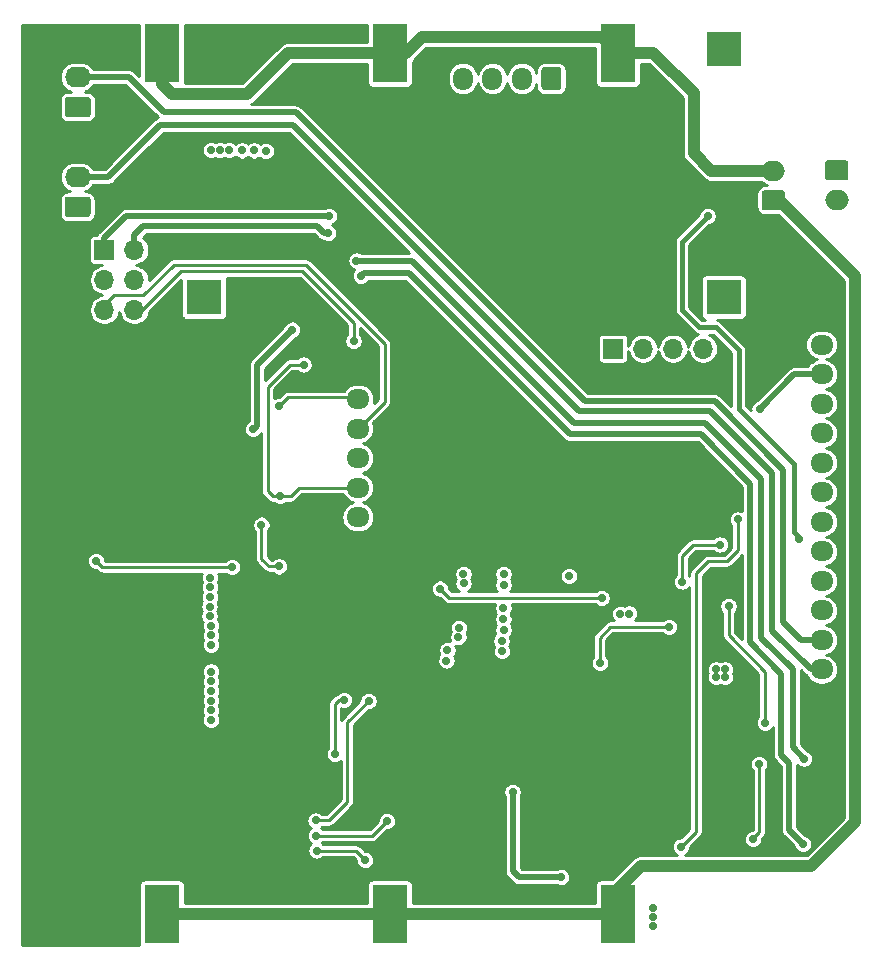
<source format=gbr>
%TF.GenerationSoftware,KiCad,Pcbnew,(5.1.9)-1*%
%TF.CreationDate,2021-11-29T10:56:02+07:00*%
%TF.ProjectId,Hackathon_PCB,4861636b-6174-4686-9f6e-5f5043422e6b,rev?*%
%TF.SameCoordinates,Original*%
%TF.FileFunction,Copper,L4,Bot*%
%TF.FilePolarity,Positive*%
%FSLAX46Y46*%
G04 Gerber Fmt 4.6, Leading zero omitted, Abs format (unit mm)*
G04 Created by KiCad (PCBNEW (5.1.9)-1) date 2021-11-29 10:56:02*
%MOMM*%
%LPD*%
G01*
G04 APERTURE LIST*
%TA.AperFunction,ComponentPad*%
%ADD10R,1.700000X1.700000*%
%TD*%
%TA.AperFunction,ComponentPad*%
%ADD11O,1.700000X1.700000*%
%TD*%
%TA.AperFunction,ComponentPad*%
%ADD12O,2.000000X1.700000*%
%TD*%
%TA.AperFunction,ComponentPad*%
%ADD13O,1.700000X1.950000*%
%TD*%
%TA.AperFunction,ComponentPad*%
%ADD14R,3.000000X3.000000*%
%TD*%
%TA.AperFunction,SMDPad,CuDef*%
%ADD15R,3.000000X5.000000*%
%TD*%
%TA.AperFunction,ComponentPad*%
%ADD16O,2.190000X1.740000*%
%TD*%
%TA.AperFunction,ComponentPad*%
%ADD17O,1.950000X1.700000*%
%TD*%
%TA.AperFunction,ViaPad*%
%ADD18C,0.700000*%
%TD*%
%TA.AperFunction,Conductor*%
%ADD19C,0.250000*%
%TD*%
%TA.AperFunction,Conductor*%
%ADD20C,0.500000*%
%TD*%
%TA.AperFunction,Conductor*%
%ADD21C,1.000000*%
%TD*%
%TA.AperFunction,Conductor*%
%ADD22C,0.400000*%
%TD*%
%TA.AperFunction,Conductor*%
%ADD23C,0.254000*%
%TD*%
%TA.AperFunction,Conductor*%
%ADD24C,0.100000*%
%TD*%
G04 APERTURE END LIST*
D10*
%TO.P,J3,1*%
%TO.N,/ESP_RX*%
X75440000Y-51590000D03*
D11*
%TO.P,J3,2*%
%TO.N,/ESP_TX*%
X77980000Y-51590000D03*
%TO.P,J3,3*%
%TO.N,Net-(J3-Pad3)*%
X75440000Y-54130000D03*
%TO.P,J3,4*%
%TO.N,Net-(J3-Pad4)*%
X77980000Y-54130000D03*
%TO.P,J3,5*%
%TO.N,/ESP32C3-12F-Minsys/RXD0*%
X75440000Y-56670000D03*
%TO.P,J3,6*%
%TO.N,/ESP32C3-12F-Minsys/TXD0*%
X77980000Y-56670000D03*
%TD*%
%TO.P,J4,1*%
%TO.N,Net-(J4-Pad1)*%
%TA.AperFunction,ComponentPad*%
G36*
G01*
X136700000Y-44010000D02*
X138200000Y-44010000D01*
G75*
G02*
X138450000Y-44260000I0J-250000D01*
G01*
X138450000Y-45460000D01*
G75*
G02*
X138200000Y-45710000I-250000J0D01*
G01*
X136700000Y-45710000D01*
G75*
G02*
X136450000Y-45460000I0J250000D01*
G01*
X136450000Y-44260000D01*
G75*
G02*
X136700000Y-44010000I250000J0D01*
G01*
G37*
%TD.AperFunction*%
D12*
%TO.P,J4,2*%
%TO.N,Net-(J4-Pad2)*%
X137450000Y-47360000D03*
%TD*%
%TO.P,J5,2*%
%TO.N,Net-(BT1-Pad1+)*%
X132100000Y-44890000D03*
%TO.P,J5,1*%
%TO.N,Net-(BT1-Pad1-)*%
%TA.AperFunction,ComponentPad*%
G36*
G01*
X132850000Y-48240000D02*
X131350000Y-48240000D01*
G75*
G02*
X131100000Y-47990000I0J250000D01*
G01*
X131100000Y-46790000D01*
G75*
G02*
X131350000Y-46540000I250000J0D01*
G01*
X132850000Y-46540000D01*
G75*
G02*
X133100000Y-46790000I0J-250000D01*
G01*
X133100000Y-47990000D01*
G75*
G02*
X132850000Y-48240000I-250000J0D01*
G01*
G37*
%TD.AperFunction*%
%TD*%
%TO.P,J6,1*%
%TO.N,Net-(J6-Pad1)*%
%TA.AperFunction,ComponentPad*%
G36*
G01*
X114160000Y-36355000D02*
X114160000Y-37805000D01*
G75*
G02*
X113910000Y-38055000I-250000J0D01*
G01*
X112710000Y-38055000D01*
G75*
G02*
X112460000Y-37805000I0J250000D01*
G01*
X112460000Y-36355000D01*
G75*
G02*
X112710000Y-36105000I250000J0D01*
G01*
X113910000Y-36105000D01*
G75*
G02*
X114160000Y-36355000I0J-250000D01*
G01*
G37*
%TD.AperFunction*%
D13*
%TO.P,J6,2*%
%TO.N,Net-(J6-Pad2)*%
X110810000Y-37080000D03*
%TO.P,J6,3*%
%TO.N,Net-(J6-Pad3)*%
X108310000Y-37080000D03*
%TO.P,J6,4*%
%TO.N,Net-(J6-Pad4)*%
X105810000Y-37080000D03*
%TD*%
D14*
%TO.P,U2,1*%
%TO.N,Net-(S3-Pad3)*%
X127900000Y-55590000D03*
%TO.P,U2,2*%
%TO.N,Net-(J4-Pad1)*%
X127900000Y-34590000D03*
%TO.P,U2,3*%
%TO.N,GND*%
X83900000Y-34590000D03*
%TO.P,U2,4*%
%TO.N,Net-(F3-Pad2)*%
X83900000Y-55590000D03*
%TD*%
D11*
%TO.P,U3,4*%
%TO.N,Net-(J6-Pad1)*%
X126150000Y-59948000D03*
%TO.P,U3,2*%
%TO.N,Net-(J6-Pad3)*%
X121070000Y-59948000D03*
%TO.P,U3,3*%
%TO.N,Net-(J6-Pad2)*%
X123610000Y-59948000D03*
D10*
%TO.P,U3,1*%
%TO.N,Net-(J6-Pad4)*%
X118530000Y-59948000D03*
%TD*%
D15*
%TO.P,BT1,3-*%
%TO.N,Net-(BT1-Pad1-)*%
X118930000Y-107820000D03*
%TO.P,BT1,3+*%
%TO.N,Net-(BT1-Pad1+)*%
X118930000Y-34920000D03*
%TO.P,BT1,2+*%
X99630000Y-34920000D03*
%TO.P,BT1,2-*%
%TO.N,Net-(BT1-Pad1-)*%
X99630000Y-107820000D03*
%TO.P,BT1,1-*%
X80330000Y-107820000D03*
%TO.P,BT1,1+*%
%TO.N,Net-(BT1-Pad1+)*%
X80330000Y-34920000D03*
%TD*%
D16*
%TO.P,J7,3*%
%TO.N,GND*%
X73200000Y-34410000D03*
%TO.P,J7,2*%
%TO.N,/GAS_DATA*%
X73200000Y-36950000D03*
%TO.P,J7,1*%
%TO.N,Net-(F1-Pad1)*%
%TA.AperFunction,ComponentPad*%
G36*
G01*
X74045001Y-40360000D02*
X72354999Y-40360000D01*
G75*
G02*
X72105000Y-40110001I0J249999D01*
G01*
X72105000Y-38869999D01*
G75*
G02*
X72354999Y-38620000I249999J0D01*
G01*
X74045001Y-38620000D01*
G75*
G02*
X74295000Y-38869999I0J-249999D01*
G01*
X74295000Y-40110001D01*
G75*
G02*
X74045001Y-40360000I-249999J0D01*
G01*
G37*
%TD.AperFunction*%
%TD*%
%TO.P,J8,1*%
%TO.N,Net-(F2-Pad1)*%
%TA.AperFunction,ComponentPad*%
G36*
G01*
X74035001Y-48810000D02*
X72344999Y-48810000D01*
G75*
G02*
X72095000Y-48560001I0J249999D01*
G01*
X72095000Y-47319999D01*
G75*
G02*
X72344999Y-47070000I249999J0D01*
G01*
X74035001Y-47070000D01*
G75*
G02*
X74285000Y-47319999I0J-249999D01*
G01*
X74285000Y-48560001D01*
G75*
G02*
X74035001Y-48810000I-249999J0D01*
G01*
G37*
%TD.AperFunction*%
%TO.P,J8,2*%
%TO.N,/DHT_DATA*%
X73190000Y-45400000D03*
%TO.P,J8,3*%
%TO.N,GND*%
X73190000Y-42860000D03*
%TD*%
%TO.P,J1,1*%
%TO.N,GND*%
%TA.AperFunction,ComponentPad*%
G36*
G01*
X136915000Y-92960000D02*
X135465000Y-92960000D01*
G75*
G02*
X135215000Y-92710000I0J250000D01*
G01*
X135215000Y-91510000D01*
G75*
G02*
X135465000Y-91260000I250000J0D01*
G01*
X136915000Y-91260000D01*
G75*
G02*
X137165000Y-91510000I0J-250000D01*
G01*
X137165000Y-92710000D01*
G75*
G02*
X136915000Y-92960000I-250000J0D01*
G01*
G37*
%TD.AperFunction*%
D17*
%TO.P,J1,2*%
X136190000Y-89610000D03*
%TO.P,J1,3*%
%TO.N,/DHT_DATA*%
X136190000Y-87110000D03*
%TO.P,J1,4*%
%TO.N,/GAS_DATA*%
X136190000Y-84610000D03*
%TO.P,J1,5*%
%TO.N,/M_TX*%
X136190000Y-82110000D03*
%TO.P,J1,6*%
%TO.N,/M_RX*%
X136190000Y-79610000D03*
%TO.P,J1,7*%
%TO.N,/PERST*%
X136190000Y-77110000D03*
%TO.P,J1,8*%
%TO.N,/M_DIS*%
X136190000Y-74610000D03*
%TO.P,J1,9*%
%TO.N,/M_WAKE*%
X136190000Y-72110000D03*
%TO.P,J1,10*%
%TO.N,/M_EN*%
X136190000Y-69610000D03*
%TO.P,J1,11*%
%TO.N,/ESP_TX*%
X136190000Y-67110000D03*
%TO.P,J1,12*%
%TO.N,/ESP_RX*%
X136190000Y-64610000D03*
%TO.P,J1,13*%
%TO.N,/ESP_EN*%
X136190000Y-62110000D03*
%TO.P,J1,14*%
%TO.N,+5V*%
X136190000Y-59610000D03*
%TD*%
%TO.P,J2,1*%
%TO.N,GND*%
%TA.AperFunction,ComponentPad*%
G36*
G01*
X96195000Y-60860000D02*
X97645000Y-60860000D01*
G75*
G02*
X97895000Y-61110000I0J-250000D01*
G01*
X97895000Y-62310000D01*
G75*
G02*
X97645000Y-62560000I-250000J0D01*
G01*
X96195000Y-62560000D01*
G75*
G02*
X95945000Y-62310000I0J250000D01*
G01*
X95945000Y-61110000D01*
G75*
G02*
X96195000Y-60860000I250000J0D01*
G01*
G37*
%TD.AperFunction*%
%TO.P,J2,2*%
%TO.N,/ESP32C3-12F-Minsys/RTS*%
X96920000Y-64210000D03*
%TO.P,J2,3*%
%TO.N,/ESP32C3-12F-Minsys/RXD0*%
X96920000Y-66710000D03*
%TO.P,J2,4*%
%TO.N,/ESP32C3-12F-Minsys/TXD0*%
X96920000Y-69210000D03*
%TO.P,J2,5*%
%TO.N,/ESP32C3-12F-Minsys/DTR*%
X96920000Y-71710000D03*
%TO.P,J2,6*%
%TO.N,/ESP32C3-12F-Minsys/ESP_VCC*%
X96920000Y-74210000D03*
%TD*%
D18*
%TO.N,/ESP32C3-12F-Minsys/CHIP_EN*%
X88750000Y-74850000D03*
X90230000Y-78380000D03*
X74750000Y-77900000D03*
X86275000Y-78440000D03*
X134600000Y-101890000D03*
X97170000Y-53770000D03*
X91370000Y-58340000D03*
X88030000Y-66770000D03*
%TO.N,GND*%
X84770000Y-45010000D03*
X85740000Y-45000000D03*
X86700000Y-45030000D03*
X84440000Y-45990000D03*
X84360000Y-46980000D03*
X87670000Y-45010000D03*
X88600000Y-45130000D03*
X89160000Y-45990000D03*
X104530000Y-68190000D03*
X106140000Y-68190000D03*
X107660000Y-68170000D03*
X109240000Y-68220000D03*
X110990000Y-68220000D03*
X107690000Y-69950000D03*
X104560000Y-69970000D03*
X106170000Y-69970000D03*
X111020000Y-70000000D03*
X109270000Y-70000000D03*
X106200000Y-71810000D03*
X111050000Y-71840000D03*
X109300000Y-71840000D03*
X107720000Y-71790000D03*
X104590000Y-71810000D03*
X107860000Y-73710000D03*
X111190000Y-73760000D03*
X106340000Y-73730000D03*
X104730000Y-73730000D03*
X109440000Y-73760000D03*
X86390000Y-89400000D03*
X86380000Y-90280000D03*
X86820000Y-90980000D03*
X87440000Y-91620000D03*
X92130000Y-97370000D03*
X92200000Y-96390000D03*
X92220000Y-95460000D03*
X92030000Y-91550000D03*
X92010000Y-92450000D03*
X91990000Y-93390000D03*
X91990000Y-94310000D03*
X126610000Y-86230000D03*
X126940000Y-79470000D03*
X127960000Y-79490000D03*
X127990000Y-80370000D03*
X126960000Y-80420000D03*
X98540000Y-40740000D03*
X99980000Y-40740000D03*
X101410000Y-40770000D03*
X99950000Y-41870000D03*
X101380000Y-41900000D03*
X98510000Y-41870000D03*
X98510000Y-42970000D03*
X101380000Y-43000000D03*
X99950000Y-42970000D03*
X118900000Y-40810000D03*
X117430000Y-41940000D03*
X120330000Y-40840000D03*
X117460000Y-40810000D03*
X117430000Y-43040000D03*
X120300000Y-41970000D03*
X118870000Y-41940000D03*
X120300000Y-43070000D03*
X118870000Y-43040000D03*
X117370000Y-49840000D03*
X120240000Y-48770000D03*
X117370000Y-48740000D03*
X120240000Y-49870000D03*
X118840000Y-47610000D03*
X117400000Y-47610000D03*
X118810000Y-48740000D03*
X120270000Y-47640000D03*
X118810000Y-49840000D03*
X116850000Y-72250000D03*
X118320000Y-70020000D03*
X116880000Y-70020000D03*
X119750000Y-70050000D03*
X119720000Y-71180000D03*
X118290000Y-71150000D03*
X116850000Y-71150000D03*
X119720000Y-72280000D03*
X118290000Y-72250000D03*
X74510000Y-94330000D03*
X75920000Y-96560000D03*
X75950000Y-94330000D03*
X77380000Y-94360000D03*
X77350000Y-96590000D03*
X77350000Y-95490000D03*
X74480000Y-96560000D03*
X75920000Y-95460000D03*
X74480000Y-95460000D03*
X95700000Y-88220000D03*
X96810000Y-88200000D03*
X97940000Y-88200000D03*
X73510000Y-67370000D03*
X76380000Y-66300000D03*
X73510000Y-66270000D03*
X76380000Y-67400000D03*
X74980000Y-65140000D03*
X73540000Y-65140000D03*
X74950000Y-66270000D03*
X76410000Y-65170000D03*
X74950000Y-67370000D03*
X74910000Y-70770000D03*
X76340000Y-69700000D03*
X73500000Y-68540000D03*
X74910000Y-69670000D03*
X74940000Y-68540000D03*
X73470000Y-69670000D03*
X73470000Y-70770000D03*
X76370000Y-68570000D03*
X76340000Y-70800000D03*
X113100000Y-90750000D03*
X114540000Y-90750000D03*
X115970000Y-91880000D03*
X114540000Y-91850000D03*
X116000000Y-89650000D03*
X113130000Y-89620000D03*
X113100000Y-91850000D03*
X115970000Y-90780000D03*
X114570000Y-89620000D03*
%TO.N,/ESP32C3-12F-Minsys/IO9*%
X134700000Y-94660000D03*
X96800000Y-52490000D03*
%TO.N,/ESP32C3-12F-Minsys/ESP_VCC*%
X84490000Y-85020000D03*
X84480000Y-84230000D03*
X84490000Y-83410000D03*
X84360000Y-82610000D03*
X84370000Y-81780000D03*
X84390000Y-80960000D03*
X84380000Y-80140000D03*
X84380000Y-79340000D03*
%TO.N,+5V*%
X105858200Y-79041200D03*
X105870000Y-79830000D03*
X105460000Y-83580000D03*
X105430000Y-84350000D03*
X104500000Y-85470000D03*
X104420000Y-86360000D03*
X84490000Y-87290000D03*
X84500000Y-88110000D03*
X84490000Y-88930000D03*
X84490000Y-89750000D03*
X84490000Y-90570000D03*
X84490000Y-91380000D03*
X89120000Y-43210000D03*
X88140000Y-43160000D03*
X87100000Y-43160000D03*
X86020000Y-43130000D03*
X85230000Y-43150000D03*
X84480000Y-43120000D03*
%TO.N,/ESP32C3-12F-Minsys/RTS*%
X90260000Y-64820000D03*
%TO.N,/ESP32C3-12F-Minsys/TXD0*%
X96560000Y-59320000D03*
%TO.N,/ESP32C3-12F-Minsys/DTR*%
X90337500Y-72450000D03*
X92320000Y-61300000D03*
%TO.N,/Modem/SIM_VDD*%
X110020000Y-97480000D03*
X114140000Y-104700000D03*
%TO.N,/Modem/VCC_MODEM*%
X109261800Y-79041200D03*
X109260000Y-79940000D03*
X109240000Y-81930000D03*
X109240000Y-82860000D03*
X109260000Y-83740000D03*
X109090000Y-84680000D03*
X109120000Y-85570000D03*
X114800000Y-79210000D03*
X119130000Y-82390000D03*
X119880000Y-82380000D03*
X127240000Y-87100000D03*
X128000000Y-87110000D03*
X127250000Y-87740000D03*
X128000000Y-87770000D03*
X121890000Y-108800000D03*
X121930000Y-108030000D03*
X121930000Y-107290000D03*
%TO.N,Net-(IC2-Pad1)*%
X117550000Y-81040000D03*
X103870000Y-80270000D03*
%TO.N,/ESP_TX*%
X94410000Y-50150000D03*
%TO.N,/ESP_RX*%
X94480000Y-48710000D03*
%TO.N,/ESP_EN*%
X130940000Y-65030000D03*
%TO.N,Net-(J9-Pad42)*%
X131390000Y-91620000D03*
X128310000Y-81750000D03*
X123260000Y-83490000D03*
X117410000Y-86570000D03*
%TO.N,Net-(J9-Pad20)*%
X124390000Y-79670000D03*
X127560000Y-76540000D03*
%TO.N,Net-(J9-Pad13)*%
X130890000Y-95100000D03*
X130380000Y-101480000D03*
%TO.N,Net-(J9-Pad1)*%
X129080000Y-74410000D03*
X124300000Y-102110000D03*
%TO.N,Net-(J10-PadC7)*%
X97550000Y-103260000D03*
X93420000Y-102440000D03*
%TO.N,Net-(J10-PadC6)*%
X97830000Y-89800000D03*
X93340000Y-99890000D03*
%TO.N,Net-(J10-PadC2)*%
X94960000Y-94260000D03*
X95750000Y-89670000D03*
X99370000Y-99960000D03*
X93380000Y-101170000D03*
%TO.N,/BAT_STAT*%
X134250000Y-76050000D03*
X126537500Y-48700000D03*
%TD*%
D19*
%TO.N,/ESP32C3-12F-Minsys/CHIP_EN*%
X88750000Y-74850000D02*
X88750000Y-77720000D01*
X89410000Y-78380000D02*
X90230000Y-78380000D01*
X88750000Y-77720000D02*
X89410000Y-78380000D01*
X75290000Y-78440000D02*
X86275000Y-78440000D01*
X74750000Y-77900000D02*
X75290000Y-78440000D01*
D20*
X91370000Y-58340000D02*
X88360000Y-61350000D01*
X88360000Y-61350000D02*
X88360000Y-66520000D01*
X88110000Y-66770000D02*
X88030000Y-66770000D01*
X88360000Y-66520000D02*
X88110000Y-66770000D01*
X101220000Y-53530000D02*
X97410000Y-53530000D01*
X130130000Y-84820000D02*
X130130000Y-72830000D01*
X132770000Y-87460000D02*
X130130000Y-84820000D01*
X132770000Y-94390000D02*
X132770000Y-87460000D01*
X114890000Y-67200000D02*
X101220000Y-53530000D01*
X133430000Y-100720000D02*
X133430000Y-95050000D01*
X134600000Y-101890000D02*
X133430000Y-100720000D01*
X97410000Y-53530000D02*
X97170000Y-53770000D01*
X133430000Y-95050000D02*
X132770000Y-94390000D01*
X130130000Y-71370000D02*
X125960000Y-67200000D01*
X130130000Y-72830000D02*
X130130000Y-71370000D01*
X125960000Y-67200000D02*
X114890000Y-67200000D01*
X130130000Y-72830000D02*
X130130000Y-72500000D01*
%TO.N,/ESP32C3-12F-Minsys/IO9*%
X134700000Y-94660000D02*
X133730000Y-93690000D01*
X133730000Y-93690000D02*
X133730000Y-87090000D01*
X133730000Y-87090000D02*
X131080000Y-84440000D01*
X131080000Y-84440000D02*
X131080000Y-71020000D01*
X131080000Y-71020000D02*
X126290000Y-66230000D01*
X126290000Y-66230000D02*
X115220000Y-66230000D01*
X115220000Y-66230000D02*
X101480000Y-52490000D01*
X101480000Y-52490000D02*
X96800000Y-52490000D01*
D19*
%TO.N,/ESP32C3-12F-Minsys/RTS*%
X90260000Y-64820000D02*
X91010000Y-64070000D01*
X96780000Y-64070000D02*
X96920000Y-64210000D01*
X91010000Y-64070000D02*
X96780000Y-64070000D01*
%TO.N,/ESP32C3-12F-Minsys/RXD0*%
X75440000Y-56670000D02*
X75440000Y-56250000D01*
X75440000Y-56250000D02*
X76280000Y-55410000D01*
X76280000Y-55410000D02*
X78750000Y-55410000D01*
X78750000Y-55410000D02*
X81320000Y-52840000D01*
X81320000Y-52840000D02*
X92510000Y-52840000D01*
X92510000Y-52840000D02*
X99190000Y-59520000D01*
X99190000Y-64440000D02*
X96920000Y-66710000D01*
X99190000Y-59520000D02*
X99190000Y-64440000D01*
%TO.N,/ESP32C3-12F-Minsys/TXD0*%
X77980000Y-56670000D02*
X78290000Y-56670000D01*
X77980000Y-56670000D02*
X78650000Y-56670000D01*
X78650000Y-56670000D02*
X81910000Y-53410000D01*
X81910000Y-53410000D02*
X92220000Y-53410000D01*
X96560000Y-57750000D02*
X96560000Y-59320000D01*
X92220000Y-53410000D02*
X96560000Y-57750000D01*
%TO.N,/ESP32C3-12F-Minsys/DTR*%
X91230000Y-72450000D02*
X90337500Y-72450000D01*
X91970000Y-71710000D02*
X91230000Y-72450000D01*
X96920000Y-71710000D02*
X91970000Y-71710000D01*
X92320000Y-61300000D02*
X91150000Y-61300000D01*
X91150000Y-61300000D02*
X89290000Y-63160000D01*
X89290000Y-63160000D02*
X89290000Y-72010000D01*
X89730000Y-72450000D02*
X90337500Y-72450000D01*
X89290000Y-72010000D02*
X89730000Y-72450000D01*
D21*
%TO.N,Net-(BT1-Pad1+)*%
X99630000Y-34920000D02*
X100980000Y-34920000D01*
X100980000Y-34920000D02*
X102330000Y-33570000D01*
X117580000Y-33570000D02*
X118930000Y-34920000D01*
X102330000Y-33570000D02*
X117580000Y-33570000D01*
X80330000Y-34920000D02*
X80330000Y-37570000D01*
X80330000Y-37570000D02*
X81180000Y-38420000D01*
X81180000Y-38420000D02*
X87530000Y-38420000D01*
X91030000Y-34920000D02*
X99630000Y-34920000D01*
X87530000Y-38420000D02*
X91030000Y-34920000D01*
X126850000Y-44890000D02*
X132100000Y-44890000D01*
X125350000Y-43390000D02*
X126850000Y-44890000D01*
X125350000Y-38330000D02*
X125350000Y-43390000D01*
X121940000Y-34920000D02*
X125350000Y-38330000D01*
X118930000Y-34920000D02*
X121940000Y-34920000D01*
%TO.N,Net-(BT1-Pad1-)*%
X80330000Y-107820000D02*
X99630000Y-107820000D01*
X99630000Y-107820000D02*
X118930000Y-107820000D01*
X118930000Y-105680000D02*
X118930000Y-107820000D01*
X120880000Y-103730000D02*
X118930000Y-105680000D01*
X138990000Y-100050000D02*
X135310000Y-103730000D01*
X135310000Y-103730000D02*
X120880000Y-103730000D01*
X138990000Y-53820000D02*
X138990000Y-100050000D01*
X132560000Y-47390000D02*
X138990000Y-53820000D01*
X132100000Y-47390000D02*
X132560000Y-47390000D01*
D20*
%TO.N,/Modem/SIM_VDD*%
X110020000Y-97480000D02*
X110020000Y-104180000D01*
X110020000Y-104180000D02*
X110550000Y-104710000D01*
X114130000Y-104710000D02*
X114140000Y-104700000D01*
X110550000Y-104710000D02*
X114130000Y-104710000D01*
D19*
%TO.N,Net-(IC2-Pad1)*%
X104640000Y-81040000D02*
X103870000Y-80270000D01*
X117550000Y-81040000D02*
X104640000Y-81040000D01*
D20*
%TO.N,/DHT_DATA*%
X135290000Y-87110000D02*
X136190000Y-87110000D01*
X132000000Y-83820000D02*
X135290000Y-87110000D01*
X132000000Y-70510000D02*
X132000000Y-83820000D01*
X126750000Y-65260000D02*
X132000000Y-70510000D01*
X115660000Y-65260000D02*
X126750000Y-65260000D01*
X91400000Y-41000000D02*
X115660000Y-65260000D01*
X80190000Y-41000000D02*
X91400000Y-41000000D01*
X75790000Y-45400000D02*
X80190000Y-41000000D01*
X73190000Y-45400000D02*
X75790000Y-45400000D01*
%TO.N,/GAS_DATA*%
X134470000Y-84610000D02*
X136190000Y-84610000D01*
X132950000Y-83090000D02*
X134470000Y-84610000D01*
X132950000Y-70200000D02*
X132950000Y-83090000D01*
X116110000Y-64410000D02*
X127160000Y-64410000D01*
X91653051Y-39953051D02*
X116110000Y-64410000D01*
X80506949Y-39953051D02*
X91653051Y-39953051D01*
X127160000Y-64410000D02*
X132950000Y-70200000D01*
X77503897Y-36950000D02*
X80506949Y-39953051D01*
X73200000Y-36950000D02*
X77503897Y-36950000D01*
%TO.N,/ESP_TX*%
X77980000Y-51590000D02*
X77980000Y-50360000D01*
X77980000Y-50360000D02*
X78750000Y-49590000D01*
X78750000Y-49590000D02*
X93500000Y-49590000D01*
X94060000Y-50150000D02*
X94410000Y-50150000D01*
X93500000Y-49590000D02*
X94060000Y-50150000D01*
%TO.N,/ESP_RX*%
X94480000Y-48710000D02*
X77320000Y-48710000D01*
X75440000Y-50590000D02*
X75440000Y-51590000D01*
X77320000Y-48710000D02*
X75440000Y-50590000D01*
%TO.N,/ESP_EN*%
X136190000Y-62110000D02*
X133860000Y-62110000D01*
X133860000Y-62110000D02*
X130940000Y-65030000D01*
D19*
%TO.N,Net-(J9-Pad42)*%
X131390000Y-91620000D02*
X131390000Y-87330000D01*
X131390000Y-87330000D02*
X131390000Y-87290000D01*
X131390000Y-87290000D02*
X128310000Y-84210000D01*
X128310000Y-84210000D02*
X128310000Y-81750000D01*
X123260000Y-83490000D02*
X118300000Y-83490000D01*
X118300000Y-83490000D02*
X117380000Y-84410000D01*
X117380000Y-86540000D02*
X117410000Y-86570000D01*
X117380000Y-84410000D02*
X117380000Y-86540000D01*
%TO.N,Net-(J9-Pad20)*%
X124390000Y-79670000D02*
X124390000Y-77470000D01*
X124390000Y-77470000D02*
X125320000Y-76540000D01*
X125320000Y-76540000D02*
X127560000Y-76540000D01*
%TO.N,Net-(J9-Pad13)*%
X130890000Y-95100000D02*
X130890000Y-100910000D01*
X130380000Y-101420000D02*
X130380000Y-101480000D01*
X130890000Y-100910000D02*
X130380000Y-101420000D01*
%TO.N,Net-(J9-Pad1)*%
X129080000Y-77030000D02*
X129080000Y-74410000D01*
X128150000Y-77960000D02*
X129080000Y-77030000D01*
X126560000Y-77960000D02*
X128150000Y-77960000D01*
X125550000Y-78970000D02*
X126560000Y-77960000D01*
X125550000Y-100860000D02*
X125550000Y-78970000D01*
X124300000Y-102110000D02*
X125550000Y-100860000D01*
%TO.N,Net-(J10-PadC7)*%
X97550000Y-103260000D02*
X96740000Y-102450000D01*
X93430000Y-102450000D02*
X93420000Y-102440000D01*
X96740000Y-102450000D02*
X93430000Y-102450000D01*
%TO.N,Net-(J10-PadC6)*%
X97830000Y-89800000D02*
X96040000Y-91590000D01*
X96040000Y-91590000D02*
X96040000Y-98300000D01*
X96040000Y-98300000D02*
X94450000Y-99890000D01*
X94450000Y-99890000D02*
X93340000Y-99890000D01*
%TO.N,Net-(J10-PadC2)*%
X94960000Y-94260000D02*
X94960000Y-90060000D01*
X94960000Y-90060000D02*
X95350000Y-89670000D01*
X95350000Y-89670000D02*
X95750000Y-89670000D01*
X98160000Y-101170000D02*
X93380000Y-101170000D01*
X99370000Y-99960000D02*
X98160000Y-101170000D01*
D22*
%TO.N,/BAT_STAT*%
X134250000Y-76050000D02*
X134250000Y-75930000D01*
X134250000Y-75930000D02*
X133830000Y-75510000D01*
X133830000Y-75510000D02*
X133830000Y-69720000D01*
X133830000Y-69720000D02*
X129180000Y-65070000D01*
X129180000Y-65070000D02*
X129180000Y-60090000D01*
X129180000Y-60090000D02*
X127220000Y-58130000D01*
X127220000Y-58130000D02*
X125840000Y-58130000D01*
X125840000Y-58130000D02*
X124360000Y-56650000D01*
X124360000Y-56650000D02*
X124360000Y-50880000D01*
X126537500Y-48702500D02*
X126537500Y-48700000D01*
X124360000Y-50880000D02*
X126537500Y-48702500D01*
%TD*%
D23*
%TO.N,GND*%
X78400934Y-36889615D02*
X78006123Y-36494804D01*
X77984924Y-36468973D01*
X77881838Y-36384372D01*
X77764227Y-36321508D01*
X77636612Y-36282796D01*
X77537149Y-36273000D01*
X77537142Y-36273000D01*
X77503897Y-36269726D01*
X77470652Y-36273000D01*
X74533789Y-36273000D01*
X74508634Y-36225939D01*
X74346555Y-36028445D01*
X74149061Y-35866366D01*
X73923742Y-35745931D01*
X73679256Y-35671767D01*
X73488711Y-35653000D01*
X72911289Y-35653000D01*
X72720744Y-35671767D01*
X72476258Y-35745931D01*
X72250939Y-35866366D01*
X72053445Y-36028445D01*
X71891366Y-36225939D01*
X71770931Y-36451258D01*
X71696767Y-36695744D01*
X71671725Y-36950000D01*
X71696767Y-37204256D01*
X71770931Y-37448742D01*
X71891366Y-37674061D01*
X72053445Y-37871555D01*
X72250939Y-38033634D01*
X72476258Y-38154069D01*
X72597786Y-38190934D01*
X72354999Y-38190934D01*
X72222520Y-38203982D01*
X72095132Y-38242625D01*
X71977731Y-38305377D01*
X71874828Y-38389828D01*
X71790377Y-38492731D01*
X71727625Y-38610132D01*
X71688982Y-38737520D01*
X71675934Y-38869999D01*
X71675934Y-40110001D01*
X71688982Y-40242480D01*
X71727625Y-40369868D01*
X71790377Y-40487269D01*
X71874828Y-40590172D01*
X71977731Y-40674623D01*
X72095132Y-40737375D01*
X72222520Y-40776018D01*
X72354999Y-40789066D01*
X74045001Y-40789066D01*
X74177480Y-40776018D01*
X74304868Y-40737375D01*
X74422269Y-40674623D01*
X74525172Y-40590172D01*
X74609623Y-40487269D01*
X74672375Y-40369868D01*
X74711018Y-40242480D01*
X74724066Y-40110001D01*
X74724066Y-38869999D01*
X74711018Y-38737520D01*
X74672375Y-38610132D01*
X74609623Y-38492731D01*
X74525172Y-38389828D01*
X74422269Y-38305377D01*
X74304868Y-38242625D01*
X74177480Y-38203982D01*
X74045001Y-38190934D01*
X73802214Y-38190934D01*
X73923742Y-38154069D01*
X74149061Y-38033634D01*
X74346555Y-37871555D01*
X74508634Y-37674061D01*
X74533789Y-37627000D01*
X77223476Y-37627000D01*
X79959067Y-40362591D01*
X79929670Y-40371508D01*
X79812059Y-40434372D01*
X79708973Y-40518973D01*
X79687778Y-40544799D01*
X75509578Y-44723000D01*
X74523789Y-44723000D01*
X74498634Y-44675939D01*
X74336555Y-44478445D01*
X74139061Y-44316366D01*
X73913742Y-44195931D01*
X73669256Y-44121767D01*
X73478711Y-44103000D01*
X72901289Y-44103000D01*
X72710744Y-44121767D01*
X72466258Y-44195931D01*
X72240939Y-44316366D01*
X72043445Y-44478445D01*
X71881366Y-44675939D01*
X71760931Y-44901258D01*
X71686767Y-45145744D01*
X71661725Y-45400000D01*
X71686767Y-45654256D01*
X71760931Y-45898742D01*
X71881366Y-46124061D01*
X72043445Y-46321555D01*
X72240939Y-46483634D01*
X72466258Y-46604069D01*
X72587786Y-46640934D01*
X72344999Y-46640934D01*
X72212520Y-46653982D01*
X72085132Y-46692625D01*
X71967731Y-46755377D01*
X71864828Y-46839828D01*
X71780377Y-46942731D01*
X71717625Y-47060132D01*
X71678982Y-47187520D01*
X71665934Y-47319999D01*
X71665934Y-48560001D01*
X71678982Y-48692480D01*
X71717625Y-48819868D01*
X71780377Y-48937269D01*
X71864828Y-49040172D01*
X71967731Y-49124623D01*
X72085132Y-49187375D01*
X72212520Y-49226018D01*
X72344999Y-49239066D01*
X74035001Y-49239066D01*
X74167480Y-49226018D01*
X74294868Y-49187375D01*
X74412269Y-49124623D01*
X74515172Y-49040172D01*
X74599623Y-48937269D01*
X74662375Y-48819868D01*
X74701018Y-48692480D01*
X74714066Y-48560001D01*
X74714066Y-47319999D01*
X74701018Y-47187520D01*
X74662375Y-47060132D01*
X74599623Y-46942731D01*
X74515172Y-46839828D01*
X74412269Y-46755377D01*
X74294868Y-46692625D01*
X74167480Y-46653982D01*
X74035001Y-46640934D01*
X73792214Y-46640934D01*
X73913742Y-46604069D01*
X74139061Y-46483634D01*
X74336555Y-46321555D01*
X74498634Y-46124061D01*
X74523789Y-46077000D01*
X75756755Y-46077000D01*
X75790000Y-46080274D01*
X75823245Y-46077000D01*
X75823252Y-46077000D01*
X75922715Y-46067204D01*
X76050330Y-46028492D01*
X76167941Y-45965628D01*
X76271027Y-45881027D01*
X76292226Y-45855196D01*
X79103950Y-43043472D01*
X83703000Y-43043472D01*
X83703000Y-43196528D01*
X83732859Y-43346643D01*
X83791431Y-43488048D01*
X83876464Y-43615309D01*
X83984691Y-43723536D01*
X84111952Y-43808569D01*
X84253357Y-43867141D01*
X84403472Y-43897000D01*
X84556528Y-43897000D01*
X84706643Y-43867141D01*
X84828915Y-43816494D01*
X84861952Y-43838569D01*
X85003357Y-43897141D01*
X85153472Y-43927000D01*
X85306528Y-43927000D01*
X85456643Y-43897141D01*
X85598048Y-43838569D01*
X85639966Y-43810560D01*
X85651952Y-43818569D01*
X85793357Y-43877141D01*
X85943472Y-43907000D01*
X86096528Y-43907000D01*
X86246643Y-43877141D01*
X86388048Y-43818569D01*
X86515309Y-43733536D01*
X86545000Y-43703845D01*
X86604691Y-43763536D01*
X86731952Y-43848569D01*
X86873357Y-43907141D01*
X87023472Y-43937000D01*
X87176528Y-43937000D01*
X87326643Y-43907141D01*
X87468048Y-43848569D01*
X87595309Y-43763536D01*
X87620000Y-43738845D01*
X87644691Y-43763536D01*
X87771952Y-43848569D01*
X87913357Y-43907141D01*
X88063472Y-43937000D01*
X88216528Y-43937000D01*
X88366643Y-43907141D01*
X88508048Y-43848569D01*
X88598971Y-43787816D01*
X88624691Y-43813536D01*
X88751952Y-43898569D01*
X88893357Y-43957141D01*
X89043472Y-43987000D01*
X89196528Y-43987000D01*
X89346643Y-43957141D01*
X89488048Y-43898569D01*
X89615309Y-43813536D01*
X89723536Y-43705309D01*
X89808569Y-43578048D01*
X89867141Y-43436643D01*
X89897000Y-43286528D01*
X89897000Y-43133472D01*
X89867141Y-42983357D01*
X89808569Y-42841952D01*
X89723536Y-42714691D01*
X89615309Y-42606464D01*
X89488048Y-42521431D01*
X89346643Y-42462859D01*
X89196528Y-42433000D01*
X89043472Y-42433000D01*
X88893357Y-42462859D01*
X88751952Y-42521431D01*
X88661029Y-42582184D01*
X88635309Y-42556464D01*
X88508048Y-42471431D01*
X88366643Y-42412859D01*
X88216528Y-42383000D01*
X88063472Y-42383000D01*
X87913357Y-42412859D01*
X87771952Y-42471431D01*
X87644691Y-42556464D01*
X87620000Y-42581155D01*
X87595309Y-42556464D01*
X87468048Y-42471431D01*
X87326643Y-42412859D01*
X87176528Y-42383000D01*
X87023472Y-42383000D01*
X86873357Y-42412859D01*
X86731952Y-42471431D01*
X86604691Y-42556464D01*
X86575000Y-42586155D01*
X86515309Y-42526464D01*
X86388048Y-42441431D01*
X86246643Y-42382859D01*
X86096528Y-42353000D01*
X85943472Y-42353000D01*
X85793357Y-42382859D01*
X85651952Y-42441431D01*
X85610034Y-42469440D01*
X85598048Y-42461431D01*
X85456643Y-42402859D01*
X85306528Y-42373000D01*
X85153472Y-42373000D01*
X85003357Y-42402859D01*
X84881085Y-42453506D01*
X84848048Y-42431431D01*
X84706643Y-42372859D01*
X84556528Y-42343000D01*
X84403472Y-42343000D01*
X84253357Y-42372859D01*
X84111952Y-42431431D01*
X83984691Y-42516464D01*
X83876464Y-42624691D01*
X83791431Y-42751952D01*
X83732859Y-42893357D01*
X83703000Y-43043472D01*
X79103950Y-43043472D01*
X80470423Y-41677000D01*
X91119578Y-41677000D01*
X101255578Y-51813000D01*
X97185362Y-51813000D01*
X97168048Y-51801431D01*
X97026643Y-51742859D01*
X96876528Y-51713000D01*
X96723472Y-51713000D01*
X96573357Y-51742859D01*
X96431952Y-51801431D01*
X96304691Y-51886464D01*
X96196464Y-51994691D01*
X96111431Y-52121952D01*
X96052859Y-52263357D01*
X96023000Y-52413472D01*
X96023000Y-52566528D01*
X96052859Y-52716643D01*
X96111431Y-52858048D01*
X96196464Y-52985309D01*
X96304691Y-53093536D01*
X96431952Y-53178569D01*
X96573357Y-53237141D01*
X96598928Y-53242227D01*
X96566464Y-53274691D01*
X96481431Y-53401952D01*
X96422859Y-53543357D01*
X96393000Y-53693472D01*
X96393000Y-53846528D01*
X96422859Y-53996643D01*
X96481431Y-54138048D01*
X96566464Y-54265309D01*
X96674691Y-54373536D01*
X96801952Y-54458569D01*
X96943357Y-54517141D01*
X97093472Y-54547000D01*
X97246528Y-54547000D01*
X97396643Y-54517141D01*
X97538048Y-54458569D01*
X97665309Y-54373536D01*
X97773536Y-54265309D01*
X97812497Y-54207000D01*
X100939578Y-54207000D01*
X114387774Y-67655196D01*
X114408973Y-67681027D01*
X114512059Y-67765628D01*
X114629670Y-67828492D01*
X114757285Y-67867204D01*
X114856748Y-67877000D01*
X114856757Y-67877000D01*
X114889999Y-67880274D01*
X114923241Y-67877000D01*
X125679578Y-67877000D01*
X129453001Y-71650424D01*
X129453000Y-72466745D01*
X129453000Y-72863251D01*
X129453001Y-72863261D01*
X129453001Y-73724740D01*
X129448048Y-73721431D01*
X129306643Y-73662859D01*
X129156528Y-73633000D01*
X129003472Y-73633000D01*
X128853357Y-73662859D01*
X128711952Y-73721431D01*
X128584691Y-73806464D01*
X128476464Y-73914691D01*
X128391431Y-74041952D01*
X128332859Y-74183357D01*
X128303000Y-74333472D01*
X128303000Y-74486528D01*
X128332859Y-74636643D01*
X128391431Y-74778048D01*
X128476464Y-74905309D01*
X128528001Y-74956846D01*
X128528000Y-76801354D01*
X127921356Y-77408000D01*
X126587108Y-77408000D01*
X126560000Y-77405330D01*
X126532891Y-77408000D01*
X126451789Y-77415988D01*
X126347737Y-77447552D01*
X126251842Y-77498809D01*
X126167789Y-77567789D01*
X126150508Y-77588846D01*
X125178852Y-78560504D01*
X125157790Y-78577789D01*
X125100875Y-78647141D01*
X125088809Y-78661843D01*
X125037552Y-78757738D01*
X125005989Y-78861790D01*
X124995330Y-78970000D01*
X124998001Y-78997116D01*
X124998001Y-79181373D01*
X124993536Y-79174691D01*
X124942000Y-79123155D01*
X124942000Y-77698644D01*
X125548646Y-77092000D01*
X127013155Y-77092000D01*
X127064691Y-77143536D01*
X127191952Y-77228569D01*
X127333357Y-77287141D01*
X127483472Y-77317000D01*
X127636528Y-77317000D01*
X127786643Y-77287141D01*
X127928048Y-77228569D01*
X128055309Y-77143536D01*
X128163536Y-77035309D01*
X128248569Y-76908048D01*
X128307141Y-76766643D01*
X128337000Y-76616528D01*
X128337000Y-76463472D01*
X128307141Y-76313357D01*
X128248569Y-76171952D01*
X128163536Y-76044691D01*
X128055309Y-75936464D01*
X127928048Y-75851431D01*
X127786643Y-75792859D01*
X127636528Y-75763000D01*
X127483472Y-75763000D01*
X127333357Y-75792859D01*
X127191952Y-75851431D01*
X127064691Y-75936464D01*
X127013155Y-75988000D01*
X125347108Y-75988000D01*
X125320000Y-75985330D01*
X125292891Y-75988000D01*
X125211789Y-75995988D01*
X125107737Y-76027552D01*
X125011842Y-76078809D01*
X124927789Y-76147789D01*
X124910508Y-76168846D01*
X124018852Y-77060504D01*
X123997790Y-77077789D01*
X123960687Y-77123000D01*
X123928809Y-77161843D01*
X123877552Y-77257738D01*
X123868633Y-77287141D01*
X123847749Y-77355989D01*
X123845989Y-77361790D01*
X123835330Y-77470000D01*
X123838001Y-77497116D01*
X123838000Y-79123155D01*
X123786464Y-79174691D01*
X123701431Y-79301952D01*
X123642859Y-79443357D01*
X123613000Y-79593472D01*
X123613000Y-79746528D01*
X123642859Y-79896643D01*
X123701431Y-80038048D01*
X123786464Y-80165309D01*
X123894691Y-80273536D01*
X124021952Y-80358569D01*
X124163357Y-80417141D01*
X124313472Y-80447000D01*
X124466528Y-80447000D01*
X124616643Y-80417141D01*
X124758048Y-80358569D01*
X124885309Y-80273536D01*
X124993536Y-80165309D01*
X124998001Y-80158627D01*
X124998000Y-100631355D01*
X124296356Y-101333000D01*
X124223472Y-101333000D01*
X124073357Y-101362859D01*
X123931952Y-101421431D01*
X123804691Y-101506464D01*
X123696464Y-101614691D01*
X123611431Y-101741952D01*
X123552859Y-101883357D01*
X123523000Y-102033472D01*
X123523000Y-102186528D01*
X123552859Y-102336643D01*
X123611431Y-102478048D01*
X123696464Y-102605309D01*
X123804691Y-102713536D01*
X123931952Y-102798569D01*
X123942649Y-102803000D01*
X120925524Y-102803000D01*
X120879999Y-102798516D01*
X120834474Y-102803000D01*
X120834462Y-102803000D01*
X120698276Y-102816413D01*
X120523536Y-102869420D01*
X120487193Y-102888846D01*
X120362494Y-102955499D01*
X120256711Y-103042313D01*
X120256708Y-103042316D01*
X120221341Y-103071341D01*
X120192316Y-103106708D01*
X118408091Y-104890934D01*
X117430000Y-104890934D01*
X117346293Y-104899178D01*
X117265804Y-104923595D01*
X117191624Y-104963245D01*
X117126605Y-105016605D01*
X117073245Y-105081624D01*
X117033595Y-105155804D01*
X117009178Y-105236293D01*
X117000934Y-105320000D01*
X117000934Y-106893000D01*
X101559066Y-106893000D01*
X101559066Y-105320000D01*
X101550822Y-105236293D01*
X101526405Y-105155804D01*
X101486755Y-105081624D01*
X101433395Y-105016605D01*
X101368376Y-104963245D01*
X101294196Y-104923595D01*
X101213707Y-104899178D01*
X101130000Y-104890934D01*
X98130000Y-104890934D01*
X98046293Y-104899178D01*
X97965804Y-104923595D01*
X97891624Y-104963245D01*
X97826605Y-105016605D01*
X97773245Y-105081624D01*
X97733595Y-105155804D01*
X97709178Y-105236293D01*
X97700934Y-105320000D01*
X97700934Y-106893000D01*
X82259066Y-106893000D01*
X82259066Y-105320000D01*
X82250822Y-105236293D01*
X82226405Y-105155804D01*
X82186755Y-105081624D01*
X82133395Y-105016605D01*
X82068376Y-104963245D01*
X81994196Y-104923595D01*
X81913707Y-104899178D01*
X81830000Y-104890934D01*
X78830000Y-104890934D01*
X78746293Y-104899178D01*
X78665804Y-104923595D01*
X78591624Y-104963245D01*
X78526605Y-105016605D01*
X78473245Y-105081624D01*
X78433595Y-105155804D01*
X78409178Y-105236293D01*
X78400934Y-105320000D01*
X78400934Y-110320000D01*
X78409178Y-110403707D01*
X78430199Y-110473000D01*
X68527000Y-110473000D01*
X68527000Y-99813472D01*
X92563000Y-99813472D01*
X92563000Y-99966528D01*
X92592859Y-100116643D01*
X92651431Y-100258048D01*
X92736464Y-100385309D01*
X92844691Y-100493536D01*
X92919263Y-100543364D01*
X92884691Y-100566464D01*
X92776464Y-100674691D01*
X92691431Y-100801952D01*
X92632859Y-100943357D01*
X92603000Y-101093472D01*
X92603000Y-101246528D01*
X92632859Y-101396643D01*
X92691431Y-101538048D01*
X92776464Y-101665309D01*
X92884691Y-101773536D01*
X92951780Y-101818364D01*
X92924691Y-101836464D01*
X92816464Y-101944691D01*
X92731431Y-102071952D01*
X92672859Y-102213357D01*
X92643000Y-102363472D01*
X92643000Y-102516528D01*
X92672859Y-102666643D01*
X92731431Y-102808048D01*
X92816464Y-102935309D01*
X92924691Y-103043536D01*
X93051952Y-103128569D01*
X93193357Y-103187141D01*
X93343472Y-103217000D01*
X93496528Y-103217000D01*
X93646643Y-103187141D01*
X93788048Y-103128569D01*
X93915309Y-103043536D01*
X93956845Y-103002000D01*
X96511356Y-103002000D01*
X96773000Y-103263645D01*
X96773000Y-103336528D01*
X96802859Y-103486643D01*
X96861431Y-103628048D01*
X96946464Y-103755309D01*
X97054691Y-103863536D01*
X97181952Y-103948569D01*
X97323357Y-104007141D01*
X97473472Y-104037000D01*
X97626528Y-104037000D01*
X97776643Y-104007141D01*
X97918048Y-103948569D01*
X98045309Y-103863536D01*
X98153536Y-103755309D01*
X98238569Y-103628048D01*
X98297141Y-103486643D01*
X98327000Y-103336528D01*
X98327000Y-103183472D01*
X98297141Y-103033357D01*
X98238569Y-102891952D01*
X98153536Y-102764691D01*
X98045309Y-102656464D01*
X97918048Y-102571431D01*
X97776643Y-102512859D01*
X97626528Y-102483000D01*
X97553645Y-102483000D01*
X97149500Y-102078856D01*
X97132211Y-102057789D01*
X97048158Y-101988809D01*
X96952263Y-101937552D01*
X96848211Y-101905988D01*
X96767109Y-101898000D01*
X96767106Y-101898000D01*
X96740000Y-101895330D01*
X96712894Y-101898000D01*
X93976845Y-101898000D01*
X93915309Y-101836464D01*
X93848220Y-101791636D01*
X93875309Y-101773536D01*
X93926845Y-101722000D01*
X98132894Y-101722000D01*
X98160000Y-101724670D01*
X98187106Y-101722000D01*
X98187109Y-101722000D01*
X98268211Y-101714012D01*
X98372263Y-101682448D01*
X98468158Y-101631191D01*
X98552211Y-101562211D01*
X98569500Y-101541144D01*
X99373645Y-100737000D01*
X99446528Y-100737000D01*
X99596643Y-100707141D01*
X99738048Y-100648569D01*
X99865309Y-100563536D01*
X99973536Y-100455309D01*
X100058569Y-100328048D01*
X100117141Y-100186643D01*
X100147000Y-100036528D01*
X100147000Y-99883472D01*
X100117141Y-99733357D01*
X100058569Y-99591952D01*
X99973536Y-99464691D01*
X99865309Y-99356464D01*
X99738048Y-99271431D01*
X99596643Y-99212859D01*
X99446528Y-99183000D01*
X99293472Y-99183000D01*
X99143357Y-99212859D01*
X99001952Y-99271431D01*
X98874691Y-99356464D01*
X98766464Y-99464691D01*
X98681431Y-99591952D01*
X98622859Y-99733357D01*
X98593000Y-99883472D01*
X98593000Y-99956355D01*
X97931356Y-100618000D01*
X93926845Y-100618000D01*
X93875309Y-100566464D01*
X93800737Y-100516636D01*
X93835309Y-100493536D01*
X93886845Y-100442000D01*
X94422894Y-100442000D01*
X94450000Y-100444670D01*
X94477106Y-100442000D01*
X94477109Y-100442000D01*
X94558211Y-100434012D01*
X94662263Y-100402448D01*
X94758158Y-100351191D01*
X94842211Y-100282211D01*
X94859500Y-100261144D01*
X96411154Y-98709492D01*
X96432211Y-98692211D01*
X96501191Y-98608158D01*
X96552448Y-98512263D01*
X96584012Y-98408211D01*
X96592000Y-98327109D01*
X96594670Y-98300000D01*
X96592000Y-98272892D01*
X96592000Y-97403472D01*
X109243000Y-97403472D01*
X109243000Y-97556528D01*
X109272859Y-97706643D01*
X109331431Y-97848048D01*
X109343000Y-97865362D01*
X109343001Y-104146745D01*
X109339726Y-104180000D01*
X109352796Y-104312714D01*
X109391508Y-104440329D01*
X109454372Y-104557940D01*
X109517776Y-104635198D01*
X109517779Y-104635201D01*
X109538974Y-104661027D01*
X109564800Y-104682222D01*
X110047774Y-105165196D01*
X110068973Y-105191027D01*
X110172059Y-105275628D01*
X110289670Y-105338492D01*
X110417285Y-105377204D01*
X110516748Y-105387000D01*
X110516757Y-105387000D01*
X110549999Y-105390274D01*
X110583241Y-105387000D01*
X113769604Y-105387000D01*
X113771952Y-105388569D01*
X113913357Y-105447141D01*
X114063472Y-105477000D01*
X114216528Y-105477000D01*
X114366643Y-105447141D01*
X114508048Y-105388569D01*
X114635309Y-105303536D01*
X114743536Y-105195309D01*
X114828569Y-105068048D01*
X114887141Y-104926643D01*
X114917000Y-104776528D01*
X114917000Y-104623472D01*
X114887141Y-104473357D01*
X114828569Y-104331952D01*
X114743536Y-104204691D01*
X114635309Y-104096464D01*
X114508048Y-104011431D01*
X114366643Y-103952859D01*
X114216528Y-103923000D01*
X114063472Y-103923000D01*
X113913357Y-103952859D01*
X113771952Y-104011431D01*
X113739672Y-104033000D01*
X110830422Y-104033000D01*
X110697000Y-103899578D01*
X110697000Y-97865362D01*
X110708569Y-97848048D01*
X110767141Y-97706643D01*
X110797000Y-97556528D01*
X110797000Y-97403472D01*
X110767141Y-97253357D01*
X110708569Y-97111952D01*
X110623536Y-96984691D01*
X110515309Y-96876464D01*
X110388048Y-96791431D01*
X110246643Y-96732859D01*
X110096528Y-96703000D01*
X109943472Y-96703000D01*
X109793357Y-96732859D01*
X109651952Y-96791431D01*
X109524691Y-96876464D01*
X109416464Y-96984691D01*
X109331431Y-97111952D01*
X109272859Y-97253357D01*
X109243000Y-97403472D01*
X96592000Y-97403472D01*
X96592000Y-91818644D01*
X97833646Y-90577000D01*
X97906528Y-90577000D01*
X98056643Y-90547141D01*
X98198048Y-90488569D01*
X98325309Y-90403536D01*
X98433536Y-90295309D01*
X98518569Y-90168048D01*
X98577141Y-90026643D01*
X98607000Y-89876528D01*
X98607000Y-89723472D01*
X98577141Y-89573357D01*
X98518569Y-89431952D01*
X98433536Y-89304691D01*
X98325309Y-89196464D01*
X98198048Y-89111431D01*
X98056643Y-89052859D01*
X97906528Y-89023000D01*
X97753472Y-89023000D01*
X97603357Y-89052859D01*
X97461952Y-89111431D01*
X97334691Y-89196464D01*
X97226464Y-89304691D01*
X97141431Y-89431952D01*
X97082859Y-89573357D01*
X97053000Y-89723472D01*
X97053000Y-89796354D01*
X95668856Y-91180500D01*
X95647789Y-91197789D01*
X95578809Y-91281842D01*
X95527552Y-91377738D01*
X95512000Y-91429006D01*
X95512000Y-90412437D01*
X95523357Y-90417141D01*
X95673472Y-90447000D01*
X95826528Y-90447000D01*
X95976643Y-90417141D01*
X96118048Y-90358569D01*
X96245309Y-90273536D01*
X96353536Y-90165309D01*
X96438569Y-90038048D01*
X96497141Y-89896643D01*
X96527000Y-89746528D01*
X96527000Y-89593472D01*
X96497141Y-89443357D01*
X96438569Y-89301952D01*
X96353536Y-89174691D01*
X96245309Y-89066464D01*
X96118048Y-88981431D01*
X95976643Y-88922859D01*
X95826528Y-88893000D01*
X95673472Y-88893000D01*
X95523357Y-88922859D01*
X95381952Y-88981431D01*
X95254691Y-89066464D01*
X95174866Y-89146289D01*
X95137737Y-89157552D01*
X95105672Y-89174691D01*
X95041841Y-89208809D01*
X94997339Y-89245331D01*
X94957789Y-89277789D01*
X94940508Y-89298846D01*
X94588851Y-89650505D01*
X94567790Y-89667789D01*
X94509060Y-89739352D01*
X94498809Y-89751843D01*
X94447552Y-89847738D01*
X94415989Y-89951790D01*
X94405330Y-90060000D01*
X94408001Y-90087116D01*
X94408000Y-93713155D01*
X94356464Y-93764691D01*
X94271431Y-93891952D01*
X94212859Y-94033357D01*
X94183000Y-94183472D01*
X94183000Y-94336528D01*
X94212859Y-94486643D01*
X94271431Y-94628048D01*
X94356464Y-94755309D01*
X94464691Y-94863536D01*
X94591952Y-94948569D01*
X94733357Y-95007141D01*
X94883472Y-95037000D01*
X95036528Y-95037000D01*
X95186643Y-95007141D01*
X95328048Y-94948569D01*
X95455309Y-94863536D01*
X95488000Y-94830845D01*
X95488001Y-98071353D01*
X94221356Y-99338000D01*
X93886845Y-99338000D01*
X93835309Y-99286464D01*
X93708048Y-99201431D01*
X93566643Y-99142859D01*
X93416528Y-99113000D01*
X93263472Y-99113000D01*
X93113357Y-99142859D01*
X92971952Y-99201431D01*
X92844691Y-99286464D01*
X92736464Y-99394691D01*
X92651431Y-99521952D01*
X92592859Y-99663357D01*
X92563000Y-99813472D01*
X68527000Y-99813472D01*
X68527000Y-87213472D01*
X83713000Y-87213472D01*
X83713000Y-87366528D01*
X83742859Y-87516643D01*
X83801431Y-87658048D01*
X83834462Y-87707483D01*
X83811431Y-87741952D01*
X83752859Y-87883357D01*
X83723000Y-88033472D01*
X83723000Y-88186528D01*
X83752859Y-88336643D01*
X83811431Y-88478048D01*
X83834462Y-88512517D01*
X83801431Y-88561952D01*
X83742859Y-88703357D01*
X83713000Y-88853472D01*
X83713000Y-89006528D01*
X83742859Y-89156643D01*
X83801431Y-89298048D01*
X83829462Y-89340000D01*
X83801431Y-89381952D01*
X83742859Y-89523357D01*
X83713000Y-89673472D01*
X83713000Y-89826528D01*
X83742859Y-89976643D01*
X83801431Y-90118048D01*
X83829462Y-90160000D01*
X83801431Y-90201952D01*
X83742859Y-90343357D01*
X83713000Y-90493472D01*
X83713000Y-90646528D01*
X83742859Y-90796643D01*
X83801431Y-90938048D01*
X83826122Y-90975000D01*
X83801431Y-91011952D01*
X83742859Y-91153357D01*
X83713000Y-91303472D01*
X83713000Y-91456528D01*
X83742859Y-91606643D01*
X83801431Y-91748048D01*
X83886464Y-91875309D01*
X83994691Y-91983536D01*
X84121952Y-92068569D01*
X84263357Y-92127141D01*
X84413472Y-92157000D01*
X84566528Y-92157000D01*
X84716643Y-92127141D01*
X84858048Y-92068569D01*
X84985309Y-91983536D01*
X85093536Y-91875309D01*
X85178569Y-91748048D01*
X85237141Y-91606643D01*
X85267000Y-91456528D01*
X85267000Y-91303472D01*
X85237141Y-91153357D01*
X85178569Y-91011952D01*
X85153878Y-90975000D01*
X85178569Y-90938048D01*
X85237141Y-90796643D01*
X85267000Y-90646528D01*
X85267000Y-90493472D01*
X85237141Y-90343357D01*
X85178569Y-90201952D01*
X85150538Y-90160000D01*
X85178569Y-90118048D01*
X85237141Y-89976643D01*
X85267000Y-89826528D01*
X85267000Y-89673472D01*
X85237141Y-89523357D01*
X85178569Y-89381952D01*
X85150538Y-89340000D01*
X85178569Y-89298048D01*
X85237141Y-89156643D01*
X85267000Y-89006528D01*
X85267000Y-88853472D01*
X85237141Y-88703357D01*
X85178569Y-88561952D01*
X85155538Y-88527483D01*
X85188569Y-88478048D01*
X85247141Y-88336643D01*
X85277000Y-88186528D01*
X85277000Y-88033472D01*
X85247141Y-87883357D01*
X85188569Y-87741952D01*
X85155538Y-87692517D01*
X85178569Y-87658048D01*
X85237141Y-87516643D01*
X85267000Y-87366528D01*
X85267000Y-87213472D01*
X85237141Y-87063357D01*
X85178569Y-86921952D01*
X85093536Y-86794691D01*
X84985309Y-86686464D01*
X84858048Y-86601431D01*
X84716643Y-86542859D01*
X84566528Y-86513000D01*
X84413472Y-86513000D01*
X84263357Y-86542859D01*
X84121952Y-86601431D01*
X83994691Y-86686464D01*
X83886464Y-86794691D01*
X83801431Y-86921952D01*
X83742859Y-87063357D01*
X83713000Y-87213472D01*
X68527000Y-87213472D01*
X68527000Y-86283472D01*
X103643000Y-86283472D01*
X103643000Y-86436528D01*
X103672859Y-86586643D01*
X103731431Y-86728048D01*
X103816464Y-86855309D01*
X103924691Y-86963536D01*
X104051952Y-87048569D01*
X104193357Y-87107141D01*
X104343472Y-87137000D01*
X104496528Y-87137000D01*
X104646643Y-87107141D01*
X104788048Y-87048569D01*
X104915309Y-86963536D01*
X105023536Y-86855309D01*
X105108569Y-86728048D01*
X105167141Y-86586643D01*
X105185673Y-86493472D01*
X116633000Y-86493472D01*
X116633000Y-86646528D01*
X116662859Y-86796643D01*
X116721431Y-86938048D01*
X116806464Y-87065309D01*
X116914691Y-87173536D01*
X117041952Y-87258569D01*
X117183357Y-87317141D01*
X117333472Y-87347000D01*
X117486528Y-87347000D01*
X117636643Y-87317141D01*
X117778048Y-87258569D01*
X117905309Y-87173536D01*
X118013536Y-87065309D01*
X118098569Y-86938048D01*
X118157141Y-86796643D01*
X118187000Y-86646528D01*
X118187000Y-86493472D01*
X118157141Y-86343357D01*
X118098569Y-86201952D01*
X118013536Y-86074691D01*
X117932000Y-85993155D01*
X117932000Y-84638644D01*
X118528646Y-84042000D01*
X122713155Y-84042000D01*
X122764691Y-84093536D01*
X122891952Y-84178569D01*
X123033357Y-84237141D01*
X123183472Y-84267000D01*
X123336528Y-84267000D01*
X123486643Y-84237141D01*
X123628048Y-84178569D01*
X123755309Y-84093536D01*
X123863536Y-83985309D01*
X123948569Y-83858048D01*
X124007141Y-83716643D01*
X124037000Y-83566528D01*
X124037000Y-83413472D01*
X124007141Y-83263357D01*
X123948569Y-83121952D01*
X123863536Y-82994691D01*
X123755309Y-82886464D01*
X123628048Y-82801431D01*
X123486643Y-82742859D01*
X123336528Y-82713000D01*
X123183472Y-82713000D01*
X123033357Y-82742859D01*
X122891952Y-82801431D01*
X122764691Y-82886464D01*
X122713155Y-82938000D01*
X120420845Y-82938000D01*
X120483536Y-82875309D01*
X120568569Y-82748048D01*
X120627141Y-82606643D01*
X120657000Y-82456528D01*
X120657000Y-82303472D01*
X120627141Y-82153357D01*
X120568569Y-82011952D01*
X120483536Y-81884691D01*
X120375309Y-81776464D01*
X120248048Y-81691431D01*
X120106643Y-81632859D01*
X119956528Y-81603000D01*
X119803472Y-81603000D01*
X119653357Y-81632859D01*
X119511952Y-81691431D01*
X119497392Y-81701159D01*
X119356643Y-81642859D01*
X119206528Y-81613000D01*
X119053472Y-81613000D01*
X118903357Y-81642859D01*
X118761952Y-81701431D01*
X118634691Y-81786464D01*
X118526464Y-81894691D01*
X118441431Y-82021952D01*
X118382859Y-82163357D01*
X118353000Y-82313472D01*
X118353000Y-82466528D01*
X118382859Y-82616643D01*
X118441431Y-82758048D01*
X118526464Y-82885309D01*
X118579155Y-82938000D01*
X118327097Y-82938000D01*
X118299999Y-82935331D01*
X118272901Y-82938000D01*
X118272891Y-82938000D01*
X118191789Y-82945988D01*
X118087737Y-82977552D01*
X117991842Y-83028809D01*
X117907789Y-83097789D01*
X117890508Y-83118846D01*
X117008856Y-84000500D01*
X116987789Y-84017789D01*
X116918809Y-84101842D01*
X116867552Y-84197738D01*
X116835988Y-84301790D01*
X116830288Y-84359664D01*
X116825330Y-84410000D01*
X116828000Y-84437106D01*
X116828001Y-86053154D01*
X116806464Y-86074691D01*
X116721431Y-86201952D01*
X116662859Y-86343357D01*
X116633000Y-86493472D01*
X105185673Y-86493472D01*
X105197000Y-86436528D01*
X105197000Y-86283472D01*
X105167141Y-86133357D01*
X105108569Y-85991952D01*
X105095881Y-85972964D01*
X105103536Y-85965309D01*
X105188569Y-85838048D01*
X105247141Y-85696643D01*
X105277000Y-85546528D01*
X105277000Y-85393472D01*
X105247141Y-85243357D01*
X105188569Y-85101952D01*
X105178465Y-85086830D01*
X105203357Y-85097141D01*
X105353472Y-85127000D01*
X105506528Y-85127000D01*
X105656643Y-85097141D01*
X105798048Y-85038569D01*
X105925309Y-84953536D01*
X106033536Y-84845309D01*
X106118569Y-84718048D01*
X106177141Y-84576643D01*
X106207000Y-84426528D01*
X106207000Y-84273472D01*
X106177141Y-84123357D01*
X106121380Y-83988739D01*
X106148569Y-83948048D01*
X106207141Y-83806643D01*
X106237000Y-83656528D01*
X106237000Y-83503472D01*
X106207141Y-83353357D01*
X106148569Y-83211952D01*
X106063536Y-83084691D01*
X105955309Y-82976464D01*
X105828048Y-82891431D01*
X105686643Y-82832859D01*
X105536528Y-82803000D01*
X105383472Y-82803000D01*
X105233357Y-82832859D01*
X105091952Y-82891431D01*
X104964691Y-82976464D01*
X104856464Y-83084691D01*
X104771431Y-83211952D01*
X104712859Y-83353357D01*
X104683000Y-83503472D01*
X104683000Y-83656528D01*
X104712859Y-83806643D01*
X104768620Y-83941261D01*
X104741431Y-83981952D01*
X104682859Y-84123357D01*
X104653000Y-84273472D01*
X104653000Y-84426528D01*
X104682859Y-84576643D01*
X104741431Y-84718048D01*
X104751535Y-84733170D01*
X104726643Y-84722859D01*
X104576528Y-84693000D01*
X104423472Y-84693000D01*
X104273357Y-84722859D01*
X104131952Y-84781431D01*
X104004691Y-84866464D01*
X103896464Y-84974691D01*
X103811431Y-85101952D01*
X103752859Y-85243357D01*
X103723000Y-85393472D01*
X103723000Y-85546528D01*
X103752859Y-85696643D01*
X103811431Y-85838048D01*
X103824119Y-85857036D01*
X103816464Y-85864691D01*
X103731431Y-85991952D01*
X103672859Y-86133357D01*
X103643000Y-86283472D01*
X68527000Y-86283472D01*
X68527000Y-77823472D01*
X73973000Y-77823472D01*
X73973000Y-77976528D01*
X74002859Y-78126643D01*
X74061431Y-78268048D01*
X74146464Y-78395309D01*
X74254691Y-78503536D01*
X74381952Y-78588569D01*
X74523357Y-78647141D01*
X74673472Y-78677000D01*
X74746355Y-78677000D01*
X74880508Y-78811154D01*
X74897789Y-78832211D01*
X74918845Y-78849491D01*
X74981841Y-78901191D01*
X75022380Y-78922859D01*
X75077737Y-78952448D01*
X75181789Y-78984012D01*
X75262891Y-78992000D01*
X75262901Y-78992000D01*
X75289999Y-78994669D01*
X75317097Y-78992000D01*
X83683127Y-78992000D01*
X83632859Y-79113357D01*
X83603000Y-79263472D01*
X83603000Y-79416528D01*
X83632859Y-79566643D01*
X83691431Y-79708048D01*
X83712781Y-79740000D01*
X83691431Y-79771952D01*
X83632859Y-79913357D01*
X83603000Y-80063472D01*
X83603000Y-80216528D01*
X83632859Y-80366643D01*
X83691431Y-80508048D01*
X83724462Y-80557483D01*
X83701431Y-80591952D01*
X83642859Y-80733357D01*
X83613000Y-80883472D01*
X83613000Y-81036528D01*
X83642859Y-81186643D01*
X83701431Y-81328048D01*
X83719462Y-81355034D01*
X83681431Y-81411952D01*
X83622859Y-81553357D01*
X83593000Y-81703472D01*
X83593000Y-81856528D01*
X83622859Y-82006643D01*
X83681431Y-82148048D01*
X83707803Y-82187517D01*
X83671431Y-82241952D01*
X83612859Y-82383357D01*
X83583000Y-82533472D01*
X83583000Y-82686528D01*
X83612859Y-82836643D01*
X83671431Y-82978048D01*
X83756464Y-83105309D01*
X83769704Y-83118549D01*
X83742859Y-83183357D01*
X83713000Y-83333472D01*
X83713000Y-83486528D01*
X83742859Y-83636643D01*
X83801431Y-83778048D01*
X83824462Y-83812517D01*
X83791431Y-83861952D01*
X83732859Y-84003357D01*
X83703000Y-84153472D01*
X83703000Y-84306528D01*
X83732859Y-84456643D01*
X83791431Y-84598048D01*
X83814440Y-84632483D01*
X83801431Y-84651952D01*
X83742859Y-84793357D01*
X83713000Y-84943472D01*
X83713000Y-85096528D01*
X83742859Y-85246643D01*
X83801431Y-85388048D01*
X83886464Y-85515309D01*
X83994691Y-85623536D01*
X84121952Y-85708569D01*
X84263357Y-85767141D01*
X84413472Y-85797000D01*
X84566528Y-85797000D01*
X84716643Y-85767141D01*
X84858048Y-85708569D01*
X84985309Y-85623536D01*
X85093536Y-85515309D01*
X85178569Y-85388048D01*
X85237141Y-85246643D01*
X85267000Y-85096528D01*
X85267000Y-84943472D01*
X85237141Y-84793357D01*
X85178569Y-84651952D01*
X85155560Y-84617517D01*
X85168569Y-84598048D01*
X85227141Y-84456643D01*
X85257000Y-84306528D01*
X85257000Y-84153472D01*
X85227141Y-84003357D01*
X85168569Y-83861952D01*
X85145538Y-83827483D01*
X85178569Y-83778048D01*
X85237141Y-83636643D01*
X85267000Y-83486528D01*
X85267000Y-83333472D01*
X85237141Y-83183357D01*
X85178569Y-83041952D01*
X85093536Y-82914691D01*
X85080296Y-82901451D01*
X85107141Y-82836643D01*
X85137000Y-82686528D01*
X85137000Y-82533472D01*
X85107141Y-82383357D01*
X85048569Y-82241952D01*
X85022197Y-82202483D01*
X85058569Y-82148048D01*
X85117141Y-82006643D01*
X85147000Y-81856528D01*
X85147000Y-81703472D01*
X85117141Y-81553357D01*
X85058569Y-81411952D01*
X85040538Y-81384966D01*
X85078569Y-81328048D01*
X85137141Y-81186643D01*
X85167000Y-81036528D01*
X85167000Y-80883472D01*
X85137141Y-80733357D01*
X85078569Y-80591952D01*
X85045538Y-80542517D01*
X85068569Y-80508048D01*
X85127141Y-80366643D01*
X85157000Y-80216528D01*
X85157000Y-80193472D01*
X103093000Y-80193472D01*
X103093000Y-80346528D01*
X103122859Y-80496643D01*
X103181431Y-80638048D01*
X103266464Y-80765309D01*
X103374691Y-80873536D01*
X103501952Y-80958569D01*
X103643357Y-81017141D01*
X103793472Y-81047000D01*
X103866355Y-81047000D01*
X104230508Y-81411154D01*
X104247789Y-81432211D01*
X104331842Y-81501191D01*
X104427737Y-81552448D01*
X104531789Y-81584012D01*
X104612891Y-81592000D01*
X104612901Y-81592000D01*
X104639999Y-81594669D01*
X104667097Y-81592000D01*
X108538985Y-81592000D01*
X108492859Y-81703357D01*
X108463000Y-81853472D01*
X108463000Y-82006528D01*
X108492859Y-82156643D01*
X108551431Y-82298048D01*
X108616212Y-82395000D01*
X108551431Y-82491952D01*
X108492859Y-82633357D01*
X108463000Y-82783472D01*
X108463000Y-82936528D01*
X108492859Y-83086643D01*
X108551431Y-83228048D01*
X108609508Y-83314966D01*
X108571431Y-83371952D01*
X108512859Y-83513357D01*
X108483000Y-83663472D01*
X108483000Y-83816528D01*
X108512859Y-83966643D01*
X108568993Y-84102162D01*
X108486464Y-84184691D01*
X108401431Y-84311952D01*
X108342859Y-84453357D01*
X108313000Y-84603472D01*
X108313000Y-84756528D01*
X108342859Y-84906643D01*
X108401431Y-85048048D01*
X108467849Y-85147449D01*
X108431431Y-85201952D01*
X108372859Y-85343357D01*
X108343000Y-85493472D01*
X108343000Y-85646528D01*
X108372859Y-85796643D01*
X108431431Y-85938048D01*
X108516464Y-86065309D01*
X108624691Y-86173536D01*
X108751952Y-86258569D01*
X108893357Y-86317141D01*
X109043472Y-86347000D01*
X109196528Y-86347000D01*
X109346643Y-86317141D01*
X109488048Y-86258569D01*
X109615309Y-86173536D01*
X109723536Y-86065309D01*
X109808569Y-85938048D01*
X109867141Y-85796643D01*
X109897000Y-85646528D01*
X109897000Y-85493472D01*
X109867141Y-85343357D01*
X109808569Y-85201952D01*
X109742151Y-85102551D01*
X109778569Y-85048048D01*
X109837141Y-84906643D01*
X109867000Y-84756528D01*
X109867000Y-84603472D01*
X109837141Y-84453357D01*
X109781007Y-84317838D01*
X109863536Y-84235309D01*
X109948569Y-84108048D01*
X110007141Y-83966643D01*
X110037000Y-83816528D01*
X110037000Y-83663472D01*
X110007141Y-83513357D01*
X109948569Y-83371952D01*
X109890492Y-83285034D01*
X109928569Y-83228048D01*
X109987141Y-83086643D01*
X110017000Y-82936528D01*
X110017000Y-82783472D01*
X109987141Y-82633357D01*
X109928569Y-82491952D01*
X109863788Y-82395000D01*
X109928569Y-82298048D01*
X109987141Y-82156643D01*
X110017000Y-82006528D01*
X110017000Y-81853472D01*
X109987141Y-81703357D01*
X109941015Y-81592000D01*
X117003155Y-81592000D01*
X117054691Y-81643536D01*
X117181952Y-81728569D01*
X117323357Y-81787141D01*
X117473472Y-81817000D01*
X117626528Y-81817000D01*
X117776643Y-81787141D01*
X117918048Y-81728569D01*
X118045309Y-81643536D01*
X118153536Y-81535309D01*
X118238569Y-81408048D01*
X118297141Y-81266643D01*
X118327000Y-81116528D01*
X118327000Y-80963472D01*
X118297141Y-80813357D01*
X118238569Y-80671952D01*
X118153536Y-80544691D01*
X118045309Y-80436464D01*
X117918048Y-80351431D01*
X117776643Y-80292859D01*
X117626528Y-80263000D01*
X117473472Y-80263000D01*
X117323357Y-80292859D01*
X117181952Y-80351431D01*
X117054691Y-80436464D01*
X117003155Y-80488000D01*
X109810845Y-80488000D01*
X109863536Y-80435309D01*
X109948569Y-80308048D01*
X110007141Y-80166643D01*
X110037000Y-80016528D01*
X110037000Y-79863472D01*
X110007141Y-79713357D01*
X109948569Y-79571952D01*
X109895111Y-79491947D01*
X109950369Y-79409248D01*
X110008941Y-79267843D01*
X110035668Y-79133472D01*
X114023000Y-79133472D01*
X114023000Y-79286528D01*
X114052859Y-79436643D01*
X114111431Y-79578048D01*
X114196464Y-79705309D01*
X114304691Y-79813536D01*
X114431952Y-79898569D01*
X114573357Y-79957141D01*
X114723472Y-79987000D01*
X114876528Y-79987000D01*
X115026643Y-79957141D01*
X115168048Y-79898569D01*
X115295309Y-79813536D01*
X115403536Y-79705309D01*
X115488569Y-79578048D01*
X115547141Y-79436643D01*
X115577000Y-79286528D01*
X115577000Y-79133472D01*
X115547141Y-78983357D01*
X115488569Y-78841952D01*
X115403536Y-78714691D01*
X115295309Y-78606464D01*
X115168048Y-78521431D01*
X115026643Y-78462859D01*
X114876528Y-78433000D01*
X114723472Y-78433000D01*
X114573357Y-78462859D01*
X114431952Y-78521431D01*
X114304691Y-78606464D01*
X114196464Y-78714691D01*
X114111431Y-78841952D01*
X114052859Y-78983357D01*
X114023000Y-79133472D01*
X110035668Y-79133472D01*
X110038800Y-79117728D01*
X110038800Y-78964672D01*
X110008941Y-78814557D01*
X109950369Y-78673152D01*
X109865336Y-78545891D01*
X109757109Y-78437664D01*
X109629848Y-78352631D01*
X109488443Y-78294059D01*
X109338328Y-78264200D01*
X109185272Y-78264200D01*
X109035157Y-78294059D01*
X108893752Y-78352631D01*
X108766491Y-78437664D01*
X108658264Y-78545891D01*
X108573231Y-78673152D01*
X108514659Y-78814557D01*
X108484800Y-78964672D01*
X108484800Y-79117728D01*
X108514659Y-79267843D01*
X108573231Y-79409248D01*
X108626689Y-79489253D01*
X108571431Y-79571952D01*
X108512859Y-79713357D01*
X108483000Y-79863472D01*
X108483000Y-80016528D01*
X108512859Y-80166643D01*
X108571431Y-80308048D01*
X108656464Y-80435309D01*
X108709155Y-80488000D01*
X106283798Y-80488000D01*
X106365309Y-80433536D01*
X106473536Y-80325309D01*
X106558569Y-80198048D01*
X106617141Y-80056643D01*
X106647000Y-79906528D01*
X106647000Y-79753472D01*
X106617141Y-79603357D01*
X106558569Y-79461952D01*
X106535061Y-79426770D01*
X106546769Y-79409248D01*
X106605341Y-79267843D01*
X106635200Y-79117728D01*
X106635200Y-78964672D01*
X106605341Y-78814557D01*
X106546769Y-78673152D01*
X106461736Y-78545891D01*
X106353509Y-78437664D01*
X106226248Y-78352631D01*
X106084843Y-78294059D01*
X105934728Y-78264200D01*
X105781672Y-78264200D01*
X105631557Y-78294059D01*
X105490152Y-78352631D01*
X105362891Y-78437664D01*
X105254664Y-78545891D01*
X105169631Y-78673152D01*
X105111059Y-78814557D01*
X105081200Y-78964672D01*
X105081200Y-79117728D01*
X105111059Y-79267843D01*
X105169631Y-79409248D01*
X105193139Y-79444430D01*
X105181431Y-79461952D01*
X105122859Y-79603357D01*
X105093000Y-79753472D01*
X105093000Y-79906528D01*
X105122859Y-80056643D01*
X105181431Y-80198048D01*
X105266464Y-80325309D01*
X105374691Y-80433536D01*
X105456202Y-80488000D01*
X104868646Y-80488000D01*
X104647000Y-80266355D01*
X104647000Y-80193472D01*
X104617141Y-80043357D01*
X104558569Y-79901952D01*
X104473536Y-79774691D01*
X104365309Y-79666464D01*
X104238048Y-79581431D01*
X104096643Y-79522859D01*
X103946528Y-79493000D01*
X103793472Y-79493000D01*
X103643357Y-79522859D01*
X103501952Y-79581431D01*
X103374691Y-79666464D01*
X103266464Y-79774691D01*
X103181431Y-79901952D01*
X103122859Y-80043357D01*
X103093000Y-80193472D01*
X85157000Y-80193472D01*
X85157000Y-80063472D01*
X85127141Y-79913357D01*
X85068569Y-79771952D01*
X85047219Y-79740000D01*
X85068569Y-79708048D01*
X85127141Y-79566643D01*
X85157000Y-79416528D01*
X85157000Y-79263472D01*
X85127141Y-79113357D01*
X85076873Y-78992000D01*
X85728155Y-78992000D01*
X85779691Y-79043536D01*
X85906952Y-79128569D01*
X86048357Y-79187141D01*
X86198472Y-79217000D01*
X86351528Y-79217000D01*
X86501643Y-79187141D01*
X86643048Y-79128569D01*
X86770309Y-79043536D01*
X86878536Y-78935309D01*
X86963569Y-78808048D01*
X87022141Y-78666643D01*
X87052000Y-78516528D01*
X87052000Y-78363472D01*
X87022141Y-78213357D01*
X86963569Y-78071952D01*
X86878536Y-77944691D01*
X86770309Y-77836464D01*
X86643048Y-77751431D01*
X86501643Y-77692859D01*
X86351528Y-77663000D01*
X86198472Y-77663000D01*
X86048357Y-77692859D01*
X85906952Y-77751431D01*
X85779691Y-77836464D01*
X85728155Y-77888000D01*
X75527000Y-77888000D01*
X75527000Y-77823472D01*
X75497141Y-77673357D01*
X75438569Y-77531952D01*
X75353536Y-77404691D01*
X75245309Y-77296464D01*
X75118048Y-77211431D01*
X74976643Y-77152859D01*
X74826528Y-77123000D01*
X74673472Y-77123000D01*
X74523357Y-77152859D01*
X74381952Y-77211431D01*
X74254691Y-77296464D01*
X74146464Y-77404691D01*
X74061431Y-77531952D01*
X74002859Y-77673357D01*
X73973000Y-77823472D01*
X68527000Y-77823472D01*
X68527000Y-74773472D01*
X87973000Y-74773472D01*
X87973000Y-74926528D01*
X88002859Y-75076643D01*
X88061431Y-75218048D01*
X88146464Y-75345309D01*
X88198000Y-75396845D01*
X88198001Y-77692884D01*
X88195330Y-77720000D01*
X88205989Y-77828210D01*
X88237552Y-77932262D01*
X88288809Y-78028157D01*
X88288810Y-78028158D01*
X88357790Y-78112211D01*
X88378852Y-78129496D01*
X89000504Y-78751149D01*
X89017789Y-78772211D01*
X89101842Y-78841191D01*
X89197737Y-78892448D01*
X89301789Y-78924012D01*
X89382891Y-78932000D01*
X89382894Y-78932000D01*
X89410000Y-78934670D01*
X89437106Y-78932000D01*
X89683155Y-78932000D01*
X89734691Y-78983536D01*
X89861952Y-79068569D01*
X90003357Y-79127141D01*
X90153472Y-79157000D01*
X90306528Y-79157000D01*
X90456643Y-79127141D01*
X90598048Y-79068569D01*
X90725309Y-78983536D01*
X90833536Y-78875309D01*
X90918569Y-78748048D01*
X90977141Y-78606643D01*
X91007000Y-78456528D01*
X91007000Y-78303472D01*
X90977141Y-78153357D01*
X90918569Y-78011952D01*
X90833536Y-77884691D01*
X90725309Y-77776464D01*
X90598048Y-77691431D01*
X90456643Y-77632859D01*
X90306528Y-77603000D01*
X90153472Y-77603000D01*
X90003357Y-77632859D01*
X89861952Y-77691431D01*
X89734691Y-77776464D01*
X89683155Y-77828000D01*
X89638645Y-77828000D01*
X89302000Y-77491356D01*
X89302000Y-75396845D01*
X89353536Y-75345309D01*
X89438569Y-75218048D01*
X89497141Y-75076643D01*
X89527000Y-74926528D01*
X89527000Y-74773472D01*
X89497141Y-74623357D01*
X89438569Y-74481952D01*
X89353536Y-74354691D01*
X89245309Y-74246464D01*
X89118048Y-74161431D01*
X88976643Y-74102859D01*
X88826528Y-74073000D01*
X88673472Y-74073000D01*
X88523357Y-74102859D01*
X88381952Y-74161431D01*
X88254691Y-74246464D01*
X88146464Y-74354691D01*
X88061431Y-74481952D01*
X88002859Y-74623357D01*
X87973000Y-74773472D01*
X68527000Y-74773472D01*
X68527000Y-50740000D01*
X74160934Y-50740000D01*
X74160934Y-52440000D01*
X74169178Y-52523707D01*
X74193595Y-52604196D01*
X74233245Y-52678376D01*
X74286605Y-52743395D01*
X74351624Y-52796755D01*
X74425804Y-52836405D01*
X74506293Y-52860822D01*
X74590000Y-52869066D01*
X75233456Y-52869066D01*
X75067513Y-52902074D01*
X74835114Y-52998337D01*
X74625960Y-53138089D01*
X74448089Y-53315960D01*
X74308337Y-53525114D01*
X74212074Y-53757513D01*
X74163000Y-54004226D01*
X74163000Y-54255774D01*
X74212074Y-54502487D01*
X74308337Y-54734886D01*
X74448089Y-54944040D01*
X74625960Y-55121911D01*
X74835114Y-55261663D01*
X75067513Y-55357926D01*
X75279034Y-55400000D01*
X75067513Y-55442074D01*
X74835114Y-55538337D01*
X74625960Y-55678089D01*
X74448089Y-55855960D01*
X74308337Y-56065114D01*
X74212074Y-56297513D01*
X74163000Y-56544226D01*
X74163000Y-56795774D01*
X74212074Y-57042487D01*
X74308337Y-57274886D01*
X74448089Y-57484040D01*
X74625960Y-57661911D01*
X74835114Y-57801663D01*
X75067513Y-57897926D01*
X75314226Y-57947000D01*
X75565774Y-57947000D01*
X75812487Y-57897926D01*
X76044886Y-57801663D01*
X76254040Y-57661911D01*
X76431911Y-57484040D01*
X76571663Y-57274886D01*
X76667926Y-57042487D01*
X76710000Y-56830966D01*
X76752074Y-57042487D01*
X76848337Y-57274886D01*
X76988089Y-57484040D01*
X77165960Y-57661911D01*
X77375114Y-57801663D01*
X77607513Y-57897926D01*
X77854226Y-57947000D01*
X78105774Y-57947000D01*
X78352487Y-57897926D01*
X78584886Y-57801663D01*
X78794040Y-57661911D01*
X78971911Y-57484040D01*
X79111663Y-57274886D01*
X79207926Y-57042487D01*
X79245114Y-56855530D01*
X81970934Y-54129712D01*
X81970934Y-57090000D01*
X81979178Y-57173707D01*
X82003595Y-57254196D01*
X82043245Y-57328376D01*
X82096605Y-57393395D01*
X82161624Y-57446755D01*
X82235804Y-57486405D01*
X82316293Y-57510822D01*
X82400000Y-57519066D01*
X85400000Y-57519066D01*
X85483707Y-57510822D01*
X85564196Y-57486405D01*
X85638376Y-57446755D01*
X85703395Y-57393395D01*
X85756755Y-57328376D01*
X85796405Y-57254196D01*
X85820822Y-57173707D01*
X85829066Y-57090000D01*
X85829066Y-54090000D01*
X85820822Y-54006293D01*
X85807385Y-53962000D01*
X91991356Y-53962000D01*
X96008000Y-57978645D01*
X96008001Y-58773154D01*
X95956464Y-58824691D01*
X95871431Y-58951952D01*
X95812859Y-59093357D01*
X95783000Y-59243472D01*
X95783000Y-59396528D01*
X95812859Y-59546643D01*
X95871431Y-59688048D01*
X95956464Y-59815309D01*
X96064691Y-59923536D01*
X96191952Y-60008569D01*
X96333357Y-60067141D01*
X96483472Y-60097000D01*
X96636528Y-60097000D01*
X96786643Y-60067141D01*
X96928048Y-60008569D01*
X97055309Y-59923536D01*
X97163536Y-59815309D01*
X97248569Y-59688048D01*
X97307141Y-59546643D01*
X97337000Y-59396528D01*
X97337000Y-59243472D01*
X97307141Y-59093357D01*
X97248569Y-58951952D01*
X97163536Y-58824691D01*
X97112000Y-58773155D01*
X97112000Y-58222645D01*
X98638000Y-59748646D01*
X98638001Y-64211353D01*
X98266294Y-64583060D01*
X98303522Y-64460336D01*
X98328178Y-64210000D01*
X98303522Y-63959664D01*
X98230502Y-63718949D01*
X98111924Y-63497104D01*
X97952344Y-63302656D01*
X97757896Y-63143076D01*
X97536051Y-63024498D01*
X97295336Y-62951478D01*
X97107726Y-62933000D01*
X96732274Y-62933000D01*
X96544664Y-62951478D01*
X96303949Y-63024498D01*
X96082104Y-63143076D01*
X95887656Y-63302656D01*
X95728076Y-63497104D01*
X95716907Y-63518000D01*
X91037097Y-63518000D01*
X91009999Y-63515331D01*
X90982901Y-63518000D01*
X90982891Y-63518000D01*
X90901789Y-63525988D01*
X90797737Y-63557552D01*
X90701842Y-63608809D01*
X90617789Y-63677789D01*
X90600508Y-63698846D01*
X90256355Y-64043000D01*
X90183472Y-64043000D01*
X90033357Y-64072859D01*
X89891952Y-64131431D01*
X89842000Y-64164808D01*
X89842000Y-63388644D01*
X91378646Y-61852000D01*
X91773155Y-61852000D01*
X91824691Y-61903536D01*
X91951952Y-61988569D01*
X92093357Y-62047141D01*
X92243472Y-62077000D01*
X92396528Y-62077000D01*
X92546643Y-62047141D01*
X92688048Y-61988569D01*
X92815309Y-61903536D01*
X92923536Y-61795309D01*
X93008569Y-61668048D01*
X93067141Y-61526643D01*
X93097000Y-61376528D01*
X93097000Y-61223472D01*
X93067141Y-61073357D01*
X93008569Y-60931952D01*
X92923536Y-60804691D01*
X92815309Y-60696464D01*
X92688048Y-60611431D01*
X92546643Y-60552859D01*
X92396528Y-60523000D01*
X92243472Y-60523000D01*
X92093357Y-60552859D01*
X91951952Y-60611431D01*
X91824691Y-60696464D01*
X91773155Y-60748000D01*
X91177097Y-60748000D01*
X91149999Y-60745331D01*
X91122901Y-60748000D01*
X91122891Y-60748000D01*
X91041789Y-60755988D01*
X90937737Y-60787552D01*
X90905672Y-60804691D01*
X90841841Y-60838809D01*
X90789570Y-60881707D01*
X90757789Y-60907789D01*
X90740508Y-60928846D01*
X89037000Y-62632356D01*
X89037000Y-61630422D01*
X91576220Y-59091203D01*
X91596643Y-59087141D01*
X91738048Y-59028569D01*
X91865309Y-58943536D01*
X91973536Y-58835309D01*
X92058569Y-58708048D01*
X92117141Y-58566643D01*
X92147000Y-58416528D01*
X92147000Y-58263472D01*
X92117141Y-58113357D01*
X92058569Y-57971952D01*
X91973536Y-57844691D01*
X91865309Y-57736464D01*
X91738048Y-57651431D01*
X91596643Y-57592859D01*
X91446528Y-57563000D01*
X91293472Y-57563000D01*
X91143357Y-57592859D01*
X91001952Y-57651431D01*
X90874691Y-57736464D01*
X90766464Y-57844691D01*
X90681431Y-57971952D01*
X90622859Y-58113357D01*
X90618797Y-58133780D01*
X87904800Y-60847778D01*
X87878973Y-60868974D01*
X87794372Y-60972060D01*
X87731508Y-61089671D01*
X87692796Y-61217286D01*
X87683000Y-61316749D01*
X87683000Y-61316755D01*
X87679726Y-61350000D01*
X87683000Y-61383245D01*
X87683001Y-66072712D01*
X87661952Y-66081431D01*
X87534691Y-66166464D01*
X87426464Y-66274691D01*
X87341431Y-66401952D01*
X87282859Y-66543357D01*
X87253000Y-66693472D01*
X87253000Y-66846528D01*
X87282859Y-66996643D01*
X87341431Y-67138048D01*
X87426464Y-67265309D01*
X87534691Y-67373536D01*
X87661952Y-67458569D01*
X87803357Y-67517141D01*
X87953472Y-67547000D01*
X88106528Y-67547000D01*
X88256643Y-67517141D01*
X88398048Y-67458569D01*
X88525309Y-67373536D01*
X88633536Y-67265309D01*
X88718569Y-67138048D01*
X88732142Y-67105279D01*
X88738000Y-67099421D01*
X88738001Y-71982884D01*
X88735330Y-72010000D01*
X88744413Y-72102211D01*
X88745989Y-72118211D01*
X88753158Y-72141843D01*
X88777552Y-72222262D01*
X88828809Y-72318157D01*
X88828810Y-72318158D01*
X88897790Y-72402211D01*
X88918852Y-72419496D01*
X89320504Y-72821149D01*
X89337789Y-72842211D01*
X89421842Y-72911191D01*
X89517737Y-72962448D01*
X89621789Y-72994012D01*
X89702891Y-73002000D01*
X89702894Y-73002000D01*
X89730000Y-73004670D01*
X89757106Y-73002000D01*
X89790655Y-73002000D01*
X89842191Y-73053536D01*
X89969452Y-73138569D01*
X90110857Y-73197141D01*
X90260972Y-73227000D01*
X90414028Y-73227000D01*
X90564143Y-73197141D01*
X90705548Y-73138569D01*
X90832809Y-73053536D01*
X90884345Y-73002000D01*
X91202894Y-73002000D01*
X91230000Y-73004670D01*
X91257106Y-73002000D01*
X91257109Y-73002000D01*
X91338211Y-72994012D01*
X91442263Y-72962448D01*
X91538158Y-72911191D01*
X91622211Y-72842211D01*
X91639500Y-72821144D01*
X92198646Y-72262000D01*
X95642076Y-72262000D01*
X95728076Y-72422896D01*
X95887656Y-72617344D01*
X96082104Y-72776924D01*
X96303949Y-72895502D01*
X96516571Y-72960000D01*
X96303949Y-73024498D01*
X96082104Y-73143076D01*
X95887656Y-73302656D01*
X95728076Y-73497104D01*
X95609498Y-73718949D01*
X95536478Y-73959664D01*
X95511822Y-74210000D01*
X95536478Y-74460336D01*
X95609498Y-74701051D01*
X95728076Y-74922896D01*
X95887656Y-75117344D01*
X96082104Y-75276924D01*
X96303949Y-75395502D01*
X96544664Y-75468522D01*
X96732274Y-75487000D01*
X97107726Y-75487000D01*
X97295336Y-75468522D01*
X97536051Y-75395502D01*
X97757896Y-75276924D01*
X97952344Y-75117344D01*
X98111924Y-74922896D01*
X98230502Y-74701051D01*
X98303522Y-74460336D01*
X98328178Y-74210000D01*
X98303522Y-73959664D01*
X98230502Y-73718949D01*
X98111924Y-73497104D01*
X97952344Y-73302656D01*
X97757896Y-73143076D01*
X97536051Y-73024498D01*
X97323429Y-72960000D01*
X97536051Y-72895502D01*
X97757896Y-72776924D01*
X97952344Y-72617344D01*
X98111924Y-72422896D01*
X98230502Y-72201051D01*
X98303522Y-71960336D01*
X98328178Y-71710000D01*
X98303522Y-71459664D01*
X98230502Y-71218949D01*
X98111924Y-70997104D01*
X97952344Y-70802656D01*
X97757896Y-70643076D01*
X97536051Y-70524498D01*
X97323429Y-70460000D01*
X97536051Y-70395502D01*
X97757896Y-70276924D01*
X97952344Y-70117344D01*
X98111924Y-69922896D01*
X98230502Y-69701051D01*
X98303522Y-69460336D01*
X98328178Y-69210000D01*
X98303522Y-68959664D01*
X98230502Y-68718949D01*
X98111924Y-68497104D01*
X97952344Y-68302656D01*
X97757896Y-68143076D01*
X97536051Y-68024498D01*
X97323429Y-67960000D01*
X97536051Y-67895502D01*
X97757896Y-67776924D01*
X97952344Y-67617344D01*
X98111924Y-67422896D01*
X98230502Y-67201051D01*
X98303522Y-66960336D01*
X98328178Y-66710000D01*
X98303522Y-66459664D01*
X98230502Y-66218949D01*
X98216985Y-66193660D01*
X99561154Y-64849492D01*
X99582211Y-64832211D01*
X99651191Y-64748158D01*
X99702448Y-64652263D01*
X99734012Y-64548211D01*
X99742000Y-64467109D01*
X99744670Y-64440000D01*
X99742000Y-64412892D01*
X99742000Y-59547108D01*
X99744670Y-59520000D01*
X99734012Y-59411789D01*
X99702448Y-59307737D01*
X99651191Y-59211842D01*
X99599492Y-59148846D01*
X99599491Y-59148845D01*
X99582211Y-59127789D01*
X99561154Y-59110508D01*
X92919501Y-52468857D01*
X92902211Y-52447789D01*
X92818158Y-52378809D01*
X92722263Y-52327552D01*
X92618211Y-52295988D01*
X92537109Y-52288000D01*
X92537106Y-52288000D01*
X92510000Y-52285330D01*
X92482894Y-52288000D01*
X81347106Y-52288000D01*
X81320000Y-52285330D01*
X81292894Y-52288000D01*
X81292891Y-52288000D01*
X81211789Y-52295988D01*
X81107737Y-52327552D01*
X81011842Y-52378809D01*
X80927789Y-52447789D01*
X80910508Y-52468846D01*
X79257000Y-54122355D01*
X79257000Y-54004226D01*
X79207926Y-53757513D01*
X79111663Y-53525114D01*
X78971911Y-53315960D01*
X78794040Y-53138089D01*
X78584886Y-52998337D01*
X78352487Y-52902074D01*
X78140966Y-52860000D01*
X78352487Y-52817926D01*
X78584886Y-52721663D01*
X78794040Y-52581911D01*
X78971911Y-52404040D01*
X79111663Y-52194886D01*
X79207926Y-51962487D01*
X79257000Y-51715774D01*
X79257000Y-51464226D01*
X79207926Y-51217513D01*
X79111663Y-50985114D01*
X78971911Y-50775960D01*
X78794040Y-50598089D01*
X78737267Y-50560155D01*
X79030422Y-50267000D01*
X93219578Y-50267000D01*
X93557778Y-50605201D01*
X93578973Y-50631027D01*
X93604799Y-50652222D01*
X93604801Y-50652224D01*
X93682059Y-50715628D01*
X93799670Y-50778492D01*
X93927285Y-50817204D01*
X94024273Y-50826756D01*
X94041952Y-50838569D01*
X94183357Y-50897141D01*
X94333472Y-50927000D01*
X94486528Y-50927000D01*
X94636643Y-50897141D01*
X94778048Y-50838569D01*
X94905309Y-50753536D01*
X95013536Y-50645309D01*
X95098569Y-50518048D01*
X95157141Y-50376643D01*
X95187000Y-50226528D01*
X95187000Y-50073472D01*
X95157141Y-49923357D01*
X95098569Y-49781952D01*
X95013536Y-49654691D01*
X94905309Y-49546464D01*
X94778048Y-49461431D01*
X94737167Y-49444498D01*
X94848048Y-49398569D01*
X94975309Y-49313536D01*
X95083536Y-49205309D01*
X95168569Y-49078048D01*
X95227141Y-48936643D01*
X95257000Y-48786528D01*
X95257000Y-48633472D01*
X95227141Y-48483357D01*
X95168569Y-48341952D01*
X95083536Y-48214691D01*
X94975309Y-48106464D01*
X94848048Y-48021431D01*
X94706643Y-47962859D01*
X94556528Y-47933000D01*
X94403472Y-47933000D01*
X94253357Y-47962859D01*
X94111952Y-48021431D01*
X94094638Y-48033000D01*
X77353241Y-48033000D01*
X77319999Y-48029726D01*
X77286757Y-48033000D01*
X77286748Y-48033000D01*
X77187285Y-48042796D01*
X77059670Y-48081508D01*
X76942059Y-48144372D01*
X76838973Y-48228973D01*
X76817774Y-48254804D01*
X74984800Y-50087778D01*
X74958973Y-50108974D01*
X74937778Y-50134800D01*
X74937776Y-50134802D01*
X74920685Y-50155628D01*
X74874372Y-50212060D01*
X74821523Y-50310934D01*
X74590000Y-50310934D01*
X74506293Y-50319178D01*
X74425804Y-50343595D01*
X74351624Y-50383245D01*
X74286605Y-50436605D01*
X74233245Y-50501624D01*
X74193595Y-50575804D01*
X74169178Y-50656293D01*
X74160934Y-50740000D01*
X68527000Y-50740000D01*
X68527000Y-32527000D01*
X78400934Y-32527000D01*
X78400934Y-36889615D01*
%TA.AperFunction,Conductor*%
D24*
G36*
X78400934Y-36889615D02*
G01*
X78006123Y-36494804D01*
X77984924Y-36468973D01*
X77881838Y-36384372D01*
X77764227Y-36321508D01*
X77636612Y-36282796D01*
X77537149Y-36273000D01*
X77537142Y-36273000D01*
X77503897Y-36269726D01*
X77470652Y-36273000D01*
X74533789Y-36273000D01*
X74508634Y-36225939D01*
X74346555Y-36028445D01*
X74149061Y-35866366D01*
X73923742Y-35745931D01*
X73679256Y-35671767D01*
X73488711Y-35653000D01*
X72911289Y-35653000D01*
X72720744Y-35671767D01*
X72476258Y-35745931D01*
X72250939Y-35866366D01*
X72053445Y-36028445D01*
X71891366Y-36225939D01*
X71770931Y-36451258D01*
X71696767Y-36695744D01*
X71671725Y-36950000D01*
X71696767Y-37204256D01*
X71770931Y-37448742D01*
X71891366Y-37674061D01*
X72053445Y-37871555D01*
X72250939Y-38033634D01*
X72476258Y-38154069D01*
X72597786Y-38190934D01*
X72354999Y-38190934D01*
X72222520Y-38203982D01*
X72095132Y-38242625D01*
X71977731Y-38305377D01*
X71874828Y-38389828D01*
X71790377Y-38492731D01*
X71727625Y-38610132D01*
X71688982Y-38737520D01*
X71675934Y-38869999D01*
X71675934Y-40110001D01*
X71688982Y-40242480D01*
X71727625Y-40369868D01*
X71790377Y-40487269D01*
X71874828Y-40590172D01*
X71977731Y-40674623D01*
X72095132Y-40737375D01*
X72222520Y-40776018D01*
X72354999Y-40789066D01*
X74045001Y-40789066D01*
X74177480Y-40776018D01*
X74304868Y-40737375D01*
X74422269Y-40674623D01*
X74525172Y-40590172D01*
X74609623Y-40487269D01*
X74672375Y-40369868D01*
X74711018Y-40242480D01*
X74724066Y-40110001D01*
X74724066Y-38869999D01*
X74711018Y-38737520D01*
X74672375Y-38610132D01*
X74609623Y-38492731D01*
X74525172Y-38389828D01*
X74422269Y-38305377D01*
X74304868Y-38242625D01*
X74177480Y-38203982D01*
X74045001Y-38190934D01*
X73802214Y-38190934D01*
X73923742Y-38154069D01*
X74149061Y-38033634D01*
X74346555Y-37871555D01*
X74508634Y-37674061D01*
X74533789Y-37627000D01*
X77223476Y-37627000D01*
X79959067Y-40362591D01*
X79929670Y-40371508D01*
X79812059Y-40434372D01*
X79708973Y-40518973D01*
X79687778Y-40544799D01*
X75509578Y-44723000D01*
X74523789Y-44723000D01*
X74498634Y-44675939D01*
X74336555Y-44478445D01*
X74139061Y-44316366D01*
X73913742Y-44195931D01*
X73669256Y-44121767D01*
X73478711Y-44103000D01*
X72901289Y-44103000D01*
X72710744Y-44121767D01*
X72466258Y-44195931D01*
X72240939Y-44316366D01*
X72043445Y-44478445D01*
X71881366Y-44675939D01*
X71760931Y-44901258D01*
X71686767Y-45145744D01*
X71661725Y-45400000D01*
X71686767Y-45654256D01*
X71760931Y-45898742D01*
X71881366Y-46124061D01*
X72043445Y-46321555D01*
X72240939Y-46483634D01*
X72466258Y-46604069D01*
X72587786Y-46640934D01*
X72344999Y-46640934D01*
X72212520Y-46653982D01*
X72085132Y-46692625D01*
X71967731Y-46755377D01*
X71864828Y-46839828D01*
X71780377Y-46942731D01*
X71717625Y-47060132D01*
X71678982Y-47187520D01*
X71665934Y-47319999D01*
X71665934Y-48560001D01*
X71678982Y-48692480D01*
X71717625Y-48819868D01*
X71780377Y-48937269D01*
X71864828Y-49040172D01*
X71967731Y-49124623D01*
X72085132Y-49187375D01*
X72212520Y-49226018D01*
X72344999Y-49239066D01*
X74035001Y-49239066D01*
X74167480Y-49226018D01*
X74294868Y-49187375D01*
X74412269Y-49124623D01*
X74515172Y-49040172D01*
X74599623Y-48937269D01*
X74662375Y-48819868D01*
X74701018Y-48692480D01*
X74714066Y-48560001D01*
X74714066Y-47319999D01*
X74701018Y-47187520D01*
X74662375Y-47060132D01*
X74599623Y-46942731D01*
X74515172Y-46839828D01*
X74412269Y-46755377D01*
X74294868Y-46692625D01*
X74167480Y-46653982D01*
X74035001Y-46640934D01*
X73792214Y-46640934D01*
X73913742Y-46604069D01*
X74139061Y-46483634D01*
X74336555Y-46321555D01*
X74498634Y-46124061D01*
X74523789Y-46077000D01*
X75756755Y-46077000D01*
X75790000Y-46080274D01*
X75823245Y-46077000D01*
X75823252Y-46077000D01*
X75922715Y-46067204D01*
X76050330Y-46028492D01*
X76167941Y-45965628D01*
X76271027Y-45881027D01*
X76292226Y-45855196D01*
X79103950Y-43043472D01*
X83703000Y-43043472D01*
X83703000Y-43196528D01*
X83732859Y-43346643D01*
X83791431Y-43488048D01*
X83876464Y-43615309D01*
X83984691Y-43723536D01*
X84111952Y-43808569D01*
X84253357Y-43867141D01*
X84403472Y-43897000D01*
X84556528Y-43897000D01*
X84706643Y-43867141D01*
X84828915Y-43816494D01*
X84861952Y-43838569D01*
X85003357Y-43897141D01*
X85153472Y-43927000D01*
X85306528Y-43927000D01*
X85456643Y-43897141D01*
X85598048Y-43838569D01*
X85639966Y-43810560D01*
X85651952Y-43818569D01*
X85793357Y-43877141D01*
X85943472Y-43907000D01*
X86096528Y-43907000D01*
X86246643Y-43877141D01*
X86388048Y-43818569D01*
X86515309Y-43733536D01*
X86545000Y-43703845D01*
X86604691Y-43763536D01*
X86731952Y-43848569D01*
X86873357Y-43907141D01*
X87023472Y-43937000D01*
X87176528Y-43937000D01*
X87326643Y-43907141D01*
X87468048Y-43848569D01*
X87595309Y-43763536D01*
X87620000Y-43738845D01*
X87644691Y-43763536D01*
X87771952Y-43848569D01*
X87913357Y-43907141D01*
X88063472Y-43937000D01*
X88216528Y-43937000D01*
X88366643Y-43907141D01*
X88508048Y-43848569D01*
X88598971Y-43787816D01*
X88624691Y-43813536D01*
X88751952Y-43898569D01*
X88893357Y-43957141D01*
X89043472Y-43987000D01*
X89196528Y-43987000D01*
X89346643Y-43957141D01*
X89488048Y-43898569D01*
X89615309Y-43813536D01*
X89723536Y-43705309D01*
X89808569Y-43578048D01*
X89867141Y-43436643D01*
X89897000Y-43286528D01*
X89897000Y-43133472D01*
X89867141Y-42983357D01*
X89808569Y-42841952D01*
X89723536Y-42714691D01*
X89615309Y-42606464D01*
X89488048Y-42521431D01*
X89346643Y-42462859D01*
X89196528Y-42433000D01*
X89043472Y-42433000D01*
X88893357Y-42462859D01*
X88751952Y-42521431D01*
X88661029Y-42582184D01*
X88635309Y-42556464D01*
X88508048Y-42471431D01*
X88366643Y-42412859D01*
X88216528Y-42383000D01*
X88063472Y-42383000D01*
X87913357Y-42412859D01*
X87771952Y-42471431D01*
X87644691Y-42556464D01*
X87620000Y-42581155D01*
X87595309Y-42556464D01*
X87468048Y-42471431D01*
X87326643Y-42412859D01*
X87176528Y-42383000D01*
X87023472Y-42383000D01*
X86873357Y-42412859D01*
X86731952Y-42471431D01*
X86604691Y-42556464D01*
X86575000Y-42586155D01*
X86515309Y-42526464D01*
X86388048Y-42441431D01*
X86246643Y-42382859D01*
X86096528Y-42353000D01*
X85943472Y-42353000D01*
X85793357Y-42382859D01*
X85651952Y-42441431D01*
X85610034Y-42469440D01*
X85598048Y-42461431D01*
X85456643Y-42402859D01*
X85306528Y-42373000D01*
X85153472Y-42373000D01*
X85003357Y-42402859D01*
X84881085Y-42453506D01*
X84848048Y-42431431D01*
X84706643Y-42372859D01*
X84556528Y-42343000D01*
X84403472Y-42343000D01*
X84253357Y-42372859D01*
X84111952Y-42431431D01*
X83984691Y-42516464D01*
X83876464Y-42624691D01*
X83791431Y-42751952D01*
X83732859Y-42893357D01*
X83703000Y-43043472D01*
X79103950Y-43043472D01*
X80470423Y-41677000D01*
X91119578Y-41677000D01*
X101255578Y-51813000D01*
X97185362Y-51813000D01*
X97168048Y-51801431D01*
X97026643Y-51742859D01*
X96876528Y-51713000D01*
X96723472Y-51713000D01*
X96573357Y-51742859D01*
X96431952Y-51801431D01*
X96304691Y-51886464D01*
X96196464Y-51994691D01*
X96111431Y-52121952D01*
X96052859Y-52263357D01*
X96023000Y-52413472D01*
X96023000Y-52566528D01*
X96052859Y-52716643D01*
X96111431Y-52858048D01*
X96196464Y-52985309D01*
X96304691Y-53093536D01*
X96431952Y-53178569D01*
X96573357Y-53237141D01*
X96598928Y-53242227D01*
X96566464Y-53274691D01*
X96481431Y-53401952D01*
X96422859Y-53543357D01*
X96393000Y-53693472D01*
X96393000Y-53846528D01*
X96422859Y-53996643D01*
X96481431Y-54138048D01*
X96566464Y-54265309D01*
X96674691Y-54373536D01*
X96801952Y-54458569D01*
X96943357Y-54517141D01*
X97093472Y-54547000D01*
X97246528Y-54547000D01*
X97396643Y-54517141D01*
X97538048Y-54458569D01*
X97665309Y-54373536D01*
X97773536Y-54265309D01*
X97812497Y-54207000D01*
X100939578Y-54207000D01*
X114387774Y-67655196D01*
X114408973Y-67681027D01*
X114512059Y-67765628D01*
X114629670Y-67828492D01*
X114757285Y-67867204D01*
X114856748Y-67877000D01*
X114856757Y-67877000D01*
X114889999Y-67880274D01*
X114923241Y-67877000D01*
X125679578Y-67877000D01*
X129453001Y-71650424D01*
X129453000Y-72466745D01*
X129453000Y-72863251D01*
X129453001Y-72863261D01*
X129453001Y-73724740D01*
X129448048Y-73721431D01*
X129306643Y-73662859D01*
X129156528Y-73633000D01*
X129003472Y-73633000D01*
X128853357Y-73662859D01*
X128711952Y-73721431D01*
X128584691Y-73806464D01*
X128476464Y-73914691D01*
X128391431Y-74041952D01*
X128332859Y-74183357D01*
X128303000Y-74333472D01*
X128303000Y-74486528D01*
X128332859Y-74636643D01*
X128391431Y-74778048D01*
X128476464Y-74905309D01*
X128528001Y-74956846D01*
X128528000Y-76801354D01*
X127921356Y-77408000D01*
X126587108Y-77408000D01*
X126560000Y-77405330D01*
X126532891Y-77408000D01*
X126451789Y-77415988D01*
X126347737Y-77447552D01*
X126251842Y-77498809D01*
X126167789Y-77567789D01*
X126150508Y-77588846D01*
X125178852Y-78560504D01*
X125157790Y-78577789D01*
X125100875Y-78647141D01*
X125088809Y-78661843D01*
X125037552Y-78757738D01*
X125005989Y-78861790D01*
X124995330Y-78970000D01*
X124998001Y-78997116D01*
X124998001Y-79181373D01*
X124993536Y-79174691D01*
X124942000Y-79123155D01*
X124942000Y-77698644D01*
X125548646Y-77092000D01*
X127013155Y-77092000D01*
X127064691Y-77143536D01*
X127191952Y-77228569D01*
X127333357Y-77287141D01*
X127483472Y-77317000D01*
X127636528Y-77317000D01*
X127786643Y-77287141D01*
X127928048Y-77228569D01*
X128055309Y-77143536D01*
X128163536Y-77035309D01*
X128248569Y-76908048D01*
X128307141Y-76766643D01*
X128337000Y-76616528D01*
X128337000Y-76463472D01*
X128307141Y-76313357D01*
X128248569Y-76171952D01*
X128163536Y-76044691D01*
X128055309Y-75936464D01*
X127928048Y-75851431D01*
X127786643Y-75792859D01*
X127636528Y-75763000D01*
X127483472Y-75763000D01*
X127333357Y-75792859D01*
X127191952Y-75851431D01*
X127064691Y-75936464D01*
X127013155Y-75988000D01*
X125347108Y-75988000D01*
X125320000Y-75985330D01*
X125292891Y-75988000D01*
X125211789Y-75995988D01*
X125107737Y-76027552D01*
X125011842Y-76078809D01*
X124927789Y-76147789D01*
X124910508Y-76168846D01*
X124018852Y-77060504D01*
X123997790Y-77077789D01*
X123960687Y-77123000D01*
X123928809Y-77161843D01*
X123877552Y-77257738D01*
X123868633Y-77287141D01*
X123847749Y-77355989D01*
X123845989Y-77361790D01*
X123835330Y-77470000D01*
X123838001Y-77497116D01*
X123838000Y-79123155D01*
X123786464Y-79174691D01*
X123701431Y-79301952D01*
X123642859Y-79443357D01*
X123613000Y-79593472D01*
X123613000Y-79746528D01*
X123642859Y-79896643D01*
X123701431Y-80038048D01*
X123786464Y-80165309D01*
X123894691Y-80273536D01*
X124021952Y-80358569D01*
X124163357Y-80417141D01*
X124313472Y-80447000D01*
X124466528Y-80447000D01*
X124616643Y-80417141D01*
X124758048Y-80358569D01*
X124885309Y-80273536D01*
X124993536Y-80165309D01*
X124998001Y-80158627D01*
X124998000Y-100631355D01*
X124296356Y-101333000D01*
X124223472Y-101333000D01*
X124073357Y-101362859D01*
X123931952Y-101421431D01*
X123804691Y-101506464D01*
X123696464Y-101614691D01*
X123611431Y-101741952D01*
X123552859Y-101883357D01*
X123523000Y-102033472D01*
X123523000Y-102186528D01*
X123552859Y-102336643D01*
X123611431Y-102478048D01*
X123696464Y-102605309D01*
X123804691Y-102713536D01*
X123931952Y-102798569D01*
X123942649Y-102803000D01*
X120925524Y-102803000D01*
X120879999Y-102798516D01*
X120834474Y-102803000D01*
X120834462Y-102803000D01*
X120698276Y-102816413D01*
X120523536Y-102869420D01*
X120487193Y-102888846D01*
X120362494Y-102955499D01*
X120256711Y-103042313D01*
X120256708Y-103042316D01*
X120221341Y-103071341D01*
X120192316Y-103106708D01*
X118408091Y-104890934D01*
X117430000Y-104890934D01*
X117346293Y-104899178D01*
X117265804Y-104923595D01*
X117191624Y-104963245D01*
X117126605Y-105016605D01*
X117073245Y-105081624D01*
X117033595Y-105155804D01*
X117009178Y-105236293D01*
X117000934Y-105320000D01*
X117000934Y-106893000D01*
X101559066Y-106893000D01*
X101559066Y-105320000D01*
X101550822Y-105236293D01*
X101526405Y-105155804D01*
X101486755Y-105081624D01*
X101433395Y-105016605D01*
X101368376Y-104963245D01*
X101294196Y-104923595D01*
X101213707Y-104899178D01*
X101130000Y-104890934D01*
X98130000Y-104890934D01*
X98046293Y-104899178D01*
X97965804Y-104923595D01*
X97891624Y-104963245D01*
X97826605Y-105016605D01*
X97773245Y-105081624D01*
X97733595Y-105155804D01*
X97709178Y-105236293D01*
X97700934Y-105320000D01*
X97700934Y-106893000D01*
X82259066Y-106893000D01*
X82259066Y-105320000D01*
X82250822Y-105236293D01*
X82226405Y-105155804D01*
X82186755Y-105081624D01*
X82133395Y-105016605D01*
X82068376Y-104963245D01*
X81994196Y-104923595D01*
X81913707Y-104899178D01*
X81830000Y-104890934D01*
X78830000Y-104890934D01*
X78746293Y-104899178D01*
X78665804Y-104923595D01*
X78591624Y-104963245D01*
X78526605Y-105016605D01*
X78473245Y-105081624D01*
X78433595Y-105155804D01*
X78409178Y-105236293D01*
X78400934Y-105320000D01*
X78400934Y-110320000D01*
X78409178Y-110403707D01*
X78430199Y-110473000D01*
X68527000Y-110473000D01*
X68527000Y-99813472D01*
X92563000Y-99813472D01*
X92563000Y-99966528D01*
X92592859Y-100116643D01*
X92651431Y-100258048D01*
X92736464Y-100385309D01*
X92844691Y-100493536D01*
X92919263Y-100543364D01*
X92884691Y-100566464D01*
X92776464Y-100674691D01*
X92691431Y-100801952D01*
X92632859Y-100943357D01*
X92603000Y-101093472D01*
X92603000Y-101246528D01*
X92632859Y-101396643D01*
X92691431Y-101538048D01*
X92776464Y-101665309D01*
X92884691Y-101773536D01*
X92951780Y-101818364D01*
X92924691Y-101836464D01*
X92816464Y-101944691D01*
X92731431Y-102071952D01*
X92672859Y-102213357D01*
X92643000Y-102363472D01*
X92643000Y-102516528D01*
X92672859Y-102666643D01*
X92731431Y-102808048D01*
X92816464Y-102935309D01*
X92924691Y-103043536D01*
X93051952Y-103128569D01*
X93193357Y-103187141D01*
X93343472Y-103217000D01*
X93496528Y-103217000D01*
X93646643Y-103187141D01*
X93788048Y-103128569D01*
X93915309Y-103043536D01*
X93956845Y-103002000D01*
X96511356Y-103002000D01*
X96773000Y-103263645D01*
X96773000Y-103336528D01*
X96802859Y-103486643D01*
X96861431Y-103628048D01*
X96946464Y-103755309D01*
X97054691Y-103863536D01*
X97181952Y-103948569D01*
X97323357Y-104007141D01*
X97473472Y-104037000D01*
X97626528Y-104037000D01*
X97776643Y-104007141D01*
X97918048Y-103948569D01*
X98045309Y-103863536D01*
X98153536Y-103755309D01*
X98238569Y-103628048D01*
X98297141Y-103486643D01*
X98327000Y-103336528D01*
X98327000Y-103183472D01*
X98297141Y-103033357D01*
X98238569Y-102891952D01*
X98153536Y-102764691D01*
X98045309Y-102656464D01*
X97918048Y-102571431D01*
X97776643Y-102512859D01*
X97626528Y-102483000D01*
X97553645Y-102483000D01*
X97149500Y-102078856D01*
X97132211Y-102057789D01*
X97048158Y-101988809D01*
X96952263Y-101937552D01*
X96848211Y-101905988D01*
X96767109Y-101898000D01*
X96767106Y-101898000D01*
X96740000Y-101895330D01*
X96712894Y-101898000D01*
X93976845Y-101898000D01*
X93915309Y-101836464D01*
X93848220Y-101791636D01*
X93875309Y-101773536D01*
X93926845Y-101722000D01*
X98132894Y-101722000D01*
X98160000Y-101724670D01*
X98187106Y-101722000D01*
X98187109Y-101722000D01*
X98268211Y-101714012D01*
X98372263Y-101682448D01*
X98468158Y-101631191D01*
X98552211Y-101562211D01*
X98569500Y-101541144D01*
X99373645Y-100737000D01*
X99446528Y-100737000D01*
X99596643Y-100707141D01*
X99738048Y-100648569D01*
X99865309Y-100563536D01*
X99973536Y-100455309D01*
X100058569Y-100328048D01*
X100117141Y-100186643D01*
X100147000Y-100036528D01*
X100147000Y-99883472D01*
X100117141Y-99733357D01*
X100058569Y-99591952D01*
X99973536Y-99464691D01*
X99865309Y-99356464D01*
X99738048Y-99271431D01*
X99596643Y-99212859D01*
X99446528Y-99183000D01*
X99293472Y-99183000D01*
X99143357Y-99212859D01*
X99001952Y-99271431D01*
X98874691Y-99356464D01*
X98766464Y-99464691D01*
X98681431Y-99591952D01*
X98622859Y-99733357D01*
X98593000Y-99883472D01*
X98593000Y-99956355D01*
X97931356Y-100618000D01*
X93926845Y-100618000D01*
X93875309Y-100566464D01*
X93800737Y-100516636D01*
X93835309Y-100493536D01*
X93886845Y-100442000D01*
X94422894Y-100442000D01*
X94450000Y-100444670D01*
X94477106Y-100442000D01*
X94477109Y-100442000D01*
X94558211Y-100434012D01*
X94662263Y-100402448D01*
X94758158Y-100351191D01*
X94842211Y-100282211D01*
X94859500Y-100261144D01*
X96411154Y-98709492D01*
X96432211Y-98692211D01*
X96501191Y-98608158D01*
X96552448Y-98512263D01*
X96584012Y-98408211D01*
X96592000Y-98327109D01*
X96594670Y-98300000D01*
X96592000Y-98272892D01*
X96592000Y-97403472D01*
X109243000Y-97403472D01*
X109243000Y-97556528D01*
X109272859Y-97706643D01*
X109331431Y-97848048D01*
X109343000Y-97865362D01*
X109343001Y-104146745D01*
X109339726Y-104180000D01*
X109352796Y-104312714D01*
X109391508Y-104440329D01*
X109454372Y-104557940D01*
X109517776Y-104635198D01*
X109517779Y-104635201D01*
X109538974Y-104661027D01*
X109564800Y-104682222D01*
X110047774Y-105165196D01*
X110068973Y-105191027D01*
X110172059Y-105275628D01*
X110289670Y-105338492D01*
X110417285Y-105377204D01*
X110516748Y-105387000D01*
X110516757Y-105387000D01*
X110549999Y-105390274D01*
X110583241Y-105387000D01*
X113769604Y-105387000D01*
X113771952Y-105388569D01*
X113913357Y-105447141D01*
X114063472Y-105477000D01*
X114216528Y-105477000D01*
X114366643Y-105447141D01*
X114508048Y-105388569D01*
X114635309Y-105303536D01*
X114743536Y-105195309D01*
X114828569Y-105068048D01*
X114887141Y-104926643D01*
X114917000Y-104776528D01*
X114917000Y-104623472D01*
X114887141Y-104473357D01*
X114828569Y-104331952D01*
X114743536Y-104204691D01*
X114635309Y-104096464D01*
X114508048Y-104011431D01*
X114366643Y-103952859D01*
X114216528Y-103923000D01*
X114063472Y-103923000D01*
X113913357Y-103952859D01*
X113771952Y-104011431D01*
X113739672Y-104033000D01*
X110830422Y-104033000D01*
X110697000Y-103899578D01*
X110697000Y-97865362D01*
X110708569Y-97848048D01*
X110767141Y-97706643D01*
X110797000Y-97556528D01*
X110797000Y-97403472D01*
X110767141Y-97253357D01*
X110708569Y-97111952D01*
X110623536Y-96984691D01*
X110515309Y-96876464D01*
X110388048Y-96791431D01*
X110246643Y-96732859D01*
X110096528Y-96703000D01*
X109943472Y-96703000D01*
X109793357Y-96732859D01*
X109651952Y-96791431D01*
X109524691Y-96876464D01*
X109416464Y-96984691D01*
X109331431Y-97111952D01*
X109272859Y-97253357D01*
X109243000Y-97403472D01*
X96592000Y-97403472D01*
X96592000Y-91818644D01*
X97833646Y-90577000D01*
X97906528Y-90577000D01*
X98056643Y-90547141D01*
X98198048Y-90488569D01*
X98325309Y-90403536D01*
X98433536Y-90295309D01*
X98518569Y-90168048D01*
X98577141Y-90026643D01*
X98607000Y-89876528D01*
X98607000Y-89723472D01*
X98577141Y-89573357D01*
X98518569Y-89431952D01*
X98433536Y-89304691D01*
X98325309Y-89196464D01*
X98198048Y-89111431D01*
X98056643Y-89052859D01*
X97906528Y-89023000D01*
X97753472Y-89023000D01*
X97603357Y-89052859D01*
X97461952Y-89111431D01*
X97334691Y-89196464D01*
X97226464Y-89304691D01*
X97141431Y-89431952D01*
X97082859Y-89573357D01*
X97053000Y-89723472D01*
X97053000Y-89796354D01*
X95668856Y-91180500D01*
X95647789Y-91197789D01*
X95578809Y-91281842D01*
X95527552Y-91377738D01*
X95512000Y-91429006D01*
X95512000Y-90412437D01*
X95523357Y-90417141D01*
X95673472Y-90447000D01*
X95826528Y-90447000D01*
X95976643Y-90417141D01*
X96118048Y-90358569D01*
X96245309Y-90273536D01*
X96353536Y-90165309D01*
X96438569Y-90038048D01*
X96497141Y-89896643D01*
X96527000Y-89746528D01*
X96527000Y-89593472D01*
X96497141Y-89443357D01*
X96438569Y-89301952D01*
X96353536Y-89174691D01*
X96245309Y-89066464D01*
X96118048Y-88981431D01*
X95976643Y-88922859D01*
X95826528Y-88893000D01*
X95673472Y-88893000D01*
X95523357Y-88922859D01*
X95381952Y-88981431D01*
X95254691Y-89066464D01*
X95174866Y-89146289D01*
X95137737Y-89157552D01*
X95105672Y-89174691D01*
X95041841Y-89208809D01*
X94997339Y-89245331D01*
X94957789Y-89277789D01*
X94940508Y-89298846D01*
X94588851Y-89650505D01*
X94567790Y-89667789D01*
X94509060Y-89739352D01*
X94498809Y-89751843D01*
X94447552Y-89847738D01*
X94415989Y-89951790D01*
X94405330Y-90060000D01*
X94408001Y-90087116D01*
X94408000Y-93713155D01*
X94356464Y-93764691D01*
X94271431Y-93891952D01*
X94212859Y-94033357D01*
X94183000Y-94183472D01*
X94183000Y-94336528D01*
X94212859Y-94486643D01*
X94271431Y-94628048D01*
X94356464Y-94755309D01*
X94464691Y-94863536D01*
X94591952Y-94948569D01*
X94733357Y-95007141D01*
X94883472Y-95037000D01*
X95036528Y-95037000D01*
X95186643Y-95007141D01*
X95328048Y-94948569D01*
X95455309Y-94863536D01*
X95488000Y-94830845D01*
X95488001Y-98071353D01*
X94221356Y-99338000D01*
X93886845Y-99338000D01*
X93835309Y-99286464D01*
X93708048Y-99201431D01*
X93566643Y-99142859D01*
X93416528Y-99113000D01*
X93263472Y-99113000D01*
X93113357Y-99142859D01*
X92971952Y-99201431D01*
X92844691Y-99286464D01*
X92736464Y-99394691D01*
X92651431Y-99521952D01*
X92592859Y-99663357D01*
X92563000Y-99813472D01*
X68527000Y-99813472D01*
X68527000Y-87213472D01*
X83713000Y-87213472D01*
X83713000Y-87366528D01*
X83742859Y-87516643D01*
X83801431Y-87658048D01*
X83834462Y-87707483D01*
X83811431Y-87741952D01*
X83752859Y-87883357D01*
X83723000Y-88033472D01*
X83723000Y-88186528D01*
X83752859Y-88336643D01*
X83811431Y-88478048D01*
X83834462Y-88512517D01*
X83801431Y-88561952D01*
X83742859Y-88703357D01*
X83713000Y-88853472D01*
X83713000Y-89006528D01*
X83742859Y-89156643D01*
X83801431Y-89298048D01*
X83829462Y-89340000D01*
X83801431Y-89381952D01*
X83742859Y-89523357D01*
X83713000Y-89673472D01*
X83713000Y-89826528D01*
X83742859Y-89976643D01*
X83801431Y-90118048D01*
X83829462Y-90160000D01*
X83801431Y-90201952D01*
X83742859Y-90343357D01*
X83713000Y-90493472D01*
X83713000Y-90646528D01*
X83742859Y-90796643D01*
X83801431Y-90938048D01*
X83826122Y-90975000D01*
X83801431Y-91011952D01*
X83742859Y-91153357D01*
X83713000Y-91303472D01*
X83713000Y-91456528D01*
X83742859Y-91606643D01*
X83801431Y-91748048D01*
X83886464Y-91875309D01*
X83994691Y-91983536D01*
X84121952Y-92068569D01*
X84263357Y-92127141D01*
X84413472Y-92157000D01*
X84566528Y-92157000D01*
X84716643Y-92127141D01*
X84858048Y-92068569D01*
X84985309Y-91983536D01*
X85093536Y-91875309D01*
X85178569Y-91748048D01*
X85237141Y-91606643D01*
X85267000Y-91456528D01*
X85267000Y-91303472D01*
X85237141Y-91153357D01*
X85178569Y-91011952D01*
X85153878Y-90975000D01*
X85178569Y-90938048D01*
X85237141Y-90796643D01*
X85267000Y-90646528D01*
X85267000Y-90493472D01*
X85237141Y-90343357D01*
X85178569Y-90201952D01*
X85150538Y-90160000D01*
X85178569Y-90118048D01*
X85237141Y-89976643D01*
X85267000Y-89826528D01*
X85267000Y-89673472D01*
X85237141Y-89523357D01*
X85178569Y-89381952D01*
X85150538Y-89340000D01*
X85178569Y-89298048D01*
X85237141Y-89156643D01*
X85267000Y-89006528D01*
X85267000Y-88853472D01*
X85237141Y-88703357D01*
X85178569Y-88561952D01*
X85155538Y-88527483D01*
X85188569Y-88478048D01*
X85247141Y-88336643D01*
X85277000Y-88186528D01*
X85277000Y-88033472D01*
X85247141Y-87883357D01*
X85188569Y-87741952D01*
X85155538Y-87692517D01*
X85178569Y-87658048D01*
X85237141Y-87516643D01*
X85267000Y-87366528D01*
X85267000Y-87213472D01*
X85237141Y-87063357D01*
X85178569Y-86921952D01*
X85093536Y-86794691D01*
X84985309Y-86686464D01*
X84858048Y-86601431D01*
X84716643Y-86542859D01*
X84566528Y-86513000D01*
X84413472Y-86513000D01*
X84263357Y-86542859D01*
X84121952Y-86601431D01*
X83994691Y-86686464D01*
X83886464Y-86794691D01*
X83801431Y-86921952D01*
X83742859Y-87063357D01*
X83713000Y-87213472D01*
X68527000Y-87213472D01*
X68527000Y-86283472D01*
X103643000Y-86283472D01*
X103643000Y-86436528D01*
X103672859Y-86586643D01*
X103731431Y-86728048D01*
X103816464Y-86855309D01*
X103924691Y-86963536D01*
X104051952Y-87048569D01*
X104193357Y-87107141D01*
X104343472Y-87137000D01*
X104496528Y-87137000D01*
X104646643Y-87107141D01*
X104788048Y-87048569D01*
X104915309Y-86963536D01*
X105023536Y-86855309D01*
X105108569Y-86728048D01*
X105167141Y-86586643D01*
X105185673Y-86493472D01*
X116633000Y-86493472D01*
X116633000Y-86646528D01*
X116662859Y-86796643D01*
X116721431Y-86938048D01*
X116806464Y-87065309D01*
X116914691Y-87173536D01*
X117041952Y-87258569D01*
X117183357Y-87317141D01*
X117333472Y-87347000D01*
X117486528Y-87347000D01*
X117636643Y-87317141D01*
X117778048Y-87258569D01*
X117905309Y-87173536D01*
X118013536Y-87065309D01*
X118098569Y-86938048D01*
X118157141Y-86796643D01*
X118187000Y-86646528D01*
X118187000Y-86493472D01*
X118157141Y-86343357D01*
X118098569Y-86201952D01*
X118013536Y-86074691D01*
X117932000Y-85993155D01*
X117932000Y-84638644D01*
X118528646Y-84042000D01*
X122713155Y-84042000D01*
X122764691Y-84093536D01*
X122891952Y-84178569D01*
X123033357Y-84237141D01*
X123183472Y-84267000D01*
X123336528Y-84267000D01*
X123486643Y-84237141D01*
X123628048Y-84178569D01*
X123755309Y-84093536D01*
X123863536Y-83985309D01*
X123948569Y-83858048D01*
X124007141Y-83716643D01*
X124037000Y-83566528D01*
X124037000Y-83413472D01*
X124007141Y-83263357D01*
X123948569Y-83121952D01*
X123863536Y-82994691D01*
X123755309Y-82886464D01*
X123628048Y-82801431D01*
X123486643Y-82742859D01*
X123336528Y-82713000D01*
X123183472Y-82713000D01*
X123033357Y-82742859D01*
X122891952Y-82801431D01*
X122764691Y-82886464D01*
X122713155Y-82938000D01*
X120420845Y-82938000D01*
X120483536Y-82875309D01*
X120568569Y-82748048D01*
X120627141Y-82606643D01*
X120657000Y-82456528D01*
X120657000Y-82303472D01*
X120627141Y-82153357D01*
X120568569Y-82011952D01*
X120483536Y-81884691D01*
X120375309Y-81776464D01*
X120248048Y-81691431D01*
X120106643Y-81632859D01*
X119956528Y-81603000D01*
X119803472Y-81603000D01*
X119653357Y-81632859D01*
X119511952Y-81691431D01*
X119497392Y-81701159D01*
X119356643Y-81642859D01*
X119206528Y-81613000D01*
X119053472Y-81613000D01*
X118903357Y-81642859D01*
X118761952Y-81701431D01*
X118634691Y-81786464D01*
X118526464Y-81894691D01*
X118441431Y-82021952D01*
X118382859Y-82163357D01*
X118353000Y-82313472D01*
X118353000Y-82466528D01*
X118382859Y-82616643D01*
X118441431Y-82758048D01*
X118526464Y-82885309D01*
X118579155Y-82938000D01*
X118327097Y-82938000D01*
X118299999Y-82935331D01*
X118272901Y-82938000D01*
X118272891Y-82938000D01*
X118191789Y-82945988D01*
X118087737Y-82977552D01*
X117991842Y-83028809D01*
X117907789Y-83097789D01*
X117890508Y-83118846D01*
X117008856Y-84000500D01*
X116987789Y-84017789D01*
X116918809Y-84101842D01*
X116867552Y-84197738D01*
X116835988Y-84301790D01*
X116830288Y-84359664D01*
X116825330Y-84410000D01*
X116828000Y-84437106D01*
X116828001Y-86053154D01*
X116806464Y-86074691D01*
X116721431Y-86201952D01*
X116662859Y-86343357D01*
X116633000Y-86493472D01*
X105185673Y-86493472D01*
X105197000Y-86436528D01*
X105197000Y-86283472D01*
X105167141Y-86133357D01*
X105108569Y-85991952D01*
X105095881Y-85972964D01*
X105103536Y-85965309D01*
X105188569Y-85838048D01*
X105247141Y-85696643D01*
X105277000Y-85546528D01*
X105277000Y-85393472D01*
X105247141Y-85243357D01*
X105188569Y-85101952D01*
X105178465Y-85086830D01*
X105203357Y-85097141D01*
X105353472Y-85127000D01*
X105506528Y-85127000D01*
X105656643Y-85097141D01*
X105798048Y-85038569D01*
X105925309Y-84953536D01*
X106033536Y-84845309D01*
X106118569Y-84718048D01*
X106177141Y-84576643D01*
X106207000Y-84426528D01*
X106207000Y-84273472D01*
X106177141Y-84123357D01*
X106121380Y-83988739D01*
X106148569Y-83948048D01*
X106207141Y-83806643D01*
X106237000Y-83656528D01*
X106237000Y-83503472D01*
X106207141Y-83353357D01*
X106148569Y-83211952D01*
X106063536Y-83084691D01*
X105955309Y-82976464D01*
X105828048Y-82891431D01*
X105686643Y-82832859D01*
X105536528Y-82803000D01*
X105383472Y-82803000D01*
X105233357Y-82832859D01*
X105091952Y-82891431D01*
X104964691Y-82976464D01*
X104856464Y-83084691D01*
X104771431Y-83211952D01*
X104712859Y-83353357D01*
X104683000Y-83503472D01*
X104683000Y-83656528D01*
X104712859Y-83806643D01*
X104768620Y-83941261D01*
X104741431Y-83981952D01*
X104682859Y-84123357D01*
X104653000Y-84273472D01*
X104653000Y-84426528D01*
X104682859Y-84576643D01*
X104741431Y-84718048D01*
X104751535Y-84733170D01*
X104726643Y-84722859D01*
X104576528Y-84693000D01*
X104423472Y-84693000D01*
X104273357Y-84722859D01*
X104131952Y-84781431D01*
X104004691Y-84866464D01*
X103896464Y-84974691D01*
X103811431Y-85101952D01*
X103752859Y-85243357D01*
X103723000Y-85393472D01*
X103723000Y-85546528D01*
X103752859Y-85696643D01*
X103811431Y-85838048D01*
X103824119Y-85857036D01*
X103816464Y-85864691D01*
X103731431Y-85991952D01*
X103672859Y-86133357D01*
X103643000Y-86283472D01*
X68527000Y-86283472D01*
X68527000Y-77823472D01*
X73973000Y-77823472D01*
X73973000Y-77976528D01*
X74002859Y-78126643D01*
X74061431Y-78268048D01*
X74146464Y-78395309D01*
X74254691Y-78503536D01*
X74381952Y-78588569D01*
X74523357Y-78647141D01*
X74673472Y-78677000D01*
X74746355Y-78677000D01*
X74880508Y-78811154D01*
X74897789Y-78832211D01*
X74918845Y-78849491D01*
X74981841Y-78901191D01*
X75022380Y-78922859D01*
X75077737Y-78952448D01*
X75181789Y-78984012D01*
X75262891Y-78992000D01*
X75262901Y-78992000D01*
X75289999Y-78994669D01*
X75317097Y-78992000D01*
X83683127Y-78992000D01*
X83632859Y-79113357D01*
X83603000Y-79263472D01*
X83603000Y-79416528D01*
X83632859Y-79566643D01*
X83691431Y-79708048D01*
X83712781Y-79740000D01*
X83691431Y-79771952D01*
X83632859Y-79913357D01*
X83603000Y-80063472D01*
X83603000Y-80216528D01*
X83632859Y-80366643D01*
X83691431Y-80508048D01*
X83724462Y-80557483D01*
X83701431Y-80591952D01*
X83642859Y-80733357D01*
X83613000Y-80883472D01*
X83613000Y-81036528D01*
X83642859Y-81186643D01*
X83701431Y-81328048D01*
X83719462Y-81355034D01*
X83681431Y-81411952D01*
X83622859Y-81553357D01*
X83593000Y-81703472D01*
X83593000Y-81856528D01*
X83622859Y-82006643D01*
X83681431Y-82148048D01*
X83707803Y-82187517D01*
X83671431Y-82241952D01*
X83612859Y-82383357D01*
X83583000Y-82533472D01*
X83583000Y-82686528D01*
X83612859Y-82836643D01*
X83671431Y-82978048D01*
X83756464Y-83105309D01*
X83769704Y-83118549D01*
X83742859Y-83183357D01*
X83713000Y-83333472D01*
X83713000Y-83486528D01*
X83742859Y-83636643D01*
X83801431Y-83778048D01*
X83824462Y-83812517D01*
X83791431Y-83861952D01*
X83732859Y-84003357D01*
X83703000Y-84153472D01*
X83703000Y-84306528D01*
X83732859Y-84456643D01*
X83791431Y-84598048D01*
X83814440Y-84632483D01*
X83801431Y-84651952D01*
X83742859Y-84793357D01*
X83713000Y-84943472D01*
X83713000Y-85096528D01*
X83742859Y-85246643D01*
X83801431Y-85388048D01*
X83886464Y-85515309D01*
X83994691Y-85623536D01*
X84121952Y-85708569D01*
X84263357Y-85767141D01*
X84413472Y-85797000D01*
X84566528Y-85797000D01*
X84716643Y-85767141D01*
X84858048Y-85708569D01*
X84985309Y-85623536D01*
X85093536Y-85515309D01*
X85178569Y-85388048D01*
X85237141Y-85246643D01*
X85267000Y-85096528D01*
X85267000Y-84943472D01*
X85237141Y-84793357D01*
X85178569Y-84651952D01*
X85155560Y-84617517D01*
X85168569Y-84598048D01*
X85227141Y-84456643D01*
X85257000Y-84306528D01*
X85257000Y-84153472D01*
X85227141Y-84003357D01*
X85168569Y-83861952D01*
X85145538Y-83827483D01*
X85178569Y-83778048D01*
X85237141Y-83636643D01*
X85267000Y-83486528D01*
X85267000Y-83333472D01*
X85237141Y-83183357D01*
X85178569Y-83041952D01*
X85093536Y-82914691D01*
X85080296Y-82901451D01*
X85107141Y-82836643D01*
X85137000Y-82686528D01*
X85137000Y-82533472D01*
X85107141Y-82383357D01*
X85048569Y-82241952D01*
X85022197Y-82202483D01*
X85058569Y-82148048D01*
X85117141Y-82006643D01*
X85147000Y-81856528D01*
X85147000Y-81703472D01*
X85117141Y-81553357D01*
X85058569Y-81411952D01*
X85040538Y-81384966D01*
X85078569Y-81328048D01*
X85137141Y-81186643D01*
X85167000Y-81036528D01*
X85167000Y-80883472D01*
X85137141Y-80733357D01*
X85078569Y-80591952D01*
X85045538Y-80542517D01*
X85068569Y-80508048D01*
X85127141Y-80366643D01*
X85157000Y-80216528D01*
X85157000Y-80193472D01*
X103093000Y-80193472D01*
X103093000Y-80346528D01*
X103122859Y-80496643D01*
X103181431Y-80638048D01*
X103266464Y-80765309D01*
X103374691Y-80873536D01*
X103501952Y-80958569D01*
X103643357Y-81017141D01*
X103793472Y-81047000D01*
X103866355Y-81047000D01*
X104230508Y-81411154D01*
X104247789Y-81432211D01*
X104331842Y-81501191D01*
X104427737Y-81552448D01*
X104531789Y-81584012D01*
X104612891Y-81592000D01*
X104612901Y-81592000D01*
X104639999Y-81594669D01*
X104667097Y-81592000D01*
X108538985Y-81592000D01*
X108492859Y-81703357D01*
X108463000Y-81853472D01*
X108463000Y-82006528D01*
X108492859Y-82156643D01*
X108551431Y-82298048D01*
X108616212Y-82395000D01*
X108551431Y-82491952D01*
X108492859Y-82633357D01*
X108463000Y-82783472D01*
X108463000Y-82936528D01*
X108492859Y-83086643D01*
X108551431Y-83228048D01*
X108609508Y-83314966D01*
X108571431Y-83371952D01*
X108512859Y-83513357D01*
X108483000Y-83663472D01*
X108483000Y-83816528D01*
X108512859Y-83966643D01*
X108568993Y-84102162D01*
X108486464Y-84184691D01*
X108401431Y-84311952D01*
X108342859Y-84453357D01*
X108313000Y-84603472D01*
X108313000Y-84756528D01*
X108342859Y-84906643D01*
X108401431Y-85048048D01*
X108467849Y-85147449D01*
X108431431Y-85201952D01*
X108372859Y-85343357D01*
X108343000Y-85493472D01*
X108343000Y-85646528D01*
X108372859Y-85796643D01*
X108431431Y-85938048D01*
X108516464Y-86065309D01*
X108624691Y-86173536D01*
X108751952Y-86258569D01*
X108893357Y-86317141D01*
X109043472Y-86347000D01*
X109196528Y-86347000D01*
X109346643Y-86317141D01*
X109488048Y-86258569D01*
X109615309Y-86173536D01*
X109723536Y-86065309D01*
X109808569Y-85938048D01*
X109867141Y-85796643D01*
X109897000Y-85646528D01*
X109897000Y-85493472D01*
X109867141Y-85343357D01*
X109808569Y-85201952D01*
X109742151Y-85102551D01*
X109778569Y-85048048D01*
X109837141Y-84906643D01*
X109867000Y-84756528D01*
X109867000Y-84603472D01*
X109837141Y-84453357D01*
X109781007Y-84317838D01*
X109863536Y-84235309D01*
X109948569Y-84108048D01*
X110007141Y-83966643D01*
X110037000Y-83816528D01*
X110037000Y-83663472D01*
X110007141Y-83513357D01*
X109948569Y-83371952D01*
X109890492Y-83285034D01*
X109928569Y-83228048D01*
X109987141Y-83086643D01*
X110017000Y-82936528D01*
X110017000Y-82783472D01*
X109987141Y-82633357D01*
X109928569Y-82491952D01*
X109863788Y-82395000D01*
X109928569Y-82298048D01*
X109987141Y-82156643D01*
X110017000Y-82006528D01*
X110017000Y-81853472D01*
X109987141Y-81703357D01*
X109941015Y-81592000D01*
X117003155Y-81592000D01*
X117054691Y-81643536D01*
X117181952Y-81728569D01*
X117323357Y-81787141D01*
X117473472Y-81817000D01*
X117626528Y-81817000D01*
X117776643Y-81787141D01*
X117918048Y-81728569D01*
X118045309Y-81643536D01*
X118153536Y-81535309D01*
X118238569Y-81408048D01*
X118297141Y-81266643D01*
X118327000Y-81116528D01*
X118327000Y-80963472D01*
X118297141Y-80813357D01*
X118238569Y-80671952D01*
X118153536Y-80544691D01*
X118045309Y-80436464D01*
X117918048Y-80351431D01*
X117776643Y-80292859D01*
X117626528Y-80263000D01*
X117473472Y-80263000D01*
X117323357Y-80292859D01*
X117181952Y-80351431D01*
X117054691Y-80436464D01*
X117003155Y-80488000D01*
X109810845Y-80488000D01*
X109863536Y-80435309D01*
X109948569Y-80308048D01*
X110007141Y-80166643D01*
X110037000Y-80016528D01*
X110037000Y-79863472D01*
X110007141Y-79713357D01*
X109948569Y-79571952D01*
X109895111Y-79491947D01*
X109950369Y-79409248D01*
X110008941Y-79267843D01*
X110035668Y-79133472D01*
X114023000Y-79133472D01*
X114023000Y-79286528D01*
X114052859Y-79436643D01*
X114111431Y-79578048D01*
X114196464Y-79705309D01*
X114304691Y-79813536D01*
X114431952Y-79898569D01*
X114573357Y-79957141D01*
X114723472Y-79987000D01*
X114876528Y-79987000D01*
X115026643Y-79957141D01*
X115168048Y-79898569D01*
X115295309Y-79813536D01*
X115403536Y-79705309D01*
X115488569Y-79578048D01*
X115547141Y-79436643D01*
X115577000Y-79286528D01*
X115577000Y-79133472D01*
X115547141Y-78983357D01*
X115488569Y-78841952D01*
X115403536Y-78714691D01*
X115295309Y-78606464D01*
X115168048Y-78521431D01*
X115026643Y-78462859D01*
X114876528Y-78433000D01*
X114723472Y-78433000D01*
X114573357Y-78462859D01*
X114431952Y-78521431D01*
X114304691Y-78606464D01*
X114196464Y-78714691D01*
X114111431Y-78841952D01*
X114052859Y-78983357D01*
X114023000Y-79133472D01*
X110035668Y-79133472D01*
X110038800Y-79117728D01*
X110038800Y-78964672D01*
X110008941Y-78814557D01*
X109950369Y-78673152D01*
X109865336Y-78545891D01*
X109757109Y-78437664D01*
X109629848Y-78352631D01*
X109488443Y-78294059D01*
X109338328Y-78264200D01*
X109185272Y-78264200D01*
X109035157Y-78294059D01*
X108893752Y-78352631D01*
X108766491Y-78437664D01*
X108658264Y-78545891D01*
X108573231Y-78673152D01*
X108514659Y-78814557D01*
X108484800Y-78964672D01*
X108484800Y-79117728D01*
X108514659Y-79267843D01*
X108573231Y-79409248D01*
X108626689Y-79489253D01*
X108571431Y-79571952D01*
X108512859Y-79713357D01*
X108483000Y-79863472D01*
X108483000Y-80016528D01*
X108512859Y-80166643D01*
X108571431Y-80308048D01*
X108656464Y-80435309D01*
X108709155Y-80488000D01*
X106283798Y-80488000D01*
X106365309Y-80433536D01*
X106473536Y-80325309D01*
X106558569Y-80198048D01*
X106617141Y-80056643D01*
X106647000Y-79906528D01*
X106647000Y-79753472D01*
X106617141Y-79603357D01*
X106558569Y-79461952D01*
X106535061Y-79426770D01*
X106546769Y-79409248D01*
X106605341Y-79267843D01*
X106635200Y-79117728D01*
X106635200Y-78964672D01*
X106605341Y-78814557D01*
X106546769Y-78673152D01*
X106461736Y-78545891D01*
X106353509Y-78437664D01*
X106226248Y-78352631D01*
X106084843Y-78294059D01*
X105934728Y-78264200D01*
X105781672Y-78264200D01*
X105631557Y-78294059D01*
X105490152Y-78352631D01*
X105362891Y-78437664D01*
X105254664Y-78545891D01*
X105169631Y-78673152D01*
X105111059Y-78814557D01*
X105081200Y-78964672D01*
X105081200Y-79117728D01*
X105111059Y-79267843D01*
X105169631Y-79409248D01*
X105193139Y-79444430D01*
X105181431Y-79461952D01*
X105122859Y-79603357D01*
X105093000Y-79753472D01*
X105093000Y-79906528D01*
X105122859Y-80056643D01*
X105181431Y-80198048D01*
X105266464Y-80325309D01*
X105374691Y-80433536D01*
X105456202Y-80488000D01*
X104868646Y-80488000D01*
X104647000Y-80266355D01*
X104647000Y-80193472D01*
X104617141Y-80043357D01*
X104558569Y-79901952D01*
X104473536Y-79774691D01*
X104365309Y-79666464D01*
X104238048Y-79581431D01*
X104096643Y-79522859D01*
X103946528Y-79493000D01*
X103793472Y-79493000D01*
X103643357Y-79522859D01*
X103501952Y-79581431D01*
X103374691Y-79666464D01*
X103266464Y-79774691D01*
X103181431Y-79901952D01*
X103122859Y-80043357D01*
X103093000Y-80193472D01*
X85157000Y-80193472D01*
X85157000Y-80063472D01*
X85127141Y-79913357D01*
X85068569Y-79771952D01*
X85047219Y-79740000D01*
X85068569Y-79708048D01*
X85127141Y-79566643D01*
X85157000Y-79416528D01*
X85157000Y-79263472D01*
X85127141Y-79113357D01*
X85076873Y-78992000D01*
X85728155Y-78992000D01*
X85779691Y-79043536D01*
X85906952Y-79128569D01*
X86048357Y-79187141D01*
X86198472Y-79217000D01*
X86351528Y-79217000D01*
X86501643Y-79187141D01*
X86643048Y-79128569D01*
X86770309Y-79043536D01*
X86878536Y-78935309D01*
X86963569Y-78808048D01*
X87022141Y-78666643D01*
X87052000Y-78516528D01*
X87052000Y-78363472D01*
X87022141Y-78213357D01*
X86963569Y-78071952D01*
X86878536Y-77944691D01*
X86770309Y-77836464D01*
X86643048Y-77751431D01*
X86501643Y-77692859D01*
X86351528Y-77663000D01*
X86198472Y-77663000D01*
X86048357Y-77692859D01*
X85906952Y-77751431D01*
X85779691Y-77836464D01*
X85728155Y-77888000D01*
X75527000Y-77888000D01*
X75527000Y-77823472D01*
X75497141Y-77673357D01*
X75438569Y-77531952D01*
X75353536Y-77404691D01*
X75245309Y-77296464D01*
X75118048Y-77211431D01*
X74976643Y-77152859D01*
X74826528Y-77123000D01*
X74673472Y-77123000D01*
X74523357Y-77152859D01*
X74381952Y-77211431D01*
X74254691Y-77296464D01*
X74146464Y-77404691D01*
X74061431Y-77531952D01*
X74002859Y-77673357D01*
X73973000Y-77823472D01*
X68527000Y-77823472D01*
X68527000Y-74773472D01*
X87973000Y-74773472D01*
X87973000Y-74926528D01*
X88002859Y-75076643D01*
X88061431Y-75218048D01*
X88146464Y-75345309D01*
X88198000Y-75396845D01*
X88198001Y-77692884D01*
X88195330Y-77720000D01*
X88205989Y-77828210D01*
X88237552Y-77932262D01*
X88288809Y-78028157D01*
X88288810Y-78028158D01*
X88357790Y-78112211D01*
X88378852Y-78129496D01*
X89000504Y-78751149D01*
X89017789Y-78772211D01*
X89101842Y-78841191D01*
X89197737Y-78892448D01*
X89301789Y-78924012D01*
X89382891Y-78932000D01*
X89382894Y-78932000D01*
X89410000Y-78934670D01*
X89437106Y-78932000D01*
X89683155Y-78932000D01*
X89734691Y-78983536D01*
X89861952Y-79068569D01*
X90003357Y-79127141D01*
X90153472Y-79157000D01*
X90306528Y-79157000D01*
X90456643Y-79127141D01*
X90598048Y-79068569D01*
X90725309Y-78983536D01*
X90833536Y-78875309D01*
X90918569Y-78748048D01*
X90977141Y-78606643D01*
X91007000Y-78456528D01*
X91007000Y-78303472D01*
X90977141Y-78153357D01*
X90918569Y-78011952D01*
X90833536Y-77884691D01*
X90725309Y-77776464D01*
X90598048Y-77691431D01*
X90456643Y-77632859D01*
X90306528Y-77603000D01*
X90153472Y-77603000D01*
X90003357Y-77632859D01*
X89861952Y-77691431D01*
X89734691Y-77776464D01*
X89683155Y-77828000D01*
X89638645Y-77828000D01*
X89302000Y-77491356D01*
X89302000Y-75396845D01*
X89353536Y-75345309D01*
X89438569Y-75218048D01*
X89497141Y-75076643D01*
X89527000Y-74926528D01*
X89527000Y-74773472D01*
X89497141Y-74623357D01*
X89438569Y-74481952D01*
X89353536Y-74354691D01*
X89245309Y-74246464D01*
X89118048Y-74161431D01*
X88976643Y-74102859D01*
X88826528Y-74073000D01*
X88673472Y-74073000D01*
X88523357Y-74102859D01*
X88381952Y-74161431D01*
X88254691Y-74246464D01*
X88146464Y-74354691D01*
X88061431Y-74481952D01*
X88002859Y-74623357D01*
X87973000Y-74773472D01*
X68527000Y-74773472D01*
X68527000Y-50740000D01*
X74160934Y-50740000D01*
X74160934Y-52440000D01*
X74169178Y-52523707D01*
X74193595Y-52604196D01*
X74233245Y-52678376D01*
X74286605Y-52743395D01*
X74351624Y-52796755D01*
X74425804Y-52836405D01*
X74506293Y-52860822D01*
X74590000Y-52869066D01*
X75233456Y-52869066D01*
X75067513Y-52902074D01*
X74835114Y-52998337D01*
X74625960Y-53138089D01*
X74448089Y-53315960D01*
X74308337Y-53525114D01*
X74212074Y-53757513D01*
X74163000Y-54004226D01*
X74163000Y-54255774D01*
X74212074Y-54502487D01*
X74308337Y-54734886D01*
X74448089Y-54944040D01*
X74625960Y-55121911D01*
X74835114Y-55261663D01*
X75067513Y-55357926D01*
X75279034Y-55400000D01*
X75067513Y-55442074D01*
X74835114Y-55538337D01*
X74625960Y-55678089D01*
X74448089Y-55855960D01*
X74308337Y-56065114D01*
X74212074Y-56297513D01*
X74163000Y-56544226D01*
X74163000Y-56795774D01*
X74212074Y-57042487D01*
X74308337Y-57274886D01*
X74448089Y-57484040D01*
X74625960Y-57661911D01*
X74835114Y-57801663D01*
X75067513Y-57897926D01*
X75314226Y-57947000D01*
X75565774Y-57947000D01*
X75812487Y-57897926D01*
X76044886Y-57801663D01*
X76254040Y-57661911D01*
X76431911Y-57484040D01*
X76571663Y-57274886D01*
X76667926Y-57042487D01*
X76710000Y-56830966D01*
X76752074Y-57042487D01*
X76848337Y-57274886D01*
X76988089Y-57484040D01*
X77165960Y-57661911D01*
X77375114Y-57801663D01*
X77607513Y-57897926D01*
X77854226Y-57947000D01*
X78105774Y-57947000D01*
X78352487Y-57897926D01*
X78584886Y-57801663D01*
X78794040Y-57661911D01*
X78971911Y-57484040D01*
X79111663Y-57274886D01*
X79207926Y-57042487D01*
X79245114Y-56855530D01*
X81970934Y-54129712D01*
X81970934Y-57090000D01*
X81979178Y-57173707D01*
X82003595Y-57254196D01*
X82043245Y-57328376D01*
X82096605Y-57393395D01*
X82161624Y-57446755D01*
X82235804Y-57486405D01*
X82316293Y-57510822D01*
X82400000Y-57519066D01*
X85400000Y-57519066D01*
X85483707Y-57510822D01*
X85564196Y-57486405D01*
X85638376Y-57446755D01*
X85703395Y-57393395D01*
X85756755Y-57328376D01*
X85796405Y-57254196D01*
X85820822Y-57173707D01*
X85829066Y-57090000D01*
X85829066Y-54090000D01*
X85820822Y-54006293D01*
X85807385Y-53962000D01*
X91991356Y-53962000D01*
X96008000Y-57978645D01*
X96008001Y-58773154D01*
X95956464Y-58824691D01*
X95871431Y-58951952D01*
X95812859Y-59093357D01*
X95783000Y-59243472D01*
X95783000Y-59396528D01*
X95812859Y-59546643D01*
X95871431Y-59688048D01*
X95956464Y-59815309D01*
X96064691Y-59923536D01*
X96191952Y-60008569D01*
X96333357Y-60067141D01*
X96483472Y-60097000D01*
X96636528Y-60097000D01*
X96786643Y-60067141D01*
X96928048Y-60008569D01*
X97055309Y-59923536D01*
X97163536Y-59815309D01*
X97248569Y-59688048D01*
X97307141Y-59546643D01*
X97337000Y-59396528D01*
X97337000Y-59243472D01*
X97307141Y-59093357D01*
X97248569Y-58951952D01*
X97163536Y-58824691D01*
X97112000Y-58773155D01*
X97112000Y-58222645D01*
X98638000Y-59748646D01*
X98638001Y-64211353D01*
X98266294Y-64583060D01*
X98303522Y-64460336D01*
X98328178Y-64210000D01*
X98303522Y-63959664D01*
X98230502Y-63718949D01*
X98111924Y-63497104D01*
X97952344Y-63302656D01*
X97757896Y-63143076D01*
X97536051Y-63024498D01*
X97295336Y-62951478D01*
X97107726Y-62933000D01*
X96732274Y-62933000D01*
X96544664Y-62951478D01*
X96303949Y-63024498D01*
X96082104Y-63143076D01*
X95887656Y-63302656D01*
X95728076Y-63497104D01*
X95716907Y-63518000D01*
X91037097Y-63518000D01*
X91009999Y-63515331D01*
X90982901Y-63518000D01*
X90982891Y-63518000D01*
X90901789Y-63525988D01*
X90797737Y-63557552D01*
X90701842Y-63608809D01*
X90617789Y-63677789D01*
X90600508Y-63698846D01*
X90256355Y-64043000D01*
X90183472Y-64043000D01*
X90033357Y-64072859D01*
X89891952Y-64131431D01*
X89842000Y-64164808D01*
X89842000Y-63388644D01*
X91378646Y-61852000D01*
X91773155Y-61852000D01*
X91824691Y-61903536D01*
X91951952Y-61988569D01*
X92093357Y-62047141D01*
X92243472Y-62077000D01*
X92396528Y-62077000D01*
X92546643Y-62047141D01*
X92688048Y-61988569D01*
X92815309Y-61903536D01*
X92923536Y-61795309D01*
X93008569Y-61668048D01*
X93067141Y-61526643D01*
X93097000Y-61376528D01*
X93097000Y-61223472D01*
X93067141Y-61073357D01*
X93008569Y-60931952D01*
X92923536Y-60804691D01*
X92815309Y-60696464D01*
X92688048Y-60611431D01*
X92546643Y-60552859D01*
X92396528Y-60523000D01*
X92243472Y-60523000D01*
X92093357Y-60552859D01*
X91951952Y-60611431D01*
X91824691Y-60696464D01*
X91773155Y-60748000D01*
X91177097Y-60748000D01*
X91149999Y-60745331D01*
X91122901Y-60748000D01*
X91122891Y-60748000D01*
X91041789Y-60755988D01*
X90937737Y-60787552D01*
X90905672Y-60804691D01*
X90841841Y-60838809D01*
X90789570Y-60881707D01*
X90757789Y-60907789D01*
X90740508Y-60928846D01*
X89037000Y-62632356D01*
X89037000Y-61630422D01*
X91576220Y-59091203D01*
X91596643Y-59087141D01*
X91738048Y-59028569D01*
X91865309Y-58943536D01*
X91973536Y-58835309D01*
X92058569Y-58708048D01*
X92117141Y-58566643D01*
X92147000Y-58416528D01*
X92147000Y-58263472D01*
X92117141Y-58113357D01*
X92058569Y-57971952D01*
X91973536Y-57844691D01*
X91865309Y-57736464D01*
X91738048Y-57651431D01*
X91596643Y-57592859D01*
X91446528Y-57563000D01*
X91293472Y-57563000D01*
X91143357Y-57592859D01*
X91001952Y-57651431D01*
X90874691Y-57736464D01*
X90766464Y-57844691D01*
X90681431Y-57971952D01*
X90622859Y-58113357D01*
X90618797Y-58133780D01*
X87904800Y-60847778D01*
X87878973Y-60868974D01*
X87794372Y-60972060D01*
X87731508Y-61089671D01*
X87692796Y-61217286D01*
X87683000Y-61316749D01*
X87683000Y-61316755D01*
X87679726Y-61350000D01*
X87683000Y-61383245D01*
X87683001Y-66072712D01*
X87661952Y-66081431D01*
X87534691Y-66166464D01*
X87426464Y-66274691D01*
X87341431Y-66401952D01*
X87282859Y-66543357D01*
X87253000Y-66693472D01*
X87253000Y-66846528D01*
X87282859Y-66996643D01*
X87341431Y-67138048D01*
X87426464Y-67265309D01*
X87534691Y-67373536D01*
X87661952Y-67458569D01*
X87803357Y-67517141D01*
X87953472Y-67547000D01*
X88106528Y-67547000D01*
X88256643Y-67517141D01*
X88398048Y-67458569D01*
X88525309Y-67373536D01*
X88633536Y-67265309D01*
X88718569Y-67138048D01*
X88732142Y-67105279D01*
X88738000Y-67099421D01*
X88738001Y-71982884D01*
X88735330Y-72010000D01*
X88744413Y-72102211D01*
X88745989Y-72118211D01*
X88753158Y-72141843D01*
X88777552Y-72222262D01*
X88828809Y-72318157D01*
X88828810Y-72318158D01*
X88897790Y-72402211D01*
X88918852Y-72419496D01*
X89320504Y-72821149D01*
X89337789Y-72842211D01*
X89421842Y-72911191D01*
X89517737Y-72962448D01*
X89621789Y-72994012D01*
X89702891Y-73002000D01*
X89702894Y-73002000D01*
X89730000Y-73004670D01*
X89757106Y-73002000D01*
X89790655Y-73002000D01*
X89842191Y-73053536D01*
X89969452Y-73138569D01*
X90110857Y-73197141D01*
X90260972Y-73227000D01*
X90414028Y-73227000D01*
X90564143Y-73197141D01*
X90705548Y-73138569D01*
X90832809Y-73053536D01*
X90884345Y-73002000D01*
X91202894Y-73002000D01*
X91230000Y-73004670D01*
X91257106Y-73002000D01*
X91257109Y-73002000D01*
X91338211Y-72994012D01*
X91442263Y-72962448D01*
X91538158Y-72911191D01*
X91622211Y-72842211D01*
X91639500Y-72821144D01*
X92198646Y-72262000D01*
X95642076Y-72262000D01*
X95728076Y-72422896D01*
X95887656Y-72617344D01*
X96082104Y-72776924D01*
X96303949Y-72895502D01*
X96516571Y-72960000D01*
X96303949Y-73024498D01*
X96082104Y-73143076D01*
X95887656Y-73302656D01*
X95728076Y-73497104D01*
X95609498Y-73718949D01*
X95536478Y-73959664D01*
X95511822Y-74210000D01*
X95536478Y-74460336D01*
X95609498Y-74701051D01*
X95728076Y-74922896D01*
X95887656Y-75117344D01*
X96082104Y-75276924D01*
X96303949Y-75395502D01*
X96544664Y-75468522D01*
X96732274Y-75487000D01*
X97107726Y-75487000D01*
X97295336Y-75468522D01*
X97536051Y-75395502D01*
X97757896Y-75276924D01*
X97952344Y-75117344D01*
X98111924Y-74922896D01*
X98230502Y-74701051D01*
X98303522Y-74460336D01*
X98328178Y-74210000D01*
X98303522Y-73959664D01*
X98230502Y-73718949D01*
X98111924Y-73497104D01*
X97952344Y-73302656D01*
X97757896Y-73143076D01*
X97536051Y-73024498D01*
X97323429Y-72960000D01*
X97536051Y-72895502D01*
X97757896Y-72776924D01*
X97952344Y-72617344D01*
X98111924Y-72422896D01*
X98230502Y-72201051D01*
X98303522Y-71960336D01*
X98328178Y-71710000D01*
X98303522Y-71459664D01*
X98230502Y-71218949D01*
X98111924Y-70997104D01*
X97952344Y-70802656D01*
X97757896Y-70643076D01*
X97536051Y-70524498D01*
X97323429Y-70460000D01*
X97536051Y-70395502D01*
X97757896Y-70276924D01*
X97952344Y-70117344D01*
X98111924Y-69922896D01*
X98230502Y-69701051D01*
X98303522Y-69460336D01*
X98328178Y-69210000D01*
X98303522Y-68959664D01*
X98230502Y-68718949D01*
X98111924Y-68497104D01*
X97952344Y-68302656D01*
X97757896Y-68143076D01*
X97536051Y-68024498D01*
X97323429Y-67960000D01*
X97536051Y-67895502D01*
X97757896Y-67776924D01*
X97952344Y-67617344D01*
X98111924Y-67422896D01*
X98230502Y-67201051D01*
X98303522Y-66960336D01*
X98328178Y-66710000D01*
X98303522Y-66459664D01*
X98230502Y-66218949D01*
X98216985Y-66193660D01*
X99561154Y-64849492D01*
X99582211Y-64832211D01*
X99651191Y-64748158D01*
X99702448Y-64652263D01*
X99734012Y-64548211D01*
X99742000Y-64467109D01*
X99744670Y-64440000D01*
X99742000Y-64412892D01*
X99742000Y-59547108D01*
X99744670Y-59520000D01*
X99734012Y-59411789D01*
X99702448Y-59307737D01*
X99651191Y-59211842D01*
X99599492Y-59148846D01*
X99599491Y-59148845D01*
X99582211Y-59127789D01*
X99561154Y-59110508D01*
X92919501Y-52468857D01*
X92902211Y-52447789D01*
X92818158Y-52378809D01*
X92722263Y-52327552D01*
X92618211Y-52295988D01*
X92537109Y-52288000D01*
X92537106Y-52288000D01*
X92510000Y-52285330D01*
X92482894Y-52288000D01*
X81347106Y-52288000D01*
X81320000Y-52285330D01*
X81292894Y-52288000D01*
X81292891Y-52288000D01*
X81211789Y-52295988D01*
X81107737Y-52327552D01*
X81011842Y-52378809D01*
X80927789Y-52447789D01*
X80910508Y-52468846D01*
X79257000Y-54122355D01*
X79257000Y-54004226D01*
X79207926Y-53757513D01*
X79111663Y-53525114D01*
X78971911Y-53315960D01*
X78794040Y-53138089D01*
X78584886Y-52998337D01*
X78352487Y-52902074D01*
X78140966Y-52860000D01*
X78352487Y-52817926D01*
X78584886Y-52721663D01*
X78794040Y-52581911D01*
X78971911Y-52404040D01*
X79111663Y-52194886D01*
X79207926Y-51962487D01*
X79257000Y-51715774D01*
X79257000Y-51464226D01*
X79207926Y-51217513D01*
X79111663Y-50985114D01*
X78971911Y-50775960D01*
X78794040Y-50598089D01*
X78737267Y-50560155D01*
X79030422Y-50267000D01*
X93219578Y-50267000D01*
X93557778Y-50605201D01*
X93578973Y-50631027D01*
X93604799Y-50652222D01*
X93604801Y-50652224D01*
X93682059Y-50715628D01*
X93799670Y-50778492D01*
X93927285Y-50817204D01*
X94024273Y-50826756D01*
X94041952Y-50838569D01*
X94183357Y-50897141D01*
X94333472Y-50927000D01*
X94486528Y-50927000D01*
X94636643Y-50897141D01*
X94778048Y-50838569D01*
X94905309Y-50753536D01*
X95013536Y-50645309D01*
X95098569Y-50518048D01*
X95157141Y-50376643D01*
X95187000Y-50226528D01*
X95187000Y-50073472D01*
X95157141Y-49923357D01*
X95098569Y-49781952D01*
X95013536Y-49654691D01*
X94905309Y-49546464D01*
X94778048Y-49461431D01*
X94737167Y-49444498D01*
X94848048Y-49398569D01*
X94975309Y-49313536D01*
X95083536Y-49205309D01*
X95168569Y-49078048D01*
X95227141Y-48936643D01*
X95257000Y-48786528D01*
X95257000Y-48633472D01*
X95227141Y-48483357D01*
X95168569Y-48341952D01*
X95083536Y-48214691D01*
X94975309Y-48106464D01*
X94848048Y-48021431D01*
X94706643Y-47962859D01*
X94556528Y-47933000D01*
X94403472Y-47933000D01*
X94253357Y-47962859D01*
X94111952Y-48021431D01*
X94094638Y-48033000D01*
X77353241Y-48033000D01*
X77319999Y-48029726D01*
X77286757Y-48033000D01*
X77286748Y-48033000D01*
X77187285Y-48042796D01*
X77059670Y-48081508D01*
X76942059Y-48144372D01*
X76838973Y-48228973D01*
X76817774Y-48254804D01*
X74984800Y-50087778D01*
X74958973Y-50108974D01*
X74937778Y-50134800D01*
X74937776Y-50134802D01*
X74920685Y-50155628D01*
X74874372Y-50212060D01*
X74821523Y-50310934D01*
X74590000Y-50310934D01*
X74506293Y-50319178D01*
X74425804Y-50343595D01*
X74351624Y-50383245D01*
X74286605Y-50436605D01*
X74233245Y-50501624D01*
X74193595Y-50575804D01*
X74169178Y-50656293D01*
X74160934Y-50740000D01*
X68527000Y-50740000D01*
X68527000Y-32527000D01*
X78400934Y-32527000D01*
X78400934Y-36889615D01*
G37*
%TD.AperFunction*%
D23*
X117000934Y-37420000D02*
X117009178Y-37503707D01*
X117033595Y-37584196D01*
X117073245Y-37658376D01*
X117126605Y-37723395D01*
X117191624Y-37776755D01*
X117265804Y-37816405D01*
X117346293Y-37840822D01*
X117430000Y-37849066D01*
X120430000Y-37849066D01*
X120513707Y-37840822D01*
X120594196Y-37816405D01*
X120668376Y-37776755D01*
X120733395Y-37723395D01*
X120786755Y-37658376D01*
X120826405Y-37584196D01*
X120850822Y-37503707D01*
X120859066Y-37420000D01*
X120859066Y-35847000D01*
X121556025Y-35847000D01*
X124423000Y-38713976D01*
X124423001Y-43344463D01*
X124418516Y-43390000D01*
X124423001Y-43435537D01*
X124423001Y-43435538D01*
X124436414Y-43571724D01*
X124439208Y-43580934D01*
X124489420Y-43746463D01*
X124575499Y-43907505D01*
X124662312Y-44013287D01*
X124662317Y-44013292D01*
X124691342Y-44048659D01*
X124726708Y-44077683D01*
X126162316Y-45513292D01*
X126191341Y-45548659D01*
X126226708Y-45577684D01*
X126226711Y-45577687D01*
X126332494Y-45664501D01*
X126418573Y-45710511D01*
X126493536Y-45750580D01*
X126668276Y-45803587D01*
X126804462Y-45817000D01*
X126804474Y-45817000D01*
X126849999Y-45821484D01*
X126895524Y-45817000D01*
X131066607Y-45817000D01*
X131237104Y-45956924D01*
X131458949Y-46075502D01*
X131575753Y-46110934D01*
X131350000Y-46110934D01*
X131217521Y-46123982D01*
X131090133Y-46162625D01*
X130972731Y-46225377D01*
X130869828Y-46309828D01*
X130785377Y-46412731D01*
X130722625Y-46530133D01*
X130683982Y-46657521D01*
X130670934Y-46790000D01*
X130670934Y-47990000D01*
X130683982Y-48122479D01*
X130722625Y-48249867D01*
X130785377Y-48367269D01*
X130869828Y-48470172D01*
X130972731Y-48554623D01*
X131090133Y-48617375D01*
X131217521Y-48656018D01*
X131350000Y-48669066D01*
X132528091Y-48669066D01*
X138063000Y-54203976D01*
X138063001Y-99666023D01*
X134926025Y-102803000D01*
X124657351Y-102803000D01*
X124668048Y-102798569D01*
X124795309Y-102713536D01*
X124903536Y-102605309D01*
X124988569Y-102478048D01*
X125047141Y-102336643D01*
X125077000Y-102186528D01*
X125077000Y-102113644D01*
X125787172Y-101403472D01*
X129603000Y-101403472D01*
X129603000Y-101556528D01*
X129632859Y-101706643D01*
X129691431Y-101848048D01*
X129776464Y-101975309D01*
X129884691Y-102083536D01*
X130011952Y-102168569D01*
X130153357Y-102227141D01*
X130303472Y-102257000D01*
X130456528Y-102257000D01*
X130606643Y-102227141D01*
X130748048Y-102168569D01*
X130875309Y-102083536D01*
X130983536Y-101975309D01*
X131068569Y-101848048D01*
X131127141Y-101706643D01*
X131157000Y-101556528D01*
X131157000Y-101423645D01*
X131261149Y-101319496D01*
X131282211Y-101302211D01*
X131351191Y-101218158D01*
X131402448Y-101122263D01*
X131434012Y-101018211D01*
X131442000Y-100937109D01*
X131442000Y-100937106D01*
X131444670Y-100910000D01*
X131442000Y-100882894D01*
X131442000Y-95646845D01*
X131493536Y-95595309D01*
X131578569Y-95468048D01*
X131637141Y-95326643D01*
X131667000Y-95176528D01*
X131667000Y-95023472D01*
X131637141Y-94873357D01*
X131578569Y-94731952D01*
X131493536Y-94604691D01*
X131385309Y-94496464D01*
X131258048Y-94411431D01*
X131116643Y-94352859D01*
X130966528Y-94323000D01*
X130813472Y-94323000D01*
X130663357Y-94352859D01*
X130521952Y-94411431D01*
X130394691Y-94496464D01*
X130286464Y-94604691D01*
X130201431Y-94731952D01*
X130142859Y-94873357D01*
X130113000Y-95023472D01*
X130113000Y-95176528D01*
X130142859Y-95326643D01*
X130201431Y-95468048D01*
X130286464Y-95595309D01*
X130338000Y-95646845D01*
X130338001Y-100681354D01*
X130316355Y-100703000D01*
X130303472Y-100703000D01*
X130153357Y-100732859D01*
X130011952Y-100791431D01*
X129884691Y-100876464D01*
X129776464Y-100984691D01*
X129691431Y-101111952D01*
X129632859Y-101253357D01*
X129603000Y-101403472D01*
X125787172Y-101403472D01*
X125921149Y-101269496D01*
X125942211Y-101252211D01*
X126011191Y-101168158D01*
X126062448Y-101072263D01*
X126094012Y-100968211D01*
X126102000Y-100887109D01*
X126102000Y-100887106D01*
X126104670Y-100860000D01*
X126102000Y-100832894D01*
X126102000Y-87023472D01*
X126463000Y-87023472D01*
X126463000Y-87176528D01*
X126492859Y-87326643D01*
X126536529Y-87432071D01*
X126502859Y-87513357D01*
X126473000Y-87663472D01*
X126473000Y-87816528D01*
X126502859Y-87966643D01*
X126561431Y-88108048D01*
X126646464Y-88235309D01*
X126754691Y-88343536D01*
X126881952Y-88428569D01*
X127023357Y-88487141D01*
X127173472Y-88517000D01*
X127326528Y-88517000D01*
X127476643Y-88487141D01*
X127598915Y-88436494D01*
X127631952Y-88458569D01*
X127773357Y-88517141D01*
X127923472Y-88547000D01*
X128076528Y-88547000D01*
X128226643Y-88517141D01*
X128368048Y-88458569D01*
X128495309Y-88373536D01*
X128603536Y-88265309D01*
X128688569Y-88138048D01*
X128747141Y-87996643D01*
X128777000Y-87846528D01*
X128777000Y-87693472D01*
X128747141Y-87543357D01*
X128704329Y-87440000D01*
X128747141Y-87336643D01*
X128777000Y-87186528D01*
X128777000Y-87033472D01*
X128747141Y-86883357D01*
X128688569Y-86741952D01*
X128603536Y-86614691D01*
X128495309Y-86506464D01*
X128368048Y-86421431D01*
X128226643Y-86362859D01*
X128076528Y-86333000D01*
X127923472Y-86333000D01*
X127773357Y-86362859D01*
X127631952Y-86421431D01*
X127627483Y-86424417D01*
X127608048Y-86411431D01*
X127466643Y-86352859D01*
X127316528Y-86323000D01*
X127163472Y-86323000D01*
X127013357Y-86352859D01*
X126871952Y-86411431D01*
X126744691Y-86496464D01*
X126636464Y-86604691D01*
X126551431Y-86731952D01*
X126492859Y-86873357D01*
X126463000Y-87023472D01*
X126102000Y-87023472D01*
X126102000Y-79198644D01*
X126788646Y-78512000D01*
X128122894Y-78512000D01*
X128150000Y-78514670D01*
X128177106Y-78512000D01*
X128177109Y-78512000D01*
X128258211Y-78504012D01*
X128362263Y-78472448D01*
X128458158Y-78421191D01*
X128542211Y-78352211D01*
X128559500Y-78331144D01*
X129451154Y-77439492D01*
X129453001Y-77437976D01*
X129453000Y-84572356D01*
X128862000Y-83981356D01*
X128862000Y-82296845D01*
X128913536Y-82245309D01*
X128998569Y-82118048D01*
X129057141Y-81976643D01*
X129087000Y-81826528D01*
X129087000Y-81673472D01*
X129057141Y-81523357D01*
X128998569Y-81381952D01*
X128913536Y-81254691D01*
X128805309Y-81146464D01*
X128678048Y-81061431D01*
X128536643Y-81002859D01*
X128386528Y-80973000D01*
X128233472Y-80973000D01*
X128083357Y-81002859D01*
X127941952Y-81061431D01*
X127814691Y-81146464D01*
X127706464Y-81254691D01*
X127621431Y-81381952D01*
X127562859Y-81523357D01*
X127533000Y-81673472D01*
X127533000Y-81826528D01*
X127562859Y-81976643D01*
X127621431Y-82118048D01*
X127706464Y-82245309D01*
X127758001Y-82296846D01*
X127758000Y-84182894D01*
X127755330Y-84210000D01*
X127758000Y-84237106D01*
X127758000Y-84237108D01*
X127765988Y-84318210D01*
X127797552Y-84422262D01*
X127848809Y-84518158D01*
X127917789Y-84602211D01*
X127938856Y-84619501D01*
X130838001Y-87518647D01*
X130838000Y-91073155D01*
X130786464Y-91124691D01*
X130701431Y-91251952D01*
X130642859Y-91393357D01*
X130613000Y-91543472D01*
X130613000Y-91696528D01*
X130642859Y-91846643D01*
X130701431Y-91988048D01*
X130786464Y-92115309D01*
X130894691Y-92223536D01*
X131021952Y-92308569D01*
X131163357Y-92367141D01*
X131313472Y-92397000D01*
X131466528Y-92397000D01*
X131616643Y-92367141D01*
X131758048Y-92308569D01*
X131885309Y-92223536D01*
X131993536Y-92115309D01*
X132078569Y-91988048D01*
X132093000Y-91953208D01*
X132093000Y-94356755D01*
X132089726Y-94390000D01*
X132093000Y-94423245D01*
X132093000Y-94423251D01*
X132100211Y-94496464D01*
X132102796Y-94522714D01*
X132141508Y-94650329D01*
X132204372Y-94767940D01*
X132242723Y-94814670D01*
X132288973Y-94871026D01*
X132314800Y-94892222D01*
X132753001Y-95330424D01*
X132753000Y-100686755D01*
X132749726Y-100720000D01*
X132753000Y-100753245D01*
X132753000Y-100753251D01*
X132762796Y-100852714D01*
X132801508Y-100980329D01*
X132864372Y-101097940D01*
X132921999Y-101168158D01*
X132948973Y-101201026D01*
X132974800Y-101222222D01*
X133848797Y-102096219D01*
X133852859Y-102116643D01*
X133911431Y-102258048D01*
X133996464Y-102385309D01*
X134104691Y-102493536D01*
X134231952Y-102578569D01*
X134373357Y-102637141D01*
X134523472Y-102667000D01*
X134676528Y-102667000D01*
X134826643Y-102637141D01*
X134968048Y-102578569D01*
X135095309Y-102493536D01*
X135203536Y-102385309D01*
X135288569Y-102258048D01*
X135347141Y-102116643D01*
X135377000Y-101966528D01*
X135377000Y-101813472D01*
X135347141Y-101663357D01*
X135288569Y-101521952D01*
X135203536Y-101394691D01*
X135095309Y-101286464D01*
X134968048Y-101201431D01*
X134826643Y-101142859D01*
X134806219Y-101138797D01*
X134107000Y-100439578D01*
X134107000Y-95165845D01*
X134204691Y-95263536D01*
X134331952Y-95348569D01*
X134473357Y-95407141D01*
X134623472Y-95437000D01*
X134776528Y-95437000D01*
X134926643Y-95407141D01*
X135068048Y-95348569D01*
X135195309Y-95263536D01*
X135303536Y-95155309D01*
X135388569Y-95028048D01*
X135447141Y-94886643D01*
X135477000Y-94736528D01*
X135477000Y-94583472D01*
X135447141Y-94433357D01*
X135388569Y-94291952D01*
X135303536Y-94164691D01*
X135195309Y-94056464D01*
X135068048Y-93971431D01*
X134926643Y-93912859D01*
X134906218Y-93908796D01*
X134407000Y-93409578D01*
X134407000Y-87184423D01*
X134787778Y-87565201D01*
X134808973Y-87591027D01*
X134834799Y-87612222D01*
X134834801Y-87612224D01*
X134912059Y-87675628D01*
X134922280Y-87681091D01*
X134998076Y-87822896D01*
X135157656Y-88017344D01*
X135352104Y-88176924D01*
X135573949Y-88295502D01*
X135814664Y-88368522D01*
X136002274Y-88387000D01*
X136377726Y-88387000D01*
X136565336Y-88368522D01*
X136806051Y-88295502D01*
X137027896Y-88176924D01*
X137222344Y-88017344D01*
X137381924Y-87822896D01*
X137500502Y-87601051D01*
X137573522Y-87360336D01*
X137598178Y-87110000D01*
X137573522Y-86859664D01*
X137500502Y-86618949D01*
X137381924Y-86397104D01*
X137222344Y-86202656D01*
X137027896Y-86043076D01*
X136806051Y-85924498D01*
X136593429Y-85860000D01*
X136806051Y-85795502D01*
X137027896Y-85676924D01*
X137222344Y-85517344D01*
X137381924Y-85322896D01*
X137500502Y-85101051D01*
X137573522Y-84860336D01*
X137598178Y-84610000D01*
X137573522Y-84359664D01*
X137500502Y-84118949D01*
X137381924Y-83897104D01*
X137222344Y-83702656D01*
X137027896Y-83543076D01*
X136806051Y-83424498D01*
X136593429Y-83360000D01*
X136806051Y-83295502D01*
X137027896Y-83176924D01*
X137222344Y-83017344D01*
X137381924Y-82822896D01*
X137500502Y-82601051D01*
X137573522Y-82360336D01*
X137598178Y-82110000D01*
X137573522Y-81859664D01*
X137500502Y-81618949D01*
X137381924Y-81397104D01*
X137222344Y-81202656D01*
X137027896Y-81043076D01*
X136806051Y-80924498D01*
X136593429Y-80860000D01*
X136806051Y-80795502D01*
X137027896Y-80676924D01*
X137222344Y-80517344D01*
X137381924Y-80322896D01*
X137500502Y-80101051D01*
X137573522Y-79860336D01*
X137598178Y-79610000D01*
X137573522Y-79359664D01*
X137500502Y-79118949D01*
X137381924Y-78897104D01*
X137222344Y-78702656D01*
X137027896Y-78543076D01*
X136806051Y-78424498D01*
X136593429Y-78360000D01*
X136806051Y-78295502D01*
X137027896Y-78176924D01*
X137222344Y-78017344D01*
X137381924Y-77822896D01*
X137500502Y-77601051D01*
X137573522Y-77360336D01*
X137598178Y-77110000D01*
X137573522Y-76859664D01*
X137500502Y-76618949D01*
X137381924Y-76397104D01*
X137222344Y-76202656D01*
X137027896Y-76043076D01*
X136806051Y-75924498D01*
X136593429Y-75860000D01*
X136806051Y-75795502D01*
X137027896Y-75676924D01*
X137222344Y-75517344D01*
X137381924Y-75322896D01*
X137500502Y-75101051D01*
X137573522Y-74860336D01*
X137598178Y-74610000D01*
X137573522Y-74359664D01*
X137500502Y-74118949D01*
X137381924Y-73897104D01*
X137222344Y-73702656D01*
X137027896Y-73543076D01*
X136806051Y-73424498D01*
X136593429Y-73360000D01*
X136806051Y-73295502D01*
X137027896Y-73176924D01*
X137222344Y-73017344D01*
X137381924Y-72822896D01*
X137500502Y-72601051D01*
X137573522Y-72360336D01*
X137598178Y-72110000D01*
X137573522Y-71859664D01*
X137500502Y-71618949D01*
X137381924Y-71397104D01*
X137222344Y-71202656D01*
X137027896Y-71043076D01*
X136806051Y-70924498D01*
X136593429Y-70860000D01*
X136806051Y-70795502D01*
X137027896Y-70676924D01*
X137222344Y-70517344D01*
X137381924Y-70322896D01*
X137500502Y-70101051D01*
X137573522Y-69860336D01*
X137598178Y-69610000D01*
X137573522Y-69359664D01*
X137500502Y-69118949D01*
X137381924Y-68897104D01*
X137222344Y-68702656D01*
X137027896Y-68543076D01*
X136806051Y-68424498D01*
X136593429Y-68360000D01*
X136806051Y-68295502D01*
X137027896Y-68176924D01*
X137222344Y-68017344D01*
X137381924Y-67822896D01*
X137500502Y-67601051D01*
X137573522Y-67360336D01*
X137598178Y-67110000D01*
X137573522Y-66859664D01*
X137500502Y-66618949D01*
X137381924Y-66397104D01*
X137222344Y-66202656D01*
X137027896Y-66043076D01*
X136806051Y-65924498D01*
X136593429Y-65860000D01*
X136806051Y-65795502D01*
X137027896Y-65676924D01*
X137222344Y-65517344D01*
X137381924Y-65322896D01*
X137500502Y-65101051D01*
X137573522Y-64860336D01*
X137598178Y-64610000D01*
X137573522Y-64359664D01*
X137500502Y-64118949D01*
X137381924Y-63897104D01*
X137222344Y-63702656D01*
X137027896Y-63543076D01*
X136806051Y-63424498D01*
X136593429Y-63360000D01*
X136806051Y-63295502D01*
X137027896Y-63176924D01*
X137222344Y-63017344D01*
X137381924Y-62822896D01*
X137500502Y-62601051D01*
X137573522Y-62360336D01*
X137598178Y-62110000D01*
X137573522Y-61859664D01*
X137500502Y-61618949D01*
X137381924Y-61397104D01*
X137222344Y-61202656D01*
X137027896Y-61043076D01*
X136806051Y-60924498D01*
X136593429Y-60860000D01*
X136806051Y-60795502D01*
X137027896Y-60676924D01*
X137222344Y-60517344D01*
X137381924Y-60322896D01*
X137500502Y-60101051D01*
X137573522Y-59860336D01*
X137598178Y-59610000D01*
X137573522Y-59359664D01*
X137500502Y-59118949D01*
X137381924Y-58897104D01*
X137222344Y-58702656D01*
X137027896Y-58543076D01*
X136806051Y-58424498D01*
X136565336Y-58351478D01*
X136377726Y-58333000D01*
X136002274Y-58333000D01*
X135814664Y-58351478D01*
X135573949Y-58424498D01*
X135352104Y-58543076D01*
X135157656Y-58702656D01*
X134998076Y-58897104D01*
X134879498Y-59118949D01*
X134806478Y-59359664D01*
X134781822Y-59610000D01*
X134806478Y-59860336D01*
X134879498Y-60101051D01*
X134998076Y-60322896D01*
X135157656Y-60517344D01*
X135352104Y-60676924D01*
X135573949Y-60795502D01*
X135786571Y-60860000D01*
X135573949Y-60924498D01*
X135352104Y-61043076D01*
X135157656Y-61202656D01*
X134998076Y-61397104D01*
X134978889Y-61433000D01*
X133893252Y-61433000D01*
X133860000Y-61429725D01*
X133826748Y-61433000D01*
X133727285Y-61442796D01*
X133599670Y-61481508D01*
X133482059Y-61544372D01*
X133378973Y-61628973D01*
X133357778Y-61654799D01*
X130733781Y-64278796D01*
X130713357Y-64282859D01*
X130571952Y-64341431D01*
X130444691Y-64426464D01*
X130336464Y-64534691D01*
X130251431Y-64661952D01*
X130192859Y-64803357D01*
X130163000Y-64953472D01*
X130163000Y-65106528D01*
X130177838Y-65181127D01*
X129807000Y-64810289D01*
X129807000Y-60120794D01*
X129810033Y-60090000D01*
X129797927Y-59967087D01*
X129762075Y-59848896D01*
X129703853Y-59739972D01*
X129661240Y-59688048D01*
X129625501Y-59644499D01*
X129601578Y-59624866D01*
X127685138Y-57708427D01*
X127665501Y-57684499D01*
X127570028Y-57606147D01*
X127461103Y-57547925D01*
X127365966Y-57519066D01*
X129400000Y-57519066D01*
X129483707Y-57510822D01*
X129564196Y-57486405D01*
X129638376Y-57446755D01*
X129703395Y-57393395D01*
X129756755Y-57328376D01*
X129796405Y-57254196D01*
X129820822Y-57173707D01*
X129829066Y-57090000D01*
X129829066Y-54090000D01*
X129820822Y-54006293D01*
X129796405Y-53925804D01*
X129756755Y-53851624D01*
X129703395Y-53786605D01*
X129638376Y-53733245D01*
X129564196Y-53693595D01*
X129483707Y-53669178D01*
X129400000Y-53660934D01*
X126400000Y-53660934D01*
X126316293Y-53669178D01*
X126235804Y-53693595D01*
X126161624Y-53733245D01*
X126096605Y-53786605D01*
X126043245Y-53851624D01*
X126003595Y-53925804D01*
X125979178Y-54006293D01*
X125970934Y-54090000D01*
X125970934Y-57090000D01*
X125979178Y-57173707D01*
X126003595Y-57254196D01*
X126043245Y-57328376D01*
X126096605Y-57393395D01*
X126161624Y-57446755D01*
X126235804Y-57486405D01*
X126290508Y-57503000D01*
X126099712Y-57503000D01*
X124987000Y-56390289D01*
X124987000Y-51139711D01*
X126658572Y-49468140D01*
X126764143Y-49447141D01*
X126905548Y-49388569D01*
X127032809Y-49303536D01*
X127141036Y-49195309D01*
X127226069Y-49068048D01*
X127284641Y-48926643D01*
X127314500Y-48776528D01*
X127314500Y-48623472D01*
X127284641Y-48473357D01*
X127226069Y-48331952D01*
X127141036Y-48204691D01*
X127032809Y-48096464D01*
X126905548Y-48011431D01*
X126764143Y-47952859D01*
X126614028Y-47923000D01*
X126460972Y-47923000D01*
X126310857Y-47952859D01*
X126169452Y-48011431D01*
X126042191Y-48096464D01*
X125933964Y-48204691D01*
X125848931Y-48331952D01*
X125790359Y-48473357D01*
X125768119Y-48585170D01*
X123938423Y-50414866D01*
X123914500Y-50434499D01*
X123836148Y-50529972D01*
X123787851Y-50620329D01*
X123777926Y-50638897D01*
X123742073Y-50757088D01*
X123729967Y-50880000D01*
X123733001Y-50910804D01*
X123733000Y-56619206D01*
X123729967Y-56650000D01*
X123733000Y-56680793D01*
X123742073Y-56772912D01*
X123777925Y-56891102D01*
X123836147Y-57000027D01*
X123914499Y-57095501D01*
X123938427Y-57115138D01*
X125374866Y-58551578D01*
X125394499Y-58575501D01*
X125489972Y-58653853D01*
X125598897Y-58712075D01*
X125695059Y-58741245D01*
X125713152Y-58746733D01*
X125545114Y-58816337D01*
X125335960Y-58956089D01*
X125158089Y-59133960D01*
X125018337Y-59343114D01*
X124922074Y-59575513D01*
X124880000Y-59787034D01*
X124837926Y-59575513D01*
X124741663Y-59343114D01*
X124601911Y-59133960D01*
X124424040Y-58956089D01*
X124214886Y-58816337D01*
X123982487Y-58720074D01*
X123735774Y-58671000D01*
X123484226Y-58671000D01*
X123237513Y-58720074D01*
X123005114Y-58816337D01*
X122795960Y-58956089D01*
X122618089Y-59133960D01*
X122478337Y-59343114D01*
X122382074Y-59575513D01*
X122340000Y-59787034D01*
X122297926Y-59575513D01*
X122201663Y-59343114D01*
X122061911Y-59133960D01*
X121884040Y-58956089D01*
X121674886Y-58816337D01*
X121442487Y-58720074D01*
X121195774Y-58671000D01*
X120944226Y-58671000D01*
X120697513Y-58720074D01*
X120465114Y-58816337D01*
X120255960Y-58956089D01*
X120078089Y-59133960D01*
X119938337Y-59343114D01*
X119842074Y-59575513D01*
X119809066Y-59741456D01*
X119809066Y-59098000D01*
X119800822Y-59014293D01*
X119776405Y-58933804D01*
X119736755Y-58859624D01*
X119683395Y-58794605D01*
X119618376Y-58741245D01*
X119544196Y-58701595D01*
X119463707Y-58677178D01*
X119380000Y-58668934D01*
X117680000Y-58668934D01*
X117596293Y-58677178D01*
X117515804Y-58701595D01*
X117441624Y-58741245D01*
X117376605Y-58794605D01*
X117323245Y-58859624D01*
X117283595Y-58933804D01*
X117259178Y-59014293D01*
X117250934Y-59098000D01*
X117250934Y-60798000D01*
X117259178Y-60881707D01*
X117283595Y-60962196D01*
X117323245Y-61036376D01*
X117376605Y-61101395D01*
X117441624Y-61154755D01*
X117515804Y-61194405D01*
X117596293Y-61218822D01*
X117680000Y-61227066D01*
X119380000Y-61227066D01*
X119463707Y-61218822D01*
X119544196Y-61194405D01*
X119618376Y-61154755D01*
X119683395Y-61101395D01*
X119736755Y-61036376D01*
X119776405Y-60962196D01*
X119800822Y-60881707D01*
X119809066Y-60798000D01*
X119809066Y-60154544D01*
X119842074Y-60320487D01*
X119938337Y-60552886D01*
X120078089Y-60762040D01*
X120255960Y-60939911D01*
X120465114Y-61079663D01*
X120697513Y-61175926D01*
X120944226Y-61225000D01*
X121195774Y-61225000D01*
X121442487Y-61175926D01*
X121674886Y-61079663D01*
X121884040Y-60939911D01*
X122061911Y-60762040D01*
X122201663Y-60552886D01*
X122297926Y-60320487D01*
X122340000Y-60108966D01*
X122382074Y-60320487D01*
X122478337Y-60552886D01*
X122618089Y-60762040D01*
X122795960Y-60939911D01*
X123005114Y-61079663D01*
X123237513Y-61175926D01*
X123484226Y-61225000D01*
X123735774Y-61225000D01*
X123982487Y-61175926D01*
X124214886Y-61079663D01*
X124424040Y-60939911D01*
X124601911Y-60762040D01*
X124741663Y-60552886D01*
X124837926Y-60320487D01*
X124880000Y-60108966D01*
X124922074Y-60320487D01*
X125018337Y-60552886D01*
X125158089Y-60762040D01*
X125335960Y-60939911D01*
X125545114Y-61079663D01*
X125777513Y-61175926D01*
X126024226Y-61225000D01*
X126275774Y-61225000D01*
X126522487Y-61175926D01*
X126754886Y-61079663D01*
X126964040Y-60939911D01*
X127141911Y-60762040D01*
X127281663Y-60552886D01*
X127377926Y-60320487D01*
X127427000Y-60073774D01*
X127427000Y-59822226D01*
X127377926Y-59575513D01*
X127281663Y-59343114D01*
X127141911Y-59133960D01*
X126964040Y-58956089D01*
X126754886Y-58816337D01*
X126611634Y-58757000D01*
X126960289Y-58757000D01*
X128553001Y-60349713D01*
X128553000Y-64845578D01*
X127662226Y-63954804D01*
X127641027Y-63928973D01*
X127537941Y-63844372D01*
X127420330Y-63781508D01*
X127292715Y-63742796D01*
X127193252Y-63733000D01*
X127193245Y-63733000D01*
X127160000Y-63729726D01*
X127126755Y-63733000D01*
X116390423Y-63733000D01*
X92155277Y-39497855D01*
X92134078Y-39472024D01*
X92030992Y-39387423D01*
X91913381Y-39324559D01*
X91785766Y-39285847D01*
X91686303Y-39276051D01*
X91686296Y-39276051D01*
X91653051Y-39272777D01*
X91619806Y-39276051D01*
X87894937Y-39276051D01*
X88047505Y-39194501D01*
X88188659Y-39078659D01*
X88217688Y-39043287D01*
X91413976Y-35847000D01*
X97700934Y-35847000D01*
X97700934Y-37420000D01*
X97709178Y-37503707D01*
X97733595Y-37584196D01*
X97773245Y-37658376D01*
X97826605Y-37723395D01*
X97891624Y-37776755D01*
X97965804Y-37816405D01*
X98046293Y-37840822D01*
X98130000Y-37849066D01*
X101130000Y-37849066D01*
X101213707Y-37840822D01*
X101294196Y-37816405D01*
X101368376Y-37776755D01*
X101433395Y-37723395D01*
X101486755Y-37658376D01*
X101526405Y-37584196D01*
X101550822Y-37503707D01*
X101559066Y-37420000D01*
X101559066Y-36892274D01*
X104533000Y-36892274D01*
X104533000Y-37267725D01*
X104551478Y-37455335D01*
X104624498Y-37696050D01*
X104743076Y-37917895D01*
X104902656Y-38112344D01*
X105097104Y-38271924D01*
X105318949Y-38390502D01*
X105559664Y-38463522D01*
X105810000Y-38488178D01*
X106060335Y-38463522D01*
X106301050Y-38390502D01*
X106522895Y-38271924D01*
X106717344Y-38112344D01*
X106876924Y-37917896D01*
X106995502Y-37696051D01*
X107060000Y-37483429D01*
X107124498Y-37696050D01*
X107243076Y-37917895D01*
X107402656Y-38112344D01*
X107597104Y-38271924D01*
X107818949Y-38390502D01*
X108059664Y-38463522D01*
X108310000Y-38488178D01*
X108560335Y-38463522D01*
X108801050Y-38390502D01*
X109022895Y-38271924D01*
X109217344Y-38112344D01*
X109376924Y-37917896D01*
X109495502Y-37696051D01*
X109560000Y-37483429D01*
X109624498Y-37696050D01*
X109743076Y-37917895D01*
X109902656Y-38112344D01*
X110097104Y-38271924D01*
X110318949Y-38390502D01*
X110559664Y-38463522D01*
X110810000Y-38488178D01*
X111060335Y-38463522D01*
X111301050Y-38390502D01*
X111522895Y-38271924D01*
X111717344Y-38112344D01*
X111876924Y-37917896D01*
X111995502Y-37696051D01*
X112030934Y-37579247D01*
X112030934Y-37805000D01*
X112043982Y-37937479D01*
X112082625Y-38064867D01*
X112145377Y-38182269D01*
X112229828Y-38285172D01*
X112332731Y-38369623D01*
X112450133Y-38432375D01*
X112577521Y-38471018D01*
X112710000Y-38484066D01*
X113910000Y-38484066D01*
X114042479Y-38471018D01*
X114169867Y-38432375D01*
X114287269Y-38369623D01*
X114390172Y-38285172D01*
X114474623Y-38182269D01*
X114537375Y-38064867D01*
X114576018Y-37937479D01*
X114589066Y-37805000D01*
X114589066Y-36355000D01*
X114576018Y-36222521D01*
X114537375Y-36095133D01*
X114474623Y-35977731D01*
X114390172Y-35874828D01*
X114287269Y-35790377D01*
X114169867Y-35727625D01*
X114042479Y-35688982D01*
X113910000Y-35675934D01*
X112710000Y-35675934D01*
X112577521Y-35688982D01*
X112450133Y-35727625D01*
X112332731Y-35790377D01*
X112229828Y-35874828D01*
X112145377Y-35977731D01*
X112082625Y-36095133D01*
X112043982Y-36222521D01*
X112030934Y-36355000D01*
X112030934Y-36580754D01*
X111995502Y-36463950D01*
X111876924Y-36242105D01*
X111717344Y-36047656D01*
X111522896Y-35888076D01*
X111301051Y-35769498D01*
X111060336Y-35696478D01*
X110810000Y-35671822D01*
X110559665Y-35696478D01*
X110318950Y-35769498D01*
X110097105Y-35888076D01*
X109902657Y-36047656D01*
X109743076Y-36242104D01*
X109624498Y-36463949D01*
X109560000Y-36676571D01*
X109495502Y-36463950D01*
X109376924Y-36242105D01*
X109217344Y-36047656D01*
X109022896Y-35888076D01*
X108801051Y-35769498D01*
X108560336Y-35696478D01*
X108310000Y-35671822D01*
X108059665Y-35696478D01*
X107818950Y-35769498D01*
X107597105Y-35888076D01*
X107402657Y-36047656D01*
X107243076Y-36242104D01*
X107124498Y-36463949D01*
X107060000Y-36676571D01*
X106995502Y-36463950D01*
X106876924Y-36242105D01*
X106717344Y-36047656D01*
X106522896Y-35888076D01*
X106301051Y-35769498D01*
X106060336Y-35696478D01*
X105810000Y-35671822D01*
X105559665Y-35696478D01*
X105318950Y-35769498D01*
X105097105Y-35888076D01*
X104902657Y-36047656D01*
X104743076Y-36242104D01*
X104624498Y-36463949D01*
X104551478Y-36704664D01*
X104533000Y-36892274D01*
X101559066Y-36892274D01*
X101559066Y-35643979D01*
X101638659Y-35578659D01*
X101667688Y-35543287D01*
X102713975Y-34497000D01*
X117000934Y-34497000D01*
X117000934Y-37420000D01*
%TA.AperFunction,Conductor*%
D24*
G36*
X117000934Y-37420000D02*
G01*
X117009178Y-37503707D01*
X117033595Y-37584196D01*
X117073245Y-37658376D01*
X117126605Y-37723395D01*
X117191624Y-37776755D01*
X117265804Y-37816405D01*
X117346293Y-37840822D01*
X117430000Y-37849066D01*
X120430000Y-37849066D01*
X120513707Y-37840822D01*
X120594196Y-37816405D01*
X120668376Y-37776755D01*
X120733395Y-37723395D01*
X120786755Y-37658376D01*
X120826405Y-37584196D01*
X120850822Y-37503707D01*
X120859066Y-37420000D01*
X120859066Y-35847000D01*
X121556025Y-35847000D01*
X124423000Y-38713976D01*
X124423001Y-43344463D01*
X124418516Y-43390000D01*
X124423001Y-43435537D01*
X124423001Y-43435538D01*
X124436414Y-43571724D01*
X124439208Y-43580934D01*
X124489420Y-43746463D01*
X124575499Y-43907505D01*
X124662312Y-44013287D01*
X124662317Y-44013292D01*
X124691342Y-44048659D01*
X124726708Y-44077683D01*
X126162316Y-45513292D01*
X126191341Y-45548659D01*
X126226708Y-45577684D01*
X126226711Y-45577687D01*
X126332494Y-45664501D01*
X126418573Y-45710511D01*
X126493536Y-45750580D01*
X126668276Y-45803587D01*
X126804462Y-45817000D01*
X126804474Y-45817000D01*
X126849999Y-45821484D01*
X126895524Y-45817000D01*
X131066607Y-45817000D01*
X131237104Y-45956924D01*
X131458949Y-46075502D01*
X131575753Y-46110934D01*
X131350000Y-46110934D01*
X131217521Y-46123982D01*
X131090133Y-46162625D01*
X130972731Y-46225377D01*
X130869828Y-46309828D01*
X130785377Y-46412731D01*
X130722625Y-46530133D01*
X130683982Y-46657521D01*
X130670934Y-46790000D01*
X130670934Y-47990000D01*
X130683982Y-48122479D01*
X130722625Y-48249867D01*
X130785377Y-48367269D01*
X130869828Y-48470172D01*
X130972731Y-48554623D01*
X131090133Y-48617375D01*
X131217521Y-48656018D01*
X131350000Y-48669066D01*
X132528091Y-48669066D01*
X138063000Y-54203976D01*
X138063001Y-99666023D01*
X134926025Y-102803000D01*
X124657351Y-102803000D01*
X124668048Y-102798569D01*
X124795309Y-102713536D01*
X124903536Y-102605309D01*
X124988569Y-102478048D01*
X125047141Y-102336643D01*
X125077000Y-102186528D01*
X125077000Y-102113644D01*
X125787172Y-101403472D01*
X129603000Y-101403472D01*
X129603000Y-101556528D01*
X129632859Y-101706643D01*
X129691431Y-101848048D01*
X129776464Y-101975309D01*
X129884691Y-102083536D01*
X130011952Y-102168569D01*
X130153357Y-102227141D01*
X130303472Y-102257000D01*
X130456528Y-102257000D01*
X130606643Y-102227141D01*
X130748048Y-102168569D01*
X130875309Y-102083536D01*
X130983536Y-101975309D01*
X131068569Y-101848048D01*
X131127141Y-101706643D01*
X131157000Y-101556528D01*
X131157000Y-101423645D01*
X131261149Y-101319496D01*
X131282211Y-101302211D01*
X131351191Y-101218158D01*
X131402448Y-101122263D01*
X131434012Y-101018211D01*
X131442000Y-100937109D01*
X131442000Y-100937106D01*
X131444670Y-100910000D01*
X131442000Y-100882894D01*
X131442000Y-95646845D01*
X131493536Y-95595309D01*
X131578569Y-95468048D01*
X131637141Y-95326643D01*
X131667000Y-95176528D01*
X131667000Y-95023472D01*
X131637141Y-94873357D01*
X131578569Y-94731952D01*
X131493536Y-94604691D01*
X131385309Y-94496464D01*
X131258048Y-94411431D01*
X131116643Y-94352859D01*
X130966528Y-94323000D01*
X130813472Y-94323000D01*
X130663357Y-94352859D01*
X130521952Y-94411431D01*
X130394691Y-94496464D01*
X130286464Y-94604691D01*
X130201431Y-94731952D01*
X130142859Y-94873357D01*
X130113000Y-95023472D01*
X130113000Y-95176528D01*
X130142859Y-95326643D01*
X130201431Y-95468048D01*
X130286464Y-95595309D01*
X130338000Y-95646845D01*
X130338001Y-100681354D01*
X130316355Y-100703000D01*
X130303472Y-100703000D01*
X130153357Y-100732859D01*
X130011952Y-100791431D01*
X129884691Y-100876464D01*
X129776464Y-100984691D01*
X129691431Y-101111952D01*
X129632859Y-101253357D01*
X129603000Y-101403472D01*
X125787172Y-101403472D01*
X125921149Y-101269496D01*
X125942211Y-101252211D01*
X126011191Y-101168158D01*
X126062448Y-101072263D01*
X126094012Y-100968211D01*
X126102000Y-100887109D01*
X126102000Y-100887106D01*
X126104670Y-100860000D01*
X126102000Y-100832894D01*
X126102000Y-87023472D01*
X126463000Y-87023472D01*
X126463000Y-87176528D01*
X126492859Y-87326643D01*
X126536529Y-87432071D01*
X126502859Y-87513357D01*
X126473000Y-87663472D01*
X126473000Y-87816528D01*
X126502859Y-87966643D01*
X126561431Y-88108048D01*
X126646464Y-88235309D01*
X126754691Y-88343536D01*
X126881952Y-88428569D01*
X127023357Y-88487141D01*
X127173472Y-88517000D01*
X127326528Y-88517000D01*
X127476643Y-88487141D01*
X127598915Y-88436494D01*
X127631952Y-88458569D01*
X127773357Y-88517141D01*
X127923472Y-88547000D01*
X128076528Y-88547000D01*
X128226643Y-88517141D01*
X128368048Y-88458569D01*
X128495309Y-88373536D01*
X128603536Y-88265309D01*
X128688569Y-88138048D01*
X128747141Y-87996643D01*
X128777000Y-87846528D01*
X128777000Y-87693472D01*
X128747141Y-87543357D01*
X128704329Y-87440000D01*
X128747141Y-87336643D01*
X128777000Y-87186528D01*
X128777000Y-87033472D01*
X128747141Y-86883357D01*
X128688569Y-86741952D01*
X128603536Y-86614691D01*
X128495309Y-86506464D01*
X128368048Y-86421431D01*
X128226643Y-86362859D01*
X128076528Y-86333000D01*
X127923472Y-86333000D01*
X127773357Y-86362859D01*
X127631952Y-86421431D01*
X127627483Y-86424417D01*
X127608048Y-86411431D01*
X127466643Y-86352859D01*
X127316528Y-86323000D01*
X127163472Y-86323000D01*
X127013357Y-86352859D01*
X126871952Y-86411431D01*
X126744691Y-86496464D01*
X126636464Y-86604691D01*
X126551431Y-86731952D01*
X126492859Y-86873357D01*
X126463000Y-87023472D01*
X126102000Y-87023472D01*
X126102000Y-79198644D01*
X126788646Y-78512000D01*
X128122894Y-78512000D01*
X128150000Y-78514670D01*
X128177106Y-78512000D01*
X128177109Y-78512000D01*
X128258211Y-78504012D01*
X128362263Y-78472448D01*
X128458158Y-78421191D01*
X128542211Y-78352211D01*
X128559500Y-78331144D01*
X129451154Y-77439492D01*
X129453001Y-77437976D01*
X129453000Y-84572356D01*
X128862000Y-83981356D01*
X128862000Y-82296845D01*
X128913536Y-82245309D01*
X128998569Y-82118048D01*
X129057141Y-81976643D01*
X129087000Y-81826528D01*
X129087000Y-81673472D01*
X129057141Y-81523357D01*
X128998569Y-81381952D01*
X128913536Y-81254691D01*
X128805309Y-81146464D01*
X128678048Y-81061431D01*
X128536643Y-81002859D01*
X128386528Y-80973000D01*
X128233472Y-80973000D01*
X128083357Y-81002859D01*
X127941952Y-81061431D01*
X127814691Y-81146464D01*
X127706464Y-81254691D01*
X127621431Y-81381952D01*
X127562859Y-81523357D01*
X127533000Y-81673472D01*
X127533000Y-81826528D01*
X127562859Y-81976643D01*
X127621431Y-82118048D01*
X127706464Y-82245309D01*
X127758001Y-82296846D01*
X127758000Y-84182894D01*
X127755330Y-84210000D01*
X127758000Y-84237106D01*
X127758000Y-84237108D01*
X127765988Y-84318210D01*
X127797552Y-84422262D01*
X127848809Y-84518158D01*
X127917789Y-84602211D01*
X127938856Y-84619501D01*
X130838001Y-87518647D01*
X130838000Y-91073155D01*
X130786464Y-91124691D01*
X130701431Y-91251952D01*
X130642859Y-91393357D01*
X130613000Y-91543472D01*
X130613000Y-91696528D01*
X130642859Y-91846643D01*
X130701431Y-91988048D01*
X130786464Y-92115309D01*
X130894691Y-92223536D01*
X131021952Y-92308569D01*
X131163357Y-92367141D01*
X131313472Y-92397000D01*
X131466528Y-92397000D01*
X131616643Y-92367141D01*
X131758048Y-92308569D01*
X131885309Y-92223536D01*
X131993536Y-92115309D01*
X132078569Y-91988048D01*
X132093000Y-91953208D01*
X132093000Y-94356755D01*
X132089726Y-94390000D01*
X132093000Y-94423245D01*
X132093000Y-94423251D01*
X132100211Y-94496464D01*
X132102796Y-94522714D01*
X132141508Y-94650329D01*
X132204372Y-94767940D01*
X132242723Y-94814670D01*
X132288973Y-94871026D01*
X132314800Y-94892222D01*
X132753001Y-95330424D01*
X132753000Y-100686755D01*
X132749726Y-100720000D01*
X132753000Y-100753245D01*
X132753000Y-100753251D01*
X132762796Y-100852714D01*
X132801508Y-100980329D01*
X132864372Y-101097940D01*
X132921999Y-101168158D01*
X132948973Y-101201026D01*
X132974800Y-101222222D01*
X133848797Y-102096219D01*
X133852859Y-102116643D01*
X133911431Y-102258048D01*
X133996464Y-102385309D01*
X134104691Y-102493536D01*
X134231952Y-102578569D01*
X134373357Y-102637141D01*
X134523472Y-102667000D01*
X134676528Y-102667000D01*
X134826643Y-102637141D01*
X134968048Y-102578569D01*
X135095309Y-102493536D01*
X135203536Y-102385309D01*
X135288569Y-102258048D01*
X135347141Y-102116643D01*
X135377000Y-101966528D01*
X135377000Y-101813472D01*
X135347141Y-101663357D01*
X135288569Y-101521952D01*
X135203536Y-101394691D01*
X135095309Y-101286464D01*
X134968048Y-101201431D01*
X134826643Y-101142859D01*
X134806219Y-101138797D01*
X134107000Y-100439578D01*
X134107000Y-95165845D01*
X134204691Y-95263536D01*
X134331952Y-95348569D01*
X134473357Y-95407141D01*
X134623472Y-95437000D01*
X134776528Y-95437000D01*
X134926643Y-95407141D01*
X135068048Y-95348569D01*
X135195309Y-95263536D01*
X135303536Y-95155309D01*
X135388569Y-95028048D01*
X135447141Y-94886643D01*
X135477000Y-94736528D01*
X135477000Y-94583472D01*
X135447141Y-94433357D01*
X135388569Y-94291952D01*
X135303536Y-94164691D01*
X135195309Y-94056464D01*
X135068048Y-93971431D01*
X134926643Y-93912859D01*
X134906218Y-93908796D01*
X134407000Y-93409578D01*
X134407000Y-87184423D01*
X134787778Y-87565201D01*
X134808973Y-87591027D01*
X134834799Y-87612222D01*
X134834801Y-87612224D01*
X134912059Y-87675628D01*
X134922280Y-87681091D01*
X134998076Y-87822896D01*
X135157656Y-88017344D01*
X135352104Y-88176924D01*
X135573949Y-88295502D01*
X135814664Y-88368522D01*
X136002274Y-88387000D01*
X136377726Y-88387000D01*
X136565336Y-88368522D01*
X136806051Y-88295502D01*
X137027896Y-88176924D01*
X137222344Y-88017344D01*
X137381924Y-87822896D01*
X137500502Y-87601051D01*
X137573522Y-87360336D01*
X137598178Y-87110000D01*
X137573522Y-86859664D01*
X137500502Y-86618949D01*
X137381924Y-86397104D01*
X137222344Y-86202656D01*
X137027896Y-86043076D01*
X136806051Y-85924498D01*
X136593429Y-85860000D01*
X136806051Y-85795502D01*
X137027896Y-85676924D01*
X137222344Y-85517344D01*
X137381924Y-85322896D01*
X137500502Y-85101051D01*
X137573522Y-84860336D01*
X137598178Y-84610000D01*
X137573522Y-84359664D01*
X137500502Y-84118949D01*
X137381924Y-83897104D01*
X137222344Y-83702656D01*
X137027896Y-83543076D01*
X136806051Y-83424498D01*
X136593429Y-83360000D01*
X136806051Y-83295502D01*
X137027896Y-83176924D01*
X137222344Y-83017344D01*
X137381924Y-82822896D01*
X137500502Y-82601051D01*
X137573522Y-82360336D01*
X137598178Y-82110000D01*
X137573522Y-81859664D01*
X137500502Y-81618949D01*
X137381924Y-81397104D01*
X137222344Y-81202656D01*
X137027896Y-81043076D01*
X136806051Y-80924498D01*
X136593429Y-80860000D01*
X136806051Y-80795502D01*
X137027896Y-80676924D01*
X137222344Y-80517344D01*
X137381924Y-80322896D01*
X137500502Y-80101051D01*
X137573522Y-79860336D01*
X137598178Y-79610000D01*
X137573522Y-79359664D01*
X137500502Y-79118949D01*
X137381924Y-78897104D01*
X137222344Y-78702656D01*
X137027896Y-78543076D01*
X136806051Y-78424498D01*
X136593429Y-78360000D01*
X136806051Y-78295502D01*
X137027896Y-78176924D01*
X137222344Y-78017344D01*
X137381924Y-77822896D01*
X137500502Y-77601051D01*
X137573522Y-77360336D01*
X137598178Y-77110000D01*
X137573522Y-76859664D01*
X137500502Y-76618949D01*
X137381924Y-76397104D01*
X137222344Y-76202656D01*
X137027896Y-76043076D01*
X136806051Y-75924498D01*
X136593429Y-75860000D01*
X136806051Y-75795502D01*
X137027896Y-75676924D01*
X137222344Y-75517344D01*
X137381924Y-75322896D01*
X137500502Y-75101051D01*
X137573522Y-74860336D01*
X137598178Y-74610000D01*
X137573522Y-74359664D01*
X137500502Y-74118949D01*
X137381924Y-73897104D01*
X137222344Y-73702656D01*
X137027896Y-73543076D01*
X136806051Y-73424498D01*
X136593429Y-73360000D01*
X136806051Y-73295502D01*
X137027896Y-73176924D01*
X137222344Y-73017344D01*
X137381924Y-72822896D01*
X137500502Y-72601051D01*
X137573522Y-72360336D01*
X137598178Y-72110000D01*
X137573522Y-71859664D01*
X137500502Y-71618949D01*
X137381924Y-71397104D01*
X137222344Y-71202656D01*
X137027896Y-71043076D01*
X136806051Y-70924498D01*
X136593429Y-70860000D01*
X136806051Y-70795502D01*
X137027896Y-70676924D01*
X137222344Y-70517344D01*
X137381924Y-70322896D01*
X137500502Y-70101051D01*
X137573522Y-69860336D01*
X137598178Y-69610000D01*
X137573522Y-69359664D01*
X137500502Y-69118949D01*
X137381924Y-68897104D01*
X137222344Y-68702656D01*
X137027896Y-68543076D01*
X136806051Y-68424498D01*
X136593429Y-68360000D01*
X136806051Y-68295502D01*
X137027896Y-68176924D01*
X137222344Y-68017344D01*
X137381924Y-67822896D01*
X137500502Y-67601051D01*
X137573522Y-67360336D01*
X137598178Y-67110000D01*
X137573522Y-66859664D01*
X137500502Y-66618949D01*
X137381924Y-66397104D01*
X137222344Y-66202656D01*
X137027896Y-66043076D01*
X136806051Y-65924498D01*
X136593429Y-65860000D01*
X136806051Y-65795502D01*
X137027896Y-65676924D01*
X137222344Y-65517344D01*
X137381924Y-65322896D01*
X137500502Y-65101051D01*
X137573522Y-64860336D01*
X137598178Y-64610000D01*
X137573522Y-64359664D01*
X137500502Y-64118949D01*
X137381924Y-63897104D01*
X137222344Y-63702656D01*
X137027896Y-63543076D01*
X136806051Y-63424498D01*
X136593429Y-63360000D01*
X136806051Y-63295502D01*
X137027896Y-63176924D01*
X137222344Y-63017344D01*
X137381924Y-62822896D01*
X137500502Y-62601051D01*
X137573522Y-62360336D01*
X137598178Y-62110000D01*
X137573522Y-61859664D01*
X137500502Y-61618949D01*
X137381924Y-61397104D01*
X137222344Y-61202656D01*
X137027896Y-61043076D01*
X136806051Y-60924498D01*
X136593429Y-60860000D01*
X136806051Y-60795502D01*
X137027896Y-60676924D01*
X137222344Y-60517344D01*
X137381924Y-60322896D01*
X137500502Y-60101051D01*
X137573522Y-59860336D01*
X137598178Y-59610000D01*
X137573522Y-59359664D01*
X137500502Y-59118949D01*
X137381924Y-58897104D01*
X137222344Y-58702656D01*
X137027896Y-58543076D01*
X136806051Y-58424498D01*
X136565336Y-58351478D01*
X136377726Y-58333000D01*
X136002274Y-58333000D01*
X135814664Y-58351478D01*
X135573949Y-58424498D01*
X135352104Y-58543076D01*
X135157656Y-58702656D01*
X134998076Y-58897104D01*
X134879498Y-59118949D01*
X134806478Y-59359664D01*
X134781822Y-59610000D01*
X134806478Y-59860336D01*
X134879498Y-60101051D01*
X134998076Y-60322896D01*
X135157656Y-60517344D01*
X135352104Y-60676924D01*
X135573949Y-60795502D01*
X135786571Y-60860000D01*
X135573949Y-60924498D01*
X135352104Y-61043076D01*
X135157656Y-61202656D01*
X134998076Y-61397104D01*
X134978889Y-61433000D01*
X133893252Y-61433000D01*
X133860000Y-61429725D01*
X133826748Y-61433000D01*
X133727285Y-61442796D01*
X133599670Y-61481508D01*
X133482059Y-61544372D01*
X133378973Y-61628973D01*
X133357778Y-61654799D01*
X130733781Y-64278796D01*
X130713357Y-64282859D01*
X130571952Y-64341431D01*
X130444691Y-64426464D01*
X130336464Y-64534691D01*
X130251431Y-64661952D01*
X130192859Y-64803357D01*
X130163000Y-64953472D01*
X130163000Y-65106528D01*
X130177838Y-65181127D01*
X129807000Y-64810289D01*
X129807000Y-60120794D01*
X129810033Y-60090000D01*
X129797927Y-59967087D01*
X129762075Y-59848896D01*
X129703853Y-59739972D01*
X129661240Y-59688048D01*
X129625501Y-59644499D01*
X129601578Y-59624866D01*
X127685138Y-57708427D01*
X127665501Y-57684499D01*
X127570028Y-57606147D01*
X127461103Y-57547925D01*
X127365966Y-57519066D01*
X129400000Y-57519066D01*
X129483707Y-57510822D01*
X129564196Y-57486405D01*
X129638376Y-57446755D01*
X129703395Y-57393395D01*
X129756755Y-57328376D01*
X129796405Y-57254196D01*
X129820822Y-57173707D01*
X129829066Y-57090000D01*
X129829066Y-54090000D01*
X129820822Y-54006293D01*
X129796405Y-53925804D01*
X129756755Y-53851624D01*
X129703395Y-53786605D01*
X129638376Y-53733245D01*
X129564196Y-53693595D01*
X129483707Y-53669178D01*
X129400000Y-53660934D01*
X126400000Y-53660934D01*
X126316293Y-53669178D01*
X126235804Y-53693595D01*
X126161624Y-53733245D01*
X126096605Y-53786605D01*
X126043245Y-53851624D01*
X126003595Y-53925804D01*
X125979178Y-54006293D01*
X125970934Y-54090000D01*
X125970934Y-57090000D01*
X125979178Y-57173707D01*
X126003595Y-57254196D01*
X126043245Y-57328376D01*
X126096605Y-57393395D01*
X126161624Y-57446755D01*
X126235804Y-57486405D01*
X126290508Y-57503000D01*
X126099712Y-57503000D01*
X124987000Y-56390289D01*
X124987000Y-51139711D01*
X126658572Y-49468140D01*
X126764143Y-49447141D01*
X126905548Y-49388569D01*
X127032809Y-49303536D01*
X127141036Y-49195309D01*
X127226069Y-49068048D01*
X127284641Y-48926643D01*
X127314500Y-48776528D01*
X127314500Y-48623472D01*
X127284641Y-48473357D01*
X127226069Y-48331952D01*
X127141036Y-48204691D01*
X127032809Y-48096464D01*
X126905548Y-48011431D01*
X126764143Y-47952859D01*
X126614028Y-47923000D01*
X126460972Y-47923000D01*
X126310857Y-47952859D01*
X126169452Y-48011431D01*
X126042191Y-48096464D01*
X125933964Y-48204691D01*
X125848931Y-48331952D01*
X125790359Y-48473357D01*
X125768119Y-48585170D01*
X123938423Y-50414866D01*
X123914500Y-50434499D01*
X123836148Y-50529972D01*
X123787851Y-50620329D01*
X123777926Y-50638897D01*
X123742073Y-50757088D01*
X123729967Y-50880000D01*
X123733001Y-50910804D01*
X123733000Y-56619206D01*
X123729967Y-56650000D01*
X123733000Y-56680793D01*
X123742073Y-56772912D01*
X123777925Y-56891102D01*
X123836147Y-57000027D01*
X123914499Y-57095501D01*
X123938427Y-57115138D01*
X125374866Y-58551578D01*
X125394499Y-58575501D01*
X125489972Y-58653853D01*
X125598897Y-58712075D01*
X125695059Y-58741245D01*
X125713152Y-58746733D01*
X125545114Y-58816337D01*
X125335960Y-58956089D01*
X125158089Y-59133960D01*
X125018337Y-59343114D01*
X124922074Y-59575513D01*
X124880000Y-59787034D01*
X124837926Y-59575513D01*
X124741663Y-59343114D01*
X124601911Y-59133960D01*
X124424040Y-58956089D01*
X124214886Y-58816337D01*
X123982487Y-58720074D01*
X123735774Y-58671000D01*
X123484226Y-58671000D01*
X123237513Y-58720074D01*
X123005114Y-58816337D01*
X122795960Y-58956089D01*
X122618089Y-59133960D01*
X122478337Y-59343114D01*
X122382074Y-59575513D01*
X122340000Y-59787034D01*
X122297926Y-59575513D01*
X122201663Y-59343114D01*
X122061911Y-59133960D01*
X121884040Y-58956089D01*
X121674886Y-58816337D01*
X121442487Y-58720074D01*
X121195774Y-58671000D01*
X120944226Y-58671000D01*
X120697513Y-58720074D01*
X120465114Y-58816337D01*
X120255960Y-58956089D01*
X120078089Y-59133960D01*
X119938337Y-59343114D01*
X119842074Y-59575513D01*
X119809066Y-59741456D01*
X119809066Y-59098000D01*
X119800822Y-59014293D01*
X119776405Y-58933804D01*
X119736755Y-58859624D01*
X119683395Y-58794605D01*
X119618376Y-58741245D01*
X119544196Y-58701595D01*
X119463707Y-58677178D01*
X119380000Y-58668934D01*
X117680000Y-58668934D01*
X117596293Y-58677178D01*
X117515804Y-58701595D01*
X117441624Y-58741245D01*
X117376605Y-58794605D01*
X117323245Y-58859624D01*
X117283595Y-58933804D01*
X117259178Y-59014293D01*
X117250934Y-59098000D01*
X117250934Y-60798000D01*
X117259178Y-60881707D01*
X117283595Y-60962196D01*
X117323245Y-61036376D01*
X117376605Y-61101395D01*
X117441624Y-61154755D01*
X117515804Y-61194405D01*
X117596293Y-61218822D01*
X117680000Y-61227066D01*
X119380000Y-61227066D01*
X119463707Y-61218822D01*
X119544196Y-61194405D01*
X119618376Y-61154755D01*
X119683395Y-61101395D01*
X119736755Y-61036376D01*
X119776405Y-60962196D01*
X119800822Y-60881707D01*
X119809066Y-60798000D01*
X119809066Y-60154544D01*
X119842074Y-60320487D01*
X119938337Y-60552886D01*
X120078089Y-60762040D01*
X120255960Y-60939911D01*
X120465114Y-61079663D01*
X120697513Y-61175926D01*
X120944226Y-61225000D01*
X121195774Y-61225000D01*
X121442487Y-61175926D01*
X121674886Y-61079663D01*
X121884040Y-60939911D01*
X122061911Y-60762040D01*
X122201663Y-60552886D01*
X122297926Y-60320487D01*
X122340000Y-60108966D01*
X122382074Y-60320487D01*
X122478337Y-60552886D01*
X122618089Y-60762040D01*
X122795960Y-60939911D01*
X123005114Y-61079663D01*
X123237513Y-61175926D01*
X123484226Y-61225000D01*
X123735774Y-61225000D01*
X123982487Y-61175926D01*
X124214886Y-61079663D01*
X124424040Y-60939911D01*
X124601911Y-60762040D01*
X124741663Y-60552886D01*
X124837926Y-60320487D01*
X124880000Y-60108966D01*
X124922074Y-60320487D01*
X125018337Y-60552886D01*
X125158089Y-60762040D01*
X125335960Y-60939911D01*
X125545114Y-61079663D01*
X125777513Y-61175926D01*
X126024226Y-61225000D01*
X126275774Y-61225000D01*
X126522487Y-61175926D01*
X126754886Y-61079663D01*
X126964040Y-60939911D01*
X127141911Y-60762040D01*
X127281663Y-60552886D01*
X127377926Y-60320487D01*
X127427000Y-60073774D01*
X127427000Y-59822226D01*
X127377926Y-59575513D01*
X127281663Y-59343114D01*
X127141911Y-59133960D01*
X126964040Y-58956089D01*
X126754886Y-58816337D01*
X126611634Y-58757000D01*
X126960289Y-58757000D01*
X128553001Y-60349713D01*
X128553000Y-64845578D01*
X127662226Y-63954804D01*
X127641027Y-63928973D01*
X127537941Y-63844372D01*
X127420330Y-63781508D01*
X127292715Y-63742796D01*
X127193252Y-63733000D01*
X127193245Y-63733000D01*
X127160000Y-63729726D01*
X127126755Y-63733000D01*
X116390423Y-63733000D01*
X92155277Y-39497855D01*
X92134078Y-39472024D01*
X92030992Y-39387423D01*
X91913381Y-39324559D01*
X91785766Y-39285847D01*
X91686303Y-39276051D01*
X91686296Y-39276051D01*
X91653051Y-39272777D01*
X91619806Y-39276051D01*
X87894937Y-39276051D01*
X88047505Y-39194501D01*
X88188659Y-39078659D01*
X88217688Y-39043287D01*
X91413976Y-35847000D01*
X97700934Y-35847000D01*
X97700934Y-37420000D01*
X97709178Y-37503707D01*
X97733595Y-37584196D01*
X97773245Y-37658376D01*
X97826605Y-37723395D01*
X97891624Y-37776755D01*
X97965804Y-37816405D01*
X98046293Y-37840822D01*
X98130000Y-37849066D01*
X101130000Y-37849066D01*
X101213707Y-37840822D01*
X101294196Y-37816405D01*
X101368376Y-37776755D01*
X101433395Y-37723395D01*
X101486755Y-37658376D01*
X101526405Y-37584196D01*
X101550822Y-37503707D01*
X101559066Y-37420000D01*
X101559066Y-36892274D01*
X104533000Y-36892274D01*
X104533000Y-37267725D01*
X104551478Y-37455335D01*
X104624498Y-37696050D01*
X104743076Y-37917895D01*
X104902656Y-38112344D01*
X105097104Y-38271924D01*
X105318949Y-38390502D01*
X105559664Y-38463522D01*
X105810000Y-38488178D01*
X106060335Y-38463522D01*
X106301050Y-38390502D01*
X106522895Y-38271924D01*
X106717344Y-38112344D01*
X106876924Y-37917896D01*
X106995502Y-37696051D01*
X107060000Y-37483429D01*
X107124498Y-37696050D01*
X107243076Y-37917895D01*
X107402656Y-38112344D01*
X107597104Y-38271924D01*
X107818949Y-38390502D01*
X108059664Y-38463522D01*
X108310000Y-38488178D01*
X108560335Y-38463522D01*
X108801050Y-38390502D01*
X109022895Y-38271924D01*
X109217344Y-38112344D01*
X109376924Y-37917896D01*
X109495502Y-37696051D01*
X109560000Y-37483429D01*
X109624498Y-37696050D01*
X109743076Y-37917895D01*
X109902656Y-38112344D01*
X110097104Y-38271924D01*
X110318949Y-38390502D01*
X110559664Y-38463522D01*
X110810000Y-38488178D01*
X111060335Y-38463522D01*
X111301050Y-38390502D01*
X111522895Y-38271924D01*
X111717344Y-38112344D01*
X111876924Y-37917896D01*
X111995502Y-37696051D01*
X112030934Y-37579247D01*
X112030934Y-37805000D01*
X112043982Y-37937479D01*
X112082625Y-38064867D01*
X112145377Y-38182269D01*
X112229828Y-38285172D01*
X112332731Y-38369623D01*
X112450133Y-38432375D01*
X112577521Y-38471018D01*
X112710000Y-38484066D01*
X113910000Y-38484066D01*
X114042479Y-38471018D01*
X114169867Y-38432375D01*
X114287269Y-38369623D01*
X114390172Y-38285172D01*
X114474623Y-38182269D01*
X114537375Y-38064867D01*
X114576018Y-37937479D01*
X114589066Y-37805000D01*
X114589066Y-36355000D01*
X114576018Y-36222521D01*
X114537375Y-36095133D01*
X114474623Y-35977731D01*
X114390172Y-35874828D01*
X114287269Y-35790377D01*
X114169867Y-35727625D01*
X114042479Y-35688982D01*
X113910000Y-35675934D01*
X112710000Y-35675934D01*
X112577521Y-35688982D01*
X112450133Y-35727625D01*
X112332731Y-35790377D01*
X112229828Y-35874828D01*
X112145377Y-35977731D01*
X112082625Y-36095133D01*
X112043982Y-36222521D01*
X112030934Y-36355000D01*
X112030934Y-36580754D01*
X111995502Y-36463950D01*
X111876924Y-36242105D01*
X111717344Y-36047656D01*
X111522896Y-35888076D01*
X111301051Y-35769498D01*
X111060336Y-35696478D01*
X110810000Y-35671822D01*
X110559665Y-35696478D01*
X110318950Y-35769498D01*
X110097105Y-35888076D01*
X109902657Y-36047656D01*
X109743076Y-36242104D01*
X109624498Y-36463949D01*
X109560000Y-36676571D01*
X109495502Y-36463950D01*
X109376924Y-36242105D01*
X109217344Y-36047656D01*
X109022896Y-35888076D01*
X108801051Y-35769498D01*
X108560336Y-35696478D01*
X108310000Y-35671822D01*
X108059665Y-35696478D01*
X107818950Y-35769498D01*
X107597105Y-35888076D01*
X107402657Y-36047656D01*
X107243076Y-36242104D01*
X107124498Y-36463949D01*
X107060000Y-36676571D01*
X106995502Y-36463950D01*
X106876924Y-36242105D01*
X106717344Y-36047656D01*
X106522896Y-35888076D01*
X106301051Y-35769498D01*
X106060336Y-35696478D01*
X105810000Y-35671822D01*
X105559665Y-35696478D01*
X105318950Y-35769498D01*
X105097105Y-35888076D01*
X104902657Y-36047656D01*
X104743076Y-36242104D01*
X104624498Y-36463949D01*
X104551478Y-36704664D01*
X104533000Y-36892274D01*
X101559066Y-36892274D01*
X101559066Y-35643979D01*
X101638659Y-35578659D01*
X101667688Y-35543287D01*
X102713975Y-34497000D01*
X117000934Y-34497000D01*
X117000934Y-37420000D01*
G37*
%TD.AperFunction*%
D23*
X97700934Y-33993000D02*
X91075524Y-33993000D01*
X91029999Y-33988516D01*
X90984474Y-33993000D01*
X90984462Y-33993000D01*
X90848276Y-34006413D01*
X90673536Y-34059420D01*
X90598573Y-34099489D01*
X90512494Y-34145499D01*
X90406711Y-34232313D01*
X90406708Y-34232316D01*
X90371341Y-34261341D01*
X90342316Y-34296708D01*
X87146025Y-37493000D01*
X82251876Y-37493000D01*
X82259066Y-37420000D01*
X82259066Y-32527000D01*
X97700934Y-32527000D01*
X97700934Y-33993000D01*
%TA.AperFunction,Conductor*%
D24*
G36*
X97700934Y-33993000D02*
G01*
X91075524Y-33993000D01*
X91029999Y-33988516D01*
X90984474Y-33993000D01*
X90984462Y-33993000D01*
X90848276Y-34006413D01*
X90673536Y-34059420D01*
X90598573Y-34099489D01*
X90512494Y-34145499D01*
X90406711Y-34232313D01*
X90406708Y-34232316D01*
X90371341Y-34261341D01*
X90342316Y-34296708D01*
X87146025Y-37493000D01*
X82251876Y-37493000D01*
X82259066Y-37420000D01*
X82259066Y-32527000D01*
X97700934Y-32527000D01*
X97700934Y-33993000D01*
G37*
%TD.AperFunction*%
%TD*%
M02*

</source>
